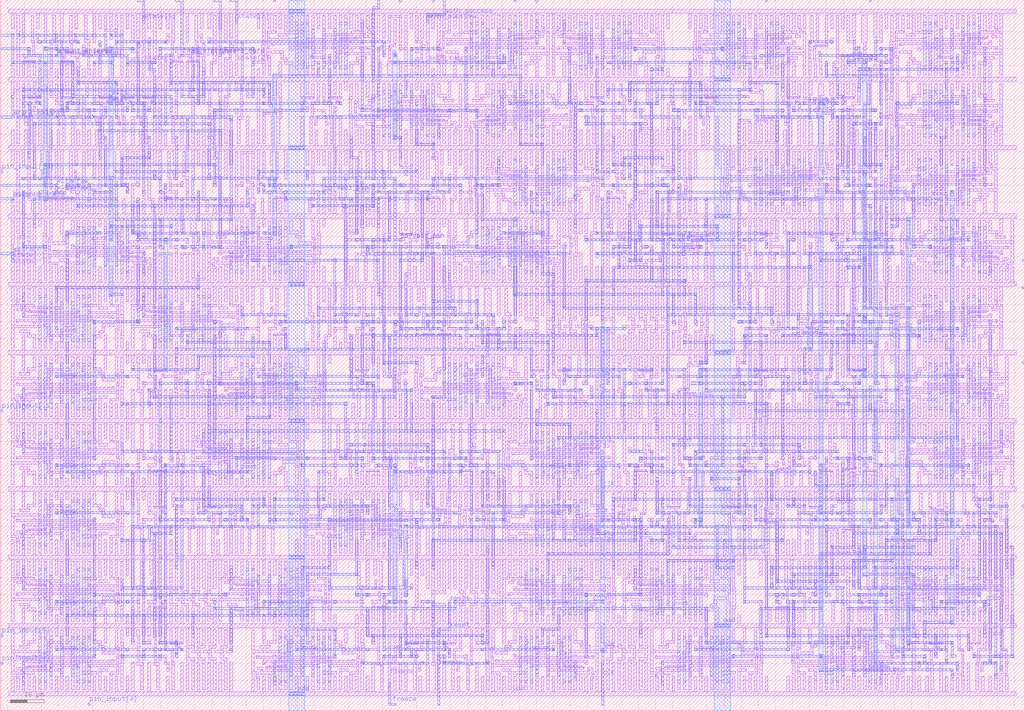
<source format=lef>
VERSION 5.3 ;
   NAMESCASESENSITIVE ON ;
   NOWIREEXTENSIONATPIN ON ;
   DIVIDERCHAR "/" ;
   BUSBITCHARS "[]" ;
UNITS
   DATABASE MICRONS 1000 ;
END UNITS

MACRO atm_fsm
   CLASS BLOCK ;
   FOREIGN atm_fsm ;
   ORIGIN 1.9000 4.0000 ;
   SIZE 299.8000 BY 208.3000 ;
   PIN vdd
      PORT
         LAYER metal1 ;
	    RECT 0.4000 200.4000 295.6000 201.6000 ;
	    RECT 1.2000 195.8000 2.0000 200.4000 ;
	    RECT 4.4000 191.8000 5.2000 200.4000 ;
	    RECT 8.6000 195.8000 9.4000 200.4000 ;
	    RECT 10.8000 191.8000 11.6000 200.4000 ;
	    RECT 15.6000 191.8000 16.4000 200.4000 ;
	    RECT 19.8000 195.8000 20.6000 200.4000 ;
	    RECT 25.2000 191.8000 26.0000 200.4000 ;
	    RECT 26.8000 195.8000 27.6000 200.4000 ;
	    RECT 30.0000 196.2000 30.8000 200.4000 ;
	    RECT 34.8000 195.8000 35.6000 200.4000 ;
	    RECT 38.0000 193.0000 38.8000 200.4000 ;
	    RECT 41.2000 195.8000 42.0000 200.4000 ;
	    RECT 44.4000 195.8000 45.2000 200.4000 ;
	    RECT 46.6000 195.8000 47.4000 200.4000 ;
	    RECT 50.8000 191.8000 51.6000 200.4000 ;
	    RECT 52.4000 191.8000 53.2000 200.4000 ;
	    RECT 56.6000 195.8000 57.4000 200.4000 ;
	    RECT 58.8000 195.8000 59.6000 200.4000 ;
	    RECT 62.0000 195.8000 62.8000 200.4000 ;
	    RECT 65.2000 193.0000 66.0000 200.4000 ;
	    RECT 73.2000 195.8000 74.0000 200.4000 ;
	    RECT 76.4000 195.8000 77.2000 200.4000 ;
	    RECT 79.6000 195.8000 80.4000 200.4000 ;
	    RECT 82.8000 195.8000 83.6000 200.4000 ;
	    RECT 90.8000 195.8000 91.6000 200.4000 ;
	    RECT 94.0000 195.8000 94.8000 200.4000 ;
	    RECT 100.4000 195.8000 101.2000 200.4000 ;
	    RECT 103.6000 195.8000 104.4000 200.4000 ;
	    RECT 106.8000 195.8000 107.6000 200.4000 ;
	    RECT 110.0000 193.0000 110.8000 200.4000 ;
	    RECT 118.0000 195.8000 118.8000 200.4000 ;
	    RECT 121.2000 193.0000 122.0000 200.4000 ;
	    RECT 124.4000 195.8000 125.2000 200.4000 ;
	    RECT 127.6000 195.8000 128.4000 200.4000 ;
	    RECT 130.8000 195.8000 131.6000 200.4000 ;
	    RECT 134.0000 195.8000 134.8000 200.4000 ;
	    RECT 142.0000 195.8000 142.8000 200.4000 ;
	    RECT 145.2000 195.8000 146.0000 200.4000 ;
	    RECT 151.6000 195.8000 152.4000 200.4000 ;
	    RECT 154.8000 195.8000 155.6000 200.4000 ;
	    RECT 158.0000 195.8000 158.8000 200.4000 ;
	    RECT 159.6000 195.8000 160.4000 200.4000 ;
	    RECT 162.8000 195.8000 163.6000 200.4000 ;
	    RECT 166.0000 195.8000 166.8000 200.4000 ;
	    RECT 172.4000 195.8000 173.2000 200.4000 ;
	    RECT 175.6000 195.8000 176.4000 200.4000 ;
	    RECT 183.6000 195.8000 184.4000 200.4000 ;
	    RECT 186.8000 195.8000 187.6000 200.4000 ;
	    RECT 190.0000 195.8000 190.8000 200.4000 ;
	    RECT 193.2000 195.8000 194.0000 200.4000 ;
	    RECT 199.6000 195.8000 200.4000 200.4000 ;
	    RECT 202.8000 195.8000 203.6000 200.4000 ;
	    RECT 206.0000 195.8000 206.8000 200.4000 ;
	    RECT 209.2000 195.8000 210.0000 200.4000 ;
	    RECT 217.2000 195.8000 218.0000 200.4000 ;
	    RECT 220.4000 195.8000 221.2000 200.4000 ;
	    RECT 226.8000 195.8000 227.6000 200.4000 ;
	    RECT 230.0000 195.8000 230.8000 200.4000 ;
	    RECT 233.2000 195.8000 234.0000 200.4000 ;
	    RECT 100.2000 191.8000 101.0000 192.0000 ;
	    RECT 103.6000 191.8000 104.4000 192.4000 ;
	    RECT 151.4000 191.8000 152.2000 192.0000 ;
	    RECT 154.8000 191.8000 155.6000 192.4000 ;
	    RECT 77.4000 191.2000 104.4000 191.8000 ;
	    RECT 128.6000 191.2000 155.6000 191.8000 ;
	    RECT 162.8000 191.8000 163.6000 192.4000 ;
	    RECT 166.2000 191.8000 167.0000 192.0000 ;
	    RECT 226.6000 191.8000 227.6000 192.0000 ;
	    RECT 230.0000 191.8000 230.8000 192.4000 ;
	    RECT 237.0000 191.8000 237.8000 200.4000 ;
	    RECT 241.2000 195.8000 242.0000 200.4000 ;
	    RECT 244.4000 195.8000 245.2000 200.4000 ;
	    RECT 247.8000 199.8000 248.6000 200.4000 ;
	    RECT 247.6000 193.2000 248.6000 199.8000 ;
	    RECT 253.8000 193.2000 254.8000 200.4000 ;
	    RECT 257.2000 195.8000 258.0000 200.4000 ;
	    RECT 260.4000 195.8000 261.2000 200.4000 ;
	    RECT 263.6000 195.8000 264.4000 200.4000 ;
	    RECT 266.8000 195.8000 267.6000 200.4000 ;
	    RECT 274.8000 195.8000 275.6000 200.4000 ;
	    RECT 278.0000 195.8000 278.8000 200.4000 ;
	    RECT 284.4000 195.8000 285.2000 200.4000 ;
	    RECT 287.6000 195.8000 288.4000 200.4000 ;
	    RECT 290.8000 195.8000 291.6000 200.4000 ;
	    RECT 284.2000 191.8000 285.2000 192.0000 ;
	    RECT 287.6000 191.8000 288.4000 192.4000 ;
	    RECT 162.8000 191.2000 189.8000 191.8000 ;
	    RECT 77.4000 191.0000 78.2000 191.2000 ;
	    RECT 128.6000 191.0000 129.4000 191.2000 ;
	    RECT 189.0000 191.0000 189.8000 191.2000 ;
	    RECT 203.8000 191.2000 230.8000 191.8000 ;
	    RECT 261.4000 191.2000 288.4000 191.8000 ;
	    RECT 203.8000 191.0000 204.6000 191.2000 ;
	    RECT 261.4000 191.0000 262.2000 191.2000 ;
	    RECT 103.0000 170.8000 103.8000 171.0000 ;
	    RECT 163.4000 170.8000 164.2000 171.0000 ;
	    RECT 103.0000 170.2000 130.0000 170.8000 ;
	    RECT 1.2000 161.6000 2.0000 166.2000 ;
	    RECT 5.0000 161.6000 5.8000 166.2000 ;
	    RECT 9.2000 161.6000 10.0000 170.2000 ;
	    RECT 12.4000 161.6000 13.2000 166.2000 ;
	    RECT 14.6000 161.6000 15.4000 166.2000 ;
	    RECT 18.8000 161.6000 19.6000 170.2000 ;
	    RECT 20.4000 161.6000 21.2000 166.2000 ;
	    RECT 23.6000 161.6000 24.4000 166.2000 ;
	    RECT 25.8000 161.6000 26.6000 166.2000 ;
	    RECT 30.0000 161.6000 30.8000 170.2000 ;
	    RECT 32.2000 161.6000 33.0000 166.2000 ;
	    RECT 36.4000 161.6000 37.2000 170.2000 ;
	    RECT 38.6000 161.6000 39.4000 166.2000 ;
	    RECT 42.8000 161.6000 43.6000 170.2000 ;
	    RECT 46.0000 161.6000 46.8000 166.2000 ;
	    RECT 50.8000 161.6000 51.6000 170.2000 ;
	    RECT 52.4000 161.6000 53.2000 166.2000 ;
	    RECT 55.6000 161.6000 56.4000 166.2000 ;
	    RECT 57.2000 161.6000 58.0000 170.2000 ;
	    RECT 62.0000 161.6000 62.8000 166.2000 ;
	    RECT 65.2000 161.6000 66.0000 166.2000 ;
	    RECT 70.0000 161.6000 70.8000 170.2000 ;
	    RECT 71.6000 161.6000 72.4000 166.2000 ;
	    RECT 77.4000 161.6000 78.2000 170.2000 ;
	    RECT 86.0000 161.6000 86.8000 170.2000 ;
	    RECT 90.2000 161.6000 91.0000 166.2000 ;
	    RECT 93.0000 161.6000 93.8000 166.2000 ;
	    RECT 97.2000 161.6000 98.0000 170.2000 ;
	    RECT 125.8000 170.0000 126.8000 170.2000 ;
	    RECT 129.2000 169.6000 130.0000 170.2000 ;
	    RECT 137.2000 170.2000 164.2000 170.8000 ;
	    RECT 261.4000 170.8000 262.2000 171.0000 ;
	    RECT 261.4000 170.2000 288.4000 170.8000 ;
	    RECT 137.2000 169.6000 138.0000 170.2000 ;
	    RECT 140.4000 170.0000 141.4000 170.2000 ;
	    RECT 98.8000 161.6000 99.6000 166.2000 ;
	    RECT 102.0000 161.6000 102.8000 166.2000 ;
	    RECT 105.2000 161.6000 106.0000 166.2000 ;
	    RECT 108.4000 161.6000 109.2000 166.2000 ;
	    RECT 116.4000 161.6000 117.2000 166.2000 ;
	    RECT 119.6000 161.6000 120.4000 166.2000 ;
	    RECT 126.0000 161.6000 126.8000 166.2000 ;
	    RECT 129.2000 161.6000 130.0000 166.2000 ;
	    RECT 132.4000 161.6000 133.2000 166.2000 ;
	    RECT 134.0000 161.6000 134.8000 166.2000 ;
	    RECT 137.2000 161.6000 138.0000 166.2000 ;
	    RECT 140.4000 161.6000 141.2000 166.2000 ;
	    RECT 146.8000 161.6000 147.6000 166.2000 ;
	    RECT 150.0000 161.6000 150.8000 166.2000 ;
	    RECT 158.0000 161.6000 158.8000 166.2000 ;
	    RECT 161.2000 161.6000 162.0000 166.2000 ;
	    RECT 164.4000 161.6000 165.2000 166.2000 ;
	    RECT 167.6000 161.6000 168.4000 166.2000 ;
	    RECT 169.8000 161.6000 170.6000 166.2000 ;
	    RECT 174.0000 161.6000 174.8000 170.2000 ;
	    RECT 175.6000 161.6000 176.4000 166.2000 ;
	    RECT 178.8000 161.6000 179.6000 166.2000 ;
	    RECT 182.0000 161.6000 182.8000 166.2000 ;
	    RECT 183.6000 161.6000 184.4000 166.2000 ;
	    RECT 186.8000 161.6000 187.6000 165.8000 ;
	    RECT 190.0000 161.6000 190.8000 166.2000 ;
	    RECT 194.8000 161.6000 195.6000 165.8000 ;
	    RECT 198.0000 161.6000 198.8000 166.2000 ;
	    RECT 199.6000 161.6000 200.4000 170.2000 ;
	    RECT 203.4000 161.6000 204.2000 166.2000 ;
	    RECT 207.6000 161.6000 208.4000 170.2000 ;
	    RECT 215.6000 161.6000 216.4000 168.2000 ;
	    RECT 227.4000 161.6000 228.2000 166.2000 ;
	    RECT 231.6000 161.6000 232.4000 170.2000 ;
	    RECT 234.8000 161.6000 235.8000 168.8000 ;
	    RECT 241.0000 162.2000 242.0000 168.8000 ;
	    RECT 241.0000 161.6000 241.8000 162.2000 ;
	    RECT 244.4000 161.6000 245.2000 170.2000 ;
	    RECT 284.2000 170.0000 285.2000 170.2000 ;
	    RECT 287.6000 169.6000 288.4000 170.2000 ;
	    RECT 248.6000 161.6000 249.4000 166.2000 ;
	    RECT 252.4000 161.6000 253.2000 165.8000 ;
	    RECT 255.6000 161.6000 256.4000 166.2000 ;
	    RECT 257.2000 161.6000 258.0000 166.2000 ;
	    RECT 260.4000 161.6000 261.2000 166.2000 ;
	    RECT 263.6000 161.6000 264.4000 166.2000 ;
	    RECT 266.8000 161.6000 267.6000 166.2000 ;
	    RECT 274.8000 161.6000 275.6000 166.2000 ;
	    RECT 278.0000 161.6000 278.8000 166.2000 ;
	    RECT 284.4000 161.6000 285.2000 166.2000 ;
	    RECT 287.6000 161.6000 288.4000 166.2000 ;
	    RECT 290.8000 161.6000 291.6000 166.2000 ;
	    RECT 0.4000 160.4000 295.6000 161.6000 ;
	    RECT 1.2000 155.8000 2.0000 160.4000 ;
	    RECT 4.4000 155.8000 5.2000 160.4000 ;
	    RECT 7.6000 155.8000 8.4000 160.4000 ;
	    RECT 9.8000 155.8000 10.6000 160.4000 ;
	    RECT 14.0000 151.8000 14.8000 160.4000 ;
	    RECT 15.6000 151.8000 16.4000 160.4000 ;
	    RECT 19.8000 155.8000 20.6000 160.4000 ;
	    RECT 23.6000 155.8000 24.4000 160.4000 ;
	    RECT 25.2000 151.8000 26.0000 160.4000 ;
	    RECT 28.4000 151.8000 29.2000 160.4000 ;
	    RECT 34.8000 153.0000 35.6000 160.4000 ;
	    RECT 39.6000 155.8000 40.4000 160.4000 ;
	    RECT 42.8000 155.8000 43.6000 160.4000 ;
	    RECT 44.4000 151.8000 45.2000 160.4000 ;
	    RECT 48.6000 155.8000 49.4000 160.4000 ;
	    RECT 54.0000 151.8000 54.8000 160.4000 ;
	    RECT 55.6000 155.8000 56.4000 160.4000 ;
	    RECT 58.8000 155.8000 59.6000 160.4000 ;
	    RECT 63.6000 151.8000 64.4000 160.4000 ;
	    RECT 65.2000 155.8000 66.0000 160.4000 ;
	    RECT 73.2000 153.0000 74.0000 160.4000 ;
	    RECT 77.0000 155.8000 77.8000 160.4000 ;
	    RECT 81.2000 151.8000 82.0000 160.4000 ;
	    RECT 87.6000 155.8000 88.4000 160.4000 ;
	    RECT 90.8000 155.8000 91.6000 160.4000 ;
	    RECT 92.4000 155.8000 93.2000 160.4000 ;
	    RECT 95.6000 155.8000 96.4000 160.4000 ;
	    RECT 98.8000 155.8000 99.6000 160.4000 ;
	    RECT 100.4000 151.8000 101.2000 160.4000 ;
	    RECT 105.2000 151.8000 106.0000 160.4000 ;
	    RECT 111.6000 151.8000 112.4000 160.4000 ;
	    RECT 113.2000 155.8000 114.0000 160.4000 ;
	    RECT 116.4000 156.2000 117.2000 160.4000 ;
	    RECT 121.2000 151.8000 122.0000 160.4000 ;
	    RECT 122.8000 151.8000 123.6000 160.4000 ;
	    RECT 127.0000 155.8000 127.8000 160.4000 ;
	    RECT 129.2000 155.8000 130.0000 160.4000 ;
	    RECT 132.4000 155.8000 133.2000 160.4000 ;
	    RECT 134.0000 151.8000 134.8000 160.4000 ;
	    RECT 137.2000 153.0000 138.0000 160.4000 ;
	    RECT 140.4000 155.8000 141.2000 160.4000 ;
	    RECT 143.6000 155.8000 144.4000 160.4000 ;
	    RECT 146.8000 155.8000 147.6000 160.4000 ;
	    RECT 153.2000 155.8000 154.0000 160.4000 ;
	    RECT 156.4000 155.8000 157.2000 160.4000 ;
	    RECT 164.4000 155.8000 165.2000 160.4000 ;
	    RECT 167.6000 155.8000 168.4000 160.4000 ;
	    RECT 170.8000 155.8000 171.6000 160.4000 ;
	    RECT 174.0000 155.8000 174.8000 160.4000 ;
	    RECT 143.6000 151.8000 144.4000 152.4000 ;
	    RECT 147.0000 151.8000 147.8000 152.0000 ;
	    RECT 175.6000 151.8000 176.4000 160.4000 ;
	    RECT 179.8000 155.8000 180.6000 160.4000 ;
	    RECT 182.0000 155.8000 182.8000 160.4000 ;
	    RECT 185.2000 155.8000 186.0000 160.4000 ;
	    RECT 188.4000 155.8000 189.2000 160.4000 ;
	    RECT 190.0000 155.8000 190.8000 160.4000 ;
	    RECT 193.2000 156.2000 194.0000 160.4000 ;
	    RECT 198.0000 153.0000 198.8000 160.4000 ;
	    RECT 201.2000 151.8000 202.0000 160.4000 ;
	    RECT 207.6000 155.8000 208.4000 160.4000 ;
	    RECT 210.8000 155.8000 211.6000 160.4000 ;
	    RECT 214.0000 155.8000 214.8000 160.4000 ;
	    RECT 217.2000 155.8000 218.0000 160.4000 ;
	    RECT 225.2000 155.8000 226.0000 160.4000 ;
	    RECT 228.4000 155.8000 229.2000 160.4000 ;
	    RECT 234.8000 155.8000 235.6000 160.4000 ;
	    RECT 238.0000 155.8000 238.8000 160.4000 ;
	    RECT 241.2000 155.8000 242.0000 160.4000 ;
	    RECT 244.4000 156.2000 245.2000 160.4000 ;
	    RECT 247.6000 155.8000 248.4000 160.4000 ;
	    RECT 250.8000 156.2000 251.6000 160.4000 ;
	    RECT 254.0000 155.8000 254.8000 160.4000 ;
	    RECT 255.6000 155.8000 256.4000 160.4000 ;
	    RECT 258.8000 155.8000 259.6000 160.4000 ;
	    RECT 262.0000 155.8000 262.8000 160.4000 ;
	    RECT 265.2000 155.8000 266.0000 160.4000 ;
	    RECT 273.2000 155.8000 274.0000 160.4000 ;
	    RECT 276.4000 155.8000 277.2000 160.4000 ;
	    RECT 282.8000 155.8000 283.6000 160.4000 ;
	    RECT 286.0000 155.8000 286.8000 160.4000 ;
	    RECT 289.2000 155.8000 290.0000 160.4000 ;
	    RECT 234.6000 151.8000 235.6000 152.0000 ;
	    RECT 238.0000 151.8000 238.8000 152.4000 ;
	    RECT 282.6000 151.8000 283.6000 152.0000 ;
	    RECT 286.0000 151.8000 286.8000 152.4000 ;
	    RECT 143.6000 151.2000 170.6000 151.8000 ;
	    RECT 169.8000 151.0000 170.6000 151.2000 ;
	    RECT 211.8000 151.2000 238.8000 151.8000 ;
	    RECT 259.8000 151.2000 286.8000 151.8000 ;
	    RECT 211.8000 151.0000 212.6000 151.2000 ;
	    RECT 259.8000 151.0000 260.6000 151.2000 ;
	    RECT 13.4000 130.8000 14.2000 131.0000 ;
	    RECT 88.2000 130.8000 89.0000 131.0000 ;
	    RECT 13.4000 130.2000 40.4000 130.8000 ;
	    RECT 2.8000 121.6000 3.6000 129.0000 ;
	    RECT 6.0000 121.6000 6.8000 130.2000 ;
	    RECT 36.2000 130.0000 37.0000 130.2000 ;
	    RECT 39.6000 129.6000 40.4000 130.2000 ;
	    RECT 62.0000 130.2000 89.0000 130.8000 ;
	    RECT 131.8000 130.8000 132.6000 131.0000 ;
	    RECT 264.6000 130.8000 265.4000 131.0000 ;
	    RECT 131.8000 130.2000 158.8000 130.8000 ;
	    RECT 264.6000 130.2000 291.6000 130.8000 ;
	    RECT 62.0000 129.6000 62.8000 130.2000 ;
	    RECT 65.2000 130.0000 66.2000 130.2000 ;
	    RECT 9.2000 121.6000 10.0000 126.2000 ;
	    RECT 12.4000 121.6000 13.2000 126.2000 ;
	    RECT 15.6000 121.6000 16.4000 126.2000 ;
	    RECT 18.8000 121.6000 19.6000 126.2000 ;
	    RECT 26.8000 121.6000 27.6000 126.2000 ;
	    RECT 30.0000 121.6000 30.8000 126.2000 ;
	    RECT 36.4000 121.6000 37.2000 126.2000 ;
	    RECT 39.6000 121.6000 40.4000 126.2000 ;
	    RECT 42.8000 121.6000 43.6000 126.2000 ;
	    RECT 46.0000 121.6000 46.8000 129.0000 ;
	    RECT 52.4000 121.6000 53.2000 129.0000 ;
	    RECT 58.8000 121.6000 59.6000 126.2000 ;
	    RECT 62.0000 121.6000 62.8000 126.2000 ;
	    RECT 65.2000 121.6000 66.0000 126.2000 ;
	    RECT 71.6000 121.6000 72.4000 126.2000 ;
	    RECT 74.8000 121.6000 75.6000 126.2000 ;
	    RECT 82.8000 121.6000 83.6000 126.2000 ;
	    RECT 86.0000 121.6000 86.8000 126.2000 ;
	    RECT 89.2000 121.6000 90.0000 126.2000 ;
	    RECT 92.4000 121.6000 93.2000 126.2000 ;
	    RECT 100.4000 121.6000 101.2000 126.2000 ;
	    RECT 102.0000 121.6000 102.8000 130.2000 ;
	    RECT 110.0000 121.6000 110.8000 130.2000 ;
	    RECT 111.6000 121.6000 112.4000 130.2000 ;
	    RECT 114.8000 121.6000 115.6000 130.2000 ;
	    RECT 119.0000 121.6000 119.8000 126.2000 ;
	    RECT 121.2000 121.6000 122.0000 130.2000 ;
	    RECT 154.6000 130.0000 155.6000 130.2000 ;
	    RECT 158.0000 129.6000 158.8000 130.2000 ;
	    RECT 124.4000 121.6000 125.2000 129.0000 ;
	    RECT 127.6000 121.6000 128.4000 126.2000 ;
	    RECT 130.8000 121.6000 131.6000 126.2000 ;
	    RECT 134.0000 121.6000 134.8000 126.2000 ;
	    RECT 137.2000 121.6000 138.0000 126.2000 ;
	    RECT 145.2000 121.6000 146.0000 126.2000 ;
	    RECT 148.4000 121.6000 149.2000 126.2000 ;
	    RECT 154.8000 121.6000 155.6000 126.2000 ;
	    RECT 158.0000 121.6000 158.8000 126.2000 ;
	    RECT 161.2000 121.6000 162.0000 126.2000 ;
	    RECT 164.4000 121.6000 165.2000 129.0000 ;
	    RECT 167.6000 121.6000 168.4000 130.2000 ;
	    RECT 169.2000 121.6000 170.0000 126.2000 ;
	    RECT 172.4000 121.6000 173.2000 126.2000 ;
	    RECT 174.0000 121.6000 174.8000 126.2000 ;
	    RECT 177.2000 121.6000 178.0000 126.2000 ;
	    RECT 180.4000 121.6000 181.2000 129.0000 ;
	    RECT 185.2000 121.6000 186.0000 125.8000 ;
	    RECT 188.4000 121.6000 189.2000 126.2000 ;
	    RECT 190.6000 121.6000 191.4000 126.2000 ;
	    RECT 194.8000 121.6000 195.6000 130.2000 ;
	    RECT 198.0000 122.2000 199.0000 128.8000 ;
	    RECT 198.2000 121.6000 199.0000 122.2000 ;
	    RECT 204.2000 121.6000 205.2000 128.8000 ;
	    RECT 212.4000 121.6000 213.2000 130.2000 ;
	    RECT 218.8000 121.6000 219.6000 130.2000 ;
	    RECT 220.4000 121.6000 221.2000 130.2000 ;
	    RECT 224.6000 121.6000 225.4000 126.2000 ;
	    RECT 226.8000 121.6000 227.6000 126.2000 ;
	    RECT 230.0000 121.6000 230.8000 126.2000 ;
	    RECT 233.2000 121.6000 234.0000 126.2000 ;
	    RECT 236.4000 121.6000 237.2000 129.0000 ;
	    RECT 239.6000 121.6000 240.4000 130.2000 ;
	    RECT 241.2000 121.6000 242.0000 130.2000 ;
	    RECT 245.4000 121.6000 246.2000 126.2000 ;
	    RECT 247.6000 121.6000 248.4000 126.2000 ;
	    RECT 250.8000 121.6000 251.6000 125.8000 ;
	    RECT 254.0000 121.6000 254.8000 130.2000 ;
	    RECT 287.4000 130.0000 288.4000 130.2000 ;
	    RECT 290.8000 129.6000 291.6000 130.2000 ;
	    RECT 258.2000 121.6000 259.0000 126.2000 ;
	    RECT 260.4000 121.6000 261.2000 126.2000 ;
	    RECT 263.6000 121.6000 264.4000 126.2000 ;
	    RECT 266.8000 121.6000 267.6000 126.2000 ;
	    RECT 270.0000 121.6000 270.8000 126.2000 ;
	    RECT 278.0000 121.6000 278.8000 126.2000 ;
	    RECT 281.2000 121.6000 282.0000 126.2000 ;
	    RECT 287.6000 121.6000 288.4000 126.2000 ;
	    RECT 290.8000 121.6000 291.6000 126.2000 ;
	    RECT 294.0000 121.6000 294.8000 126.2000 ;
	    RECT 0.4000 120.4000 295.6000 121.6000 ;
	    RECT 1.2000 115.8000 2.0000 120.4000 ;
	    RECT 4.4000 115.8000 5.2000 120.4000 ;
	    RECT 7.6000 115.8000 8.4000 120.4000 ;
	    RECT 14.0000 115.8000 14.8000 120.4000 ;
	    RECT 17.2000 115.8000 18.0000 120.4000 ;
	    RECT 25.2000 115.8000 26.0000 120.4000 ;
	    RECT 28.4000 115.8000 29.2000 120.4000 ;
	    RECT 31.6000 115.8000 32.4000 120.4000 ;
	    RECT 34.8000 115.8000 35.6000 120.4000 ;
	    RECT 36.4000 115.8000 37.2000 120.4000 ;
	    RECT 39.6000 115.8000 40.4000 120.4000 ;
	    RECT 42.8000 115.8000 43.6000 120.4000 ;
	    RECT 49.2000 115.8000 50.0000 120.4000 ;
	    RECT 52.4000 115.8000 53.2000 120.4000 ;
	    RECT 60.4000 115.8000 61.2000 120.4000 ;
	    RECT 63.6000 115.8000 64.4000 120.4000 ;
	    RECT 66.8000 115.8000 67.6000 120.4000 ;
	    RECT 70.0000 115.8000 70.8000 120.4000 ;
	    RECT 4.4000 111.8000 5.2000 112.4000 ;
	    RECT 7.8000 111.8000 8.6000 112.0000 ;
	    RECT 39.6000 111.8000 40.4000 112.4000 ;
	    RECT 43.0000 111.8000 43.8000 112.0000 ;
	    RECT 71.6000 111.8000 72.4000 120.4000 ;
	    RECT 77.0000 115.8000 77.8000 120.4000 ;
	    RECT 81.2000 111.8000 82.0000 120.4000 ;
	    RECT 90.8000 111.8000 91.6000 120.4000 ;
	    RECT 92.4000 115.8000 93.2000 120.4000 ;
	    RECT 95.6000 115.8000 96.4000 120.4000 ;
	    RECT 100.4000 111.8000 101.2000 120.4000 ;
	    RECT 102.6000 115.8000 103.4000 120.4000 ;
	    RECT 106.8000 111.8000 107.6000 120.4000 ;
	    RECT 111.6000 111.8000 112.4000 120.4000 ;
	    RECT 114.8000 113.0000 115.6000 120.4000 ;
	    RECT 118.0000 111.8000 118.8000 120.4000 ;
	    RECT 120.2000 115.8000 121.0000 120.4000 ;
	    RECT 124.4000 111.8000 125.2000 120.4000 ;
	    RECT 126.0000 111.8000 126.8000 120.4000 ;
	    RECT 130.2000 115.8000 131.0000 120.4000 ;
	    RECT 132.4000 111.8000 133.2000 120.4000 ;
	    RECT 137.2000 111.8000 138.0000 120.4000 ;
	    RECT 143.6000 111.8000 144.4000 120.4000 ;
	    RECT 148.4000 111.8000 149.2000 120.4000 ;
	    RECT 150.0000 111.8000 150.8000 120.4000 ;
	    RECT 153.2000 111.8000 154.0000 120.4000 ;
	    RECT 156.4000 111.8000 157.2000 120.4000 ;
	    RECT 158.0000 111.8000 158.8000 120.4000 ;
	    RECT 161.2000 111.8000 162.0000 120.4000 ;
	    RECT 164.4000 111.8000 165.2000 120.4000 ;
	    RECT 167.6000 111.8000 168.4000 120.4000 ;
	    RECT 170.8000 111.8000 171.6000 120.4000 ;
	    RECT 172.4000 111.8000 173.2000 120.4000 ;
	    RECT 175.6000 111.8000 176.4000 120.4000 ;
	    RECT 178.8000 111.8000 179.6000 120.4000 ;
	    RECT 180.4000 111.8000 181.2000 120.4000 ;
	    RECT 183.6000 111.8000 184.4000 120.4000 ;
	    RECT 186.8000 111.8000 187.6000 120.4000 ;
	    RECT 190.0000 111.8000 190.8000 120.4000 ;
	    RECT 193.2000 111.8000 194.0000 120.4000 ;
	    RECT 196.4000 113.0000 197.2000 120.4000 ;
	    RECT 199.6000 111.8000 200.4000 120.4000 ;
	    RECT 202.8000 113.0000 203.6000 120.4000 ;
	    RECT 206.0000 111.8000 206.8000 120.4000 ;
	    RECT 212.4000 115.8000 213.2000 120.4000 ;
	    RECT 215.6000 116.2000 216.4000 120.4000 ;
	    RECT 222.0000 111.8000 222.8000 120.4000 ;
	    RECT 225.2000 113.0000 226.0000 120.4000 ;
	    RECT 228.4000 111.8000 229.2000 120.4000 ;
	    RECT 231.8000 119.8000 232.6000 120.4000 ;
	    RECT 231.6000 113.2000 232.6000 119.8000 ;
	    RECT 237.8000 113.2000 238.8000 120.4000 ;
	    RECT 242.8000 111.8000 243.6000 120.4000 ;
	    RECT 244.4000 111.8000 245.2000 120.4000 ;
	    RECT 248.6000 115.8000 249.4000 120.4000 ;
	    RECT 250.8000 115.8000 251.6000 120.4000 ;
	    RECT 254.0000 116.2000 254.8000 120.4000 ;
	    RECT 257.2000 115.8000 258.0000 120.4000 ;
	    RECT 260.4000 115.8000 261.2000 120.4000 ;
	    RECT 263.6000 115.8000 264.4000 120.4000 ;
	    RECT 266.8000 115.8000 267.6000 120.4000 ;
	    RECT 274.8000 115.8000 275.6000 120.4000 ;
	    RECT 278.0000 115.8000 278.8000 120.4000 ;
	    RECT 284.4000 115.8000 285.2000 120.4000 ;
	    RECT 287.6000 115.8000 288.4000 120.4000 ;
	    RECT 290.8000 115.8000 291.6000 120.4000 ;
	    RECT 284.2000 111.8000 285.2000 112.0000 ;
	    RECT 287.6000 111.8000 288.4000 112.4000 ;
	    RECT 4.4000 111.2000 31.4000 111.8000 ;
	    RECT 39.6000 111.2000 66.6000 111.8000 ;
	    RECT 30.6000 111.0000 31.4000 111.2000 ;
	    RECT 65.8000 111.0000 66.6000 111.2000 ;
	    RECT 261.4000 111.2000 288.4000 111.8000 ;
	    RECT 261.4000 111.0000 262.2000 111.2000 ;
	    RECT 30.6000 90.8000 31.4000 91.0000 ;
	    RECT 89.8000 90.8000 90.6000 91.0000 ;
	    RECT 4.4000 90.2000 31.4000 90.8000 ;
	    RECT 63.6000 90.2000 90.6000 90.8000 ;
	    RECT 122.2000 90.8000 123.0000 91.0000 ;
	    RECT 263.0000 90.8000 263.8000 91.0000 ;
	    RECT 122.2000 90.2000 149.2000 90.8000 ;
	    RECT 263.0000 90.2000 290.0000 90.8000 ;
	    RECT 4.4000 89.6000 5.2000 90.2000 ;
	    RECT 7.8000 90.0000 8.6000 90.2000 ;
	    RECT 1.2000 81.6000 2.0000 86.2000 ;
	    RECT 4.4000 81.6000 5.2000 86.2000 ;
	    RECT 7.6000 81.6000 8.4000 86.2000 ;
	    RECT 14.0000 81.6000 14.8000 86.2000 ;
	    RECT 17.2000 81.6000 18.0000 86.2000 ;
	    RECT 25.2000 81.6000 26.0000 86.2000 ;
	    RECT 28.4000 81.6000 29.2000 86.2000 ;
	    RECT 31.6000 81.6000 32.4000 86.2000 ;
	    RECT 34.8000 81.6000 35.6000 86.2000 ;
	    RECT 36.4000 81.6000 37.2000 90.2000 ;
	    RECT 41.8000 81.6000 42.6000 86.2000 ;
	    RECT 46.0000 81.6000 46.8000 90.2000 ;
	    RECT 47.6000 81.6000 48.4000 90.2000 ;
	    RECT 50.8000 81.6000 51.6000 89.0000 ;
	    RECT 54.0000 81.6000 54.8000 90.2000 ;
	    RECT 63.6000 89.6000 64.4000 90.2000 ;
	    RECT 66.8000 90.0000 67.8000 90.2000 ;
	    RECT 57.2000 81.6000 58.0000 89.0000 ;
	    RECT 60.4000 81.6000 61.2000 86.2000 ;
	    RECT 63.6000 81.6000 64.4000 86.2000 ;
	    RECT 66.8000 81.6000 67.6000 86.2000 ;
	    RECT 73.2000 81.6000 74.0000 86.2000 ;
	    RECT 76.4000 81.6000 77.2000 86.2000 ;
	    RECT 84.4000 81.6000 85.2000 86.2000 ;
	    RECT 87.6000 81.6000 88.4000 86.2000 ;
	    RECT 90.8000 81.6000 91.6000 86.2000 ;
	    RECT 94.0000 81.6000 94.8000 86.2000 ;
	    RECT 101.0000 81.6000 101.8000 86.2000 ;
	    RECT 105.2000 81.6000 106.0000 90.2000 ;
	    RECT 110.0000 81.6000 110.8000 90.2000 ;
	    RECT 111.6000 81.6000 112.4000 90.2000 ;
	    RECT 145.0000 90.0000 146.0000 90.2000 ;
	    RECT 148.4000 89.6000 149.2000 90.2000 ;
	    RECT 114.8000 81.6000 115.6000 89.0000 ;
	    RECT 118.0000 81.6000 118.8000 86.2000 ;
	    RECT 121.2000 81.6000 122.0000 86.2000 ;
	    RECT 124.4000 81.6000 125.2000 86.2000 ;
	    RECT 127.6000 81.6000 128.4000 86.2000 ;
	    RECT 135.6000 81.6000 136.4000 86.2000 ;
	    RECT 138.8000 81.6000 139.6000 86.2000 ;
	    RECT 145.2000 81.6000 146.0000 86.2000 ;
	    RECT 148.4000 81.6000 149.2000 86.2000 ;
	    RECT 151.6000 81.6000 152.4000 86.2000 ;
	    RECT 153.2000 81.6000 154.0000 90.2000 ;
	    RECT 157.4000 81.6000 158.2000 86.2000 ;
	    RECT 160.2000 81.6000 161.0000 86.2000 ;
	    RECT 164.4000 81.6000 165.2000 90.2000 ;
	    RECT 167.6000 81.6000 168.4000 85.8000 ;
	    RECT 170.8000 81.6000 171.6000 86.2000 ;
	    RECT 174.0000 81.6000 174.8000 89.0000 ;
	    RECT 177.2000 81.6000 178.0000 90.2000 ;
	    RECT 182.0000 81.6000 182.8000 86.2000 ;
	    RECT 185.2000 81.6000 186.0000 90.2000 ;
	    RECT 189.4000 81.6000 190.2000 86.2000 ;
	    RECT 191.6000 81.6000 192.4000 86.2000 ;
	    RECT 204.4000 81.6000 205.2000 88.2000 ;
	    RECT 214.0000 81.6000 214.8000 85.8000 ;
	    RECT 217.2000 81.6000 218.0000 86.2000 ;
	    RECT 218.8000 81.6000 219.6000 90.2000 ;
	    RECT 223.0000 81.6000 223.8000 86.2000 ;
	    RECT 225.2000 81.6000 226.0000 86.2000 ;
	    RECT 228.4000 81.6000 229.2000 86.2000 ;
	    RECT 231.6000 81.6000 232.4000 86.2000 ;
	    RECT 234.8000 81.6000 235.6000 89.0000 ;
	    RECT 238.0000 81.6000 238.8000 90.2000 ;
	    RECT 241.2000 81.6000 242.0000 85.8000 ;
	    RECT 244.4000 81.6000 245.2000 86.2000 ;
	    RECT 246.6000 81.6000 247.4000 86.2000 ;
	    RECT 250.8000 81.6000 251.6000 90.2000 ;
	    RECT 285.8000 90.0000 286.8000 90.2000 ;
	    RECT 289.2000 89.6000 290.0000 90.2000 ;
	    RECT 252.4000 81.6000 253.2000 86.2000 ;
	    RECT 255.6000 81.6000 256.4000 85.8000 ;
	    RECT 258.8000 81.6000 259.6000 86.2000 ;
	    RECT 262.0000 81.6000 262.8000 86.2000 ;
	    RECT 265.2000 81.6000 266.0000 86.2000 ;
	    RECT 268.4000 81.6000 269.2000 86.2000 ;
	    RECT 276.4000 81.6000 277.2000 86.2000 ;
	    RECT 279.6000 81.6000 280.4000 86.2000 ;
	    RECT 286.0000 81.6000 286.8000 86.2000 ;
	    RECT 289.2000 81.6000 290.0000 86.2000 ;
	    RECT 292.4000 81.6000 293.2000 86.2000 ;
	    RECT 0.4000 80.4000 295.6000 81.6000 ;
	    RECT 1.2000 75.8000 2.0000 80.4000 ;
	    RECT 4.4000 75.8000 5.2000 80.4000 ;
	    RECT 7.6000 75.8000 8.4000 80.4000 ;
	    RECT 14.0000 75.8000 14.8000 80.4000 ;
	    RECT 17.2000 75.8000 18.0000 80.4000 ;
	    RECT 25.2000 75.8000 26.0000 80.4000 ;
	    RECT 28.4000 75.8000 29.2000 80.4000 ;
	    RECT 31.6000 75.8000 32.4000 80.4000 ;
	    RECT 34.8000 75.8000 35.6000 80.4000 ;
	    RECT 4.4000 71.8000 5.2000 72.4000 ;
	    RECT 7.8000 71.8000 8.6000 72.0000 ;
	    RECT 36.4000 71.8000 37.2000 80.4000 ;
	    RECT 41.8000 75.8000 42.6000 80.4000 ;
	    RECT 46.0000 71.8000 46.8000 80.4000 ;
	    RECT 49.2000 73.0000 50.0000 80.4000 ;
	    RECT 52.4000 71.8000 53.2000 80.4000 ;
	    RECT 54.0000 75.8000 54.8000 80.4000 ;
	    RECT 57.2000 75.8000 58.0000 80.4000 ;
	    RECT 60.4000 75.8000 61.2000 80.4000 ;
	    RECT 66.8000 75.8000 67.6000 80.4000 ;
	    RECT 70.0000 75.8000 70.8000 80.4000 ;
	    RECT 78.0000 75.8000 78.8000 80.4000 ;
	    RECT 81.2000 75.8000 82.0000 80.4000 ;
	    RECT 84.4000 75.8000 85.2000 80.4000 ;
	    RECT 87.6000 75.8000 88.4000 80.4000 ;
	    RECT 57.2000 71.8000 58.0000 72.4000 ;
	    RECT 60.6000 71.8000 61.4000 72.0000 ;
	    RECT 94.0000 71.8000 94.8000 80.4000 ;
	    RECT 102.0000 71.8000 102.8000 80.4000 ;
	    RECT 104.2000 75.8000 105.0000 80.4000 ;
	    RECT 108.4000 71.8000 109.2000 80.4000 ;
	    RECT 111.6000 73.0000 112.4000 80.4000 ;
	    RECT 114.8000 71.8000 115.6000 80.4000 ;
	    RECT 116.4000 71.8000 117.2000 80.4000 ;
	    RECT 119.6000 73.0000 120.4000 80.4000 ;
	    RECT 122.8000 75.8000 123.6000 80.4000 ;
	    RECT 126.0000 75.8000 126.8000 80.4000 ;
	    RECT 127.6000 71.8000 128.4000 80.4000 ;
	    RECT 132.4000 71.8000 133.2000 80.4000 ;
	    RECT 136.6000 75.8000 137.4000 80.4000 ;
	    RECT 142.0000 71.8000 142.8000 80.4000 ;
	    RECT 143.6000 75.8000 144.4000 80.4000 ;
	    RECT 146.8000 75.8000 147.6000 80.4000 ;
	    RECT 150.0000 75.8000 150.8000 80.4000 ;
	    RECT 153.2000 75.8000 154.0000 80.4000 ;
	    RECT 161.2000 75.8000 162.0000 80.4000 ;
	    RECT 164.4000 75.8000 165.2000 80.4000 ;
	    RECT 170.8000 75.8000 171.6000 80.4000 ;
	    RECT 174.0000 75.8000 174.8000 80.4000 ;
	    RECT 177.2000 75.8000 178.0000 80.4000 ;
	    RECT 178.8000 75.8000 179.6000 80.4000 ;
	    RECT 182.0000 75.8000 182.8000 80.4000 ;
	    RECT 170.6000 71.8000 171.6000 72.0000 ;
	    RECT 174.0000 71.8000 174.8000 72.4000 ;
	    RECT 183.6000 71.8000 184.4000 80.4000 ;
	    RECT 187.8000 75.8000 188.6000 80.4000 ;
	    RECT 191.6000 71.8000 192.4000 80.4000 ;
	    RECT 194.8000 75.8000 195.6000 80.4000 ;
	    RECT 198.0000 76.2000 198.8000 80.4000 ;
	    RECT 201.2000 75.8000 202.0000 80.4000 ;
	    RECT 204.4000 73.0000 205.2000 80.4000 ;
	    RECT 214.0000 71.8000 214.8000 80.4000 ;
	    RECT 218.2000 75.8000 219.0000 80.4000 ;
	    RECT 223.6000 71.8000 224.4000 80.4000 ;
	    RECT 225.2000 75.8000 226.0000 80.4000 ;
	    RECT 228.4000 72.2000 229.2000 80.4000 ;
	    RECT 233.2000 73.0000 234.0000 80.4000 ;
	    RECT 238.0000 71.8000 238.8000 80.4000 ;
	    RECT 242.2000 75.8000 243.0000 80.4000 ;
	    RECT 244.4000 75.8000 245.2000 80.4000 ;
	    RECT 247.6000 72.2000 248.4000 80.4000 ;
	    RECT 250.8000 71.8000 251.6000 80.4000 ;
	    RECT 255.0000 75.8000 255.8000 80.4000 ;
	    RECT 258.8000 71.8000 259.6000 80.4000 ;
	    RECT 260.4000 75.8000 261.2000 80.4000 ;
	    RECT 263.6000 75.8000 264.4000 80.4000 ;
	    RECT 266.8000 75.8000 267.6000 80.4000 ;
	    RECT 270.0000 75.8000 270.8000 80.4000 ;
	    RECT 278.0000 75.8000 278.8000 80.4000 ;
	    RECT 281.2000 75.8000 282.0000 80.4000 ;
	    RECT 287.6000 75.8000 288.4000 80.4000 ;
	    RECT 290.8000 75.8000 291.6000 80.4000 ;
	    RECT 294.0000 75.8000 294.8000 80.4000 ;
	    RECT 287.4000 71.8000 288.2000 72.0000 ;
	    RECT 290.8000 71.8000 291.6000 72.4000 ;
	    RECT 4.4000 71.2000 31.4000 71.8000 ;
	    RECT 57.2000 71.2000 84.2000 71.8000 ;
	    RECT 30.6000 71.0000 31.4000 71.2000 ;
	    RECT 83.4000 71.0000 84.2000 71.2000 ;
	    RECT 147.8000 71.2000 174.8000 71.8000 ;
	    RECT 264.6000 71.2000 291.6000 71.8000 ;
	    RECT 147.8000 71.0000 148.6000 71.2000 ;
	    RECT 264.6000 71.0000 265.4000 71.2000 ;
	    RECT 30.6000 50.8000 31.4000 51.0000 ;
	    RECT 4.4000 50.2000 31.4000 50.8000 ;
	    RECT 88.6000 50.8000 89.4000 51.0000 ;
	    RECT 147.8000 50.8000 148.6000 51.0000 ;
	    RECT 88.6000 50.2000 115.6000 50.8000 ;
	    RECT 147.8000 50.2000 174.8000 50.8000 ;
	    RECT 4.4000 49.6000 5.2000 50.2000 ;
	    RECT 7.8000 50.0000 8.6000 50.2000 ;
	    RECT 1.2000 41.6000 2.0000 46.2000 ;
	    RECT 4.4000 41.6000 5.2000 46.2000 ;
	    RECT 7.6000 41.6000 8.4000 46.2000 ;
	    RECT 14.0000 41.6000 14.8000 46.2000 ;
	    RECT 17.2000 41.6000 18.0000 46.2000 ;
	    RECT 25.2000 41.6000 26.0000 46.2000 ;
	    RECT 28.4000 41.6000 29.2000 46.2000 ;
	    RECT 31.6000 41.6000 32.4000 46.2000 ;
	    RECT 34.8000 41.6000 35.6000 46.2000 ;
	    RECT 36.4000 41.6000 37.2000 50.2000 ;
	    RECT 41.8000 41.6000 42.6000 46.2000 ;
	    RECT 46.0000 41.6000 46.8000 50.2000 ;
	    RECT 47.6000 41.6000 48.4000 46.2000 ;
	    RECT 50.8000 41.6000 51.6000 46.2000 ;
	    RECT 55.6000 41.6000 56.4000 50.2000 ;
	    RECT 57.2000 41.6000 58.0000 50.2000 ;
	    RECT 61.4000 41.6000 62.2000 46.2000 ;
	    RECT 63.6000 41.6000 64.4000 50.2000 ;
	    RECT 66.8000 41.6000 67.6000 49.0000 ;
	    RECT 73.2000 41.6000 74.0000 50.2000 ;
	    RECT 74.8000 41.6000 75.6000 50.2000 ;
	    RECT 111.4000 50.0000 112.2000 50.2000 ;
	    RECT 114.8000 49.6000 115.6000 50.2000 ;
	    RECT 84.4000 41.6000 85.2000 46.2000 ;
	    RECT 87.6000 41.6000 88.4000 46.2000 ;
	    RECT 90.8000 41.6000 91.6000 46.2000 ;
	    RECT 94.0000 41.6000 94.8000 46.2000 ;
	    RECT 102.0000 41.6000 102.8000 46.2000 ;
	    RECT 105.2000 41.6000 106.0000 46.2000 ;
	    RECT 111.6000 41.6000 112.4000 46.2000 ;
	    RECT 114.8000 41.6000 115.6000 46.2000 ;
	    RECT 118.0000 41.6000 118.8000 46.2000 ;
	    RECT 122.8000 41.6000 123.6000 50.2000 ;
	    RECT 124.4000 41.6000 125.2000 46.2000 ;
	    RECT 127.6000 41.6000 128.4000 49.8000 ;
	    RECT 130.8000 41.6000 131.6000 50.2000 ;
	    RECT 134.0000 41.6000 134.8000 49.0000 ;
	    RECT 138.8000 41.6000 139.6000 49.0000 ;
	    RECT 142.0000 41.6000 142.8000 50.2000 ;
	    RECT 170.6000 50.0000 171.6000 50.2000 ;
	    RECT 174.0000 49.6000 174.8000 50.2000 ;
	    RECT 143.6000 41.6000 144.4000 46.2000 ;
	    RECT 146.8000 41.6000 147.6000 46.2000 ;
	    RECT 150.0000 41.6000 150.8000 46.2000 ;
	    RECT 153.2000 41.6000 154.0000 46.2000 ;
	    RECT 161.2000 41.6000 162.0000 46.2000 ;
	    RECT 164.4000 41.6000 165.2000 46.2000 ;
	    RECT 170.8000 41.6000 171.6000 46.2000 ;
	    RECT 174.0000 41.6000 174.8000 46.2000 ;
	    RECT 177.2000 41.6000 178.0000 46.2000 ;
	    RECT 178.8000 41.6000 179.6000 50.2000 ;
	    RECT 182.0000 41.6000 182.8000 49.0000 ;
	    RECT 186.8000 41.6000 187.6000 45.8000 ;
	    RECT 190.0000 41.6000 190.8000 46.2000 ;
	    RECT 192.2000 41.6000 193.0000 46.2000 ;
	    RECT 196.4000 41.6000 197.2000 50.2000 ;
	    RECT 199.6000 41.6000 200.4000 45.8000 ;
	    RECT 202.8000 41.6000 203.6000 46.2000 ;
	    RECT 209.8000 41.6000 210.6000 46.2000 ;
	    RECT 214.0000 41.6000 214.8000 50.2000 ;
	    RECT 215.6000 41.6000 216.4000 46.2000 ;
	    RECT 218.8000 41.6000 219.6000 46.2000 ;
	    RECT 222.6000 41.6000 223.4000 50.2000 ;
	    RECT 228.4000 41.6000 229.2000 46.2000 ;
	    RECT 230.0000 41.6000 230.8000 46.2000 ;
	    RECT 233.8000 41.6000 234.6000 46.2000 ;
	    RECT 238.0000 41.6000 238.8000 50.2000 ;
	    RECT 241.2000 41.6000 242.0000 48.2000 ;
	    RECT 255.6000 41.6000 256.4000 50.2000 ;
	    RECT 257.2000 41.6000 258.0000 46.2000 ;
	    RECT 260.4000 41.6000 261.2000 45.8000 ;
	    RECT 263.6000 41.6000 264.4000 46.2000 ;
	    RECT 266.8000 41.6000 267.6000 45.8000 ;
	    RECT 270.0000 41.6000 270.8000 46.2000 ;
	    RECT 273.2000 41.6000 274.0000 49.8000 ;
	    RECT 276.4000 41.6000 277.2000 46.2000 ;
	    RECT 279.6000 41.6000 280.4000 45.8000 ;
	    RECT 282.8000 41.6000 283.6000 46.2000 ;
	    RECT 286.0000 41.6000 286.8000 46.2000 ;
	    RECT 289.2000 41.6000 290.0000 49.0000 ;
	    RECT 0.4000 40.4000 295.6000 41.6000 ;
	    RECT 1.2000 35.8000 2.0000 40.4000 ;
	    RECT 4.4000 35.8000 5.2000 40.4000 ;
	    RECT 7.6000 35.8000 8.4000 40.4000 ;
	    RECT 14.0000 35.8000 14.8000 40.4000 ;
	    RECT 17.2000 35.8000 18.0000 40.4000 ;
	    RECT 25.2000 35.8000 26.0000 40.4000 ;
	    RECT 28.4000 35.8000 29.2000 40.4000 ;
	    RECT 31.6000 35.8000 32.4000 40.4000 ;
	    RECT 34.8000 35.8000 35.6000 40.4000 ;
	    RECT 4.4000 31.8000 5.2000 32.4000 ;
	    RECT 7.8000 31.8000 8.6000 32.0000 ;
	    RECT 36.4000 31.8000 37.2000 40.4000 ;
	    RECT 41.8000 35.8000 42.6000 40.4000 ;
	    RECT 46.0000 31.8000 46.8000 40.4000 ;
	    RECT 47.6000 31.8000 48.4000 40.4000 ;
	    RECT 50.8000 31.8000 51.6000 40.4000 ;
	    RECT 54.0000 31.8000 54.8000 40.4000 ;
	    RECT 57.2000 31.8000 58.0000 40.4000 ;
	    RECT 60.4000 31.8000 61.2000 40.4000 ;
	    RECT 62.0000 35.8000 62.8000 40.4000 ;
	    RECT 65.2000 35.8000 66.0000 40.4000 ;
	    RECT 68.4000 35.8000 69.2000 40.4000 ;
	    RECT 74.8000 35.8000 75.6000 40.4000 ;
	    RECT 78.0000 35.8000 78.8000 40.4000 ;
	    RECT 86.0000 35.8000 86.8000 40.4000 ;
	    RECT 89.2000 35.8000 90.0000 40.4000 ;
	    RECT 92.4000 35.8000 93.2000 40.4000 ;
	    RECT 95.6000 35.8000 96.4000 40.4000 ;
	    RECT 65.2000 31.8000 66.0000 32.4000 ;
	    RECT 68.6000 31.8000 69.4000 32.0000 ;
	    RECT 105.2000 31.8000 106.0000 40.4000 ;
	    RECT 107.4000 35.8000 108.2000 40.4000 ;
	    RECT 111.6000 31.8000 112.4000 40.4000 ;
	    RECT 113.2000 31.8000 114.0000 40.4000 ;
	    RECT 118.0000 35.8000 118.8000 40.4000 ;
	    RECT 121.2000 35.8000 122.0000 40.4000 ;
	    RECT 122.8000 31.8000 123.6000 40.4000 ;
	    RECT 126.0000 31.8000 126.8000 40.4000 ;
	    RECT 129.2000 31.8000 130.0000 40.4000 ;
	    RECT 130.8000 31.8000 131.6000 40.4000 ;
	    RECT 134.0000 31.8000 134.8000 40.4000 ;
	    RECT 137.2000 31.8000 138.0000 40.4000 ;
	    RECT 140.4000 31.8000 141.2000 40.4000 ;
	    RECT 143.6000 31.8000 144.4000 40.4000 ;
	    RECT 145.2000 35.8000 146.0000 40.4000 ;
	    RECT 148.4000 35.8000 149.2000 40.4000 ;
	    RECT 151.6000 35.8000 152.4000 40.4000 ;
	    RECT 158.0000 35.8000 158.8000 40.4000 ;
	    RECT 161.2000 35.8000 162.0000 40.4000 ;
	    RECT 169.2000 35.8000 170.0000 40.4000 ;
	    RECT 172.4000 35.8000 173.2000 40.4000 ;
	    RECT 175.6000 35.8000 176.4000 40.4000 ;
	    RECT 178.8000 35.8000 179.6000 40.4000 ;
	    RECT 180.4000 35.8000 181.2000 40.4000 ;
	    RECT 183.6000 35.8000 184.4000 40.4000 ;
	    RECT 186.8000 35.8000 187.6000 40.4000 ;
	    RECT 193.2000 35.8000 194.0000 40.4000 ;
	    RECT 196.4000 35.8000 197.2000 40.4000 ;
	    RECT 204.4000 35.8000 205.2000 40.4000 ;
	    RECT 207.6000 35.8000 208.4000 40.4000 ;
	    RECT 210.8000 35.8000 211.6000 40.4000 ;
	    RECT 214.0000 35.8000 214.8000 40.4000 ;
	    RECT 220.4000 35.8000 221.2000 40.4000 ;
	    RECT 223.6000 35.8000 224.4000 40.4000 ;
	    RECT 148.4000 31.8000 149.2000 32.4000 ;
	    RECT 151.6000 31.8000 152.6000 32.0000 ;
	    RECT 183.6000 31.8000 184.4000 32.4000 ;
	    RECT 187.0000 31.8000 187.8000 32.0000 ;
	    RECT 225.2000 31.8000 226.0000 40.4000 ;
	    RECT 229.4000 35.8000 230.2000 40.4000 ;
	    RECT 234.8000 33.0000 235.6000 40.4000 ;
	    RECT 238.0000 35.8000 238.8000 40.4000 ;
	    RECT 241.2000 36.2000 242.0000 40.4000 ;
	    RECT 244.4000 35.8000 245.2000 40.4000 ;
	    RECT 247.6000 35.8000 248.4000 40.4000 ;
	    RECT 249.2000 31.8000 250.0000 40.4000 ;
	    RECT 253.4000 35.8000 254.2000 40.4000 ;
	    RECT 258.8000 31.8000 259.6000 40.4000 ;
	    RECT 260.4000 35.8000 261.2000 40.4000 ;
	    RECT 263.6000 35.8000 264.4000 40.4000 ;
	    RECT 266.8000 35.8000 267.6000 40.4000 ;
	    RECT 273.2000 35.8000 274.0000 40.4000 ;
	    RECT 276.4000 35.8000 277.2000 40.4000 ;
	    RECT 284.4000 35.8000 285.2000 40.4000 ;
	    RECT 287.6000 35.8000 288.4000 40.4000 ;
	    RECT 290.8000 35.8000 291.6000 40.4000 ;
	    RECT 294.0000 35.8000 294.8000 40.4000 ;
	    RECT 263.6000 31.8000 264.4000 32.4000 ;
	    RECT 267.0000 31.8000 267.8000 32.0000 ;
	    RECT 4.4000 31.2000 31.4000 31.8000 ;
	    RECT 65.2000 31.2000 92.2000 31.8000 ;
	    RECT 148.4000 31.2000 175.4000 31.8000 ;
	    RECT 183.6000 31.2000 210.6000 31.8000 ;
	    RECT 263.6000 31.2000 290.6000 31.8000 ;
	    RECT 30.6000 31.0000 31.4000 31.2000 ;
	    RECT 91.4000 31.0000 92.2000 31.2000 ;
	    RECT 174.6000 31.0000 175.4000 31.2000 ;
	    RECT 209.8000 31.0000 210.6000 31.2000 ;
	    RECT 289.8000 31.0000 290.6000 31.2000 ;
	    RECT 30.6000 10.8000 31.4000 11.0000 ;
	    RECT 101.0000 10.8000 101.8000 11.0000 ;
	    RECT 4.4000 10.2000 31.4000 10.8000 ;
	    RECT 74.8000 10.2000 101.8000 10.8000 ;
	    RECT 143.0000 10.8000 143.8000 11.0000 ;
	    RECT 217.8000 10.8000 218.6000 11.0000 ;
	    RECT 143.0000 10.2000 170.0000 10.8000 ;
	    RECT 191.6000 10.2000 218.6000 10.8000 ;
	    RECT 232.6000 10.8000 233.4000 11.0000 ;
	    RECT 232.6000 10.2000 259.6000 10.8000 ;
	    RECT 4.4000 9.6000 5.2000 10.2000 ;
	    RECT 7.8000 10.0000 8.6000 10.2000 ;
	    RECT 1.2000 1.6000 2.0000 6.2000 ;
	    RECT 4.4000 1.6000 5.2000 6.2000 ;
	    RECT 7.6000 1.6000 8.4000 6.2000 ;
	    RECT 14.0000 1.6000 14.8000 6.2000 ;
	    RECT 17.2000 1.6000 18.0000 6.2000 ;
	    RECT 25.2000 1.6000 26.0000 6.2000 ;
	    RECT 28.4000 1.6000 29.2000 6.2000 ;
	    RECT 31.6000 1.6000 32.4000 6.2000 ;
	    RECT 34.8000 1.6000 35.6000 6.2000 ;
	    RECT 36.4000 1.6000 37.2000 10.2000 ;
	    RECT 41.2000 1.6000 42.0000 10.2000 ;
	    RECT 46.6000 1.6000 47.4000 6.2000 ;
	    RECT 50.8000 1.6000 51.6000 10.2000 ;
	    RECT 52.4000 1.6000 53.2000 10.2000 ;
	    RECT 55.6000 1.6000 56.4000 10.2000 ;
	    RECT 58.8000 1.6000 59.6000 10.2000 ;
	    RECT 62.0000 1.6000 62.8000 10.2000 ;
	    RECT 65.2000 1.6000 66.0000 10.2000 ;
	    RECT 74.8000 9.6000 75.6000 10.2000 ;
	    RECT 78.0000 10.0000 79.0000 10.2000 ;
	    RECT 71.6000 1.6000 72.4000 6.2000 ;
	    RECT 74.8000 1.6000 75.6000 6.2000 ;
	    RECT 78.0000 1.6000 78.8000 6.2000 ;
	    RECT 84.4000 1.6000 85.2000 6.2000 ;
	    RECT 87.6000 1.6000 88.4000 6.2000 ;
	    RECT 95.6000 1.6000 96.4000 6.2000 ;
	    RECT 98.8000 1.6000 99.6000 6.2000 ;
	    RECT 102.0000 1.6000 102.8000 6.2000 ;
	    RECT 105.2000 1.6000 106.0000 6.2000 ;
	    RECT 106.8000 1.6000 107.6000 10.2000 ;
	    RECT 113.2000 1.6000 114.0000 9.0000 ;
	    RECT 116.4000 1.6000 117.2000 10.2000 ;
	    RECT 120.6000 1.6000 121.4000 6.2000 ;
	    RECT 122.8000 1.6000 123.6000 10.2000 ;
	    RECT 127.6000 1.6000 128.4000 10.2000 ;
	    RECT 131.8000 1.6000 132.6000 6.2000 ;
	    RECT 137.2000 1.6000 138.0000 10.2000 ;
	    RECT 165.8000 10.0000 166.8000 10.2000 ;
	    RECT 169.2000 9.6000 170.0000 10.2000 ;
	    RECT 138.8000 1.6000 139.6000 6.2000 ;
	    RECT 142.0000 1.6000 142.8000 6.2000 ;
	    RECT 145.2000 1.6000 146.0000 6.2000 ;
	    RECT 148.4000 1.6000 149.2000 6.2000 ;
	    RECT 156.4000 1.6000 157.2000 6.2000 ;
	    RECT 159.6000 1.6000 160.4000 6.2000 ;
	    RECT 166.0000 1.6000 166.8000 6.2000 ;
	    RECT 169.2000 1.6000 170.0000 6.2000 ;
	    RECT 172.4000 1.6000 173.2000 6.2000 ;
	    RECT 174.0000 1.6000 174.8000 10.2000 ;
	    RECT 177.2000 1.6000 178.0000 10.2000 ;
	    RECT 180.4000 1.6000 181.2000 10.2000 ;
	    RECT 183.6000 1.6000 184.4000 10.2000 ;
	    RECT 186.8000 1.6000 187.6000 10.2000 ;
	    RECT 191.6000 9.6000 192.4000 10.2000 ;
	    RECT 195.0000 10.0000 195.8000 10.2000 ;
	    RECT 255.4000 10.0000 256.4000 10.2000 ;
	    RECT 258.8000 9.6000 259.6000 10.2000 ;
	    RECT 188.4000 1.6000 189.2000 6.2000 ;
	    RECT 191.6000 1.6000 192.4000 6.2000 ;
	    RECT 194.8000 1.6000 195.6000 6.2000 ;
	    RECT 201.2000 1.6000 202.0000 6.2000 ;
	    RECT 204.4000 1.6000 205.2000 6.2000 ;
	    RECT 212.4000 1.6000 213.2000 6.2000 ;
	    RECT 215.6000 1.6000 216.4000 6.2000 ;
	    RECT 218.8000 1.6000 219.6000 6.2000 ;
	    RECT 222.0000 1.6000 222.8000 6.2000 ;
	    RECT 228.4000 1.6000 229.2000 6.2000 ;
	    RECT 231.6000 1.6000 232.4000 6.2000 ;
	    RECT 234.8000 1.6000 235.6000 6.2000 ;
	    RECT 238.0000 1.6000 238.8000 6.2000 ;
	    RECT 246.0000 1.6000 246.8000 6.2000 ;
	    RECT 249.2000 1.6000 250.0000 6.2000 ;
	    RECT 255.6000 1.6000 256.4000 6.2000 ;
	    RECT 258.8000 1.6000 259.6000 6.2000 ;
	    RECT 262.0000 1.6000 262.8000 6.2000 ;
	    RECT 263.6000 1.6000 264.4000 6.2000 ;
	    RECT 266.8000 1.6000 267.6000 6.2000 ;
	    RECT 269.0000 1.6000 269.8000 6.2000 ;
	    RECT 273.2000 1.6000 274.0000 10.2000 ;
	    RECT 274.8000 1.6000 275.6000 6.2000 ;
	    RECT 278.0000 1.6000 278.8000 5.8000 ;
	    RECT 281.2000 1.6000 282.0000 10.2000 ;
	    RECT 285.4000 1.6000 286.2000 6.2000 ;
	    RECT 287.6000 1.6000 288.4000 6.2000 ;
	    RECT 290.8000 1.6000 291.6000 5.8000 ;
	    RECT 0.4000 0.4000 295.6000 1.6000 ;
         LAYER metal2 ;
	    RECT 82.4000 200.6000 87.2000 201.4000 ;
	    RECT 103.6000 197.6000 104.4000 198.4000 ;
	    RECT 154.8000 197.6000 155.6000 198.4000 ;
	    RECT 162.8000 197.6000 163.6000 198.4000 ;
	    RECT 103.7000 192.4000 104.3000 197.6000 ;
	    RECT 154.9000 192.4000 155.5000 197.6000 ;
	    RECT 162.9000 192.4000 163.5000 197.6000 ;
	    RECT 226.8000 195.8000 227.6000 196.6000 ;
	    RECT 284.4000 195.8000 285.2000 196.6000 ;
	    RECT 103.6000 191.6000 104.4000 192.4000 ;
	    RECT 154.8000 191.6000 155.6000 192.4000 ;
	    RECT 162.8000 191.6000 163.6000 192.4000 ;
	    RECT 226.9000 192.0000 227.5000 195.8000 ;
	    RECT 284.5000 192.0000 285.1000 195.8000 ;
	    RECT 226.8000 191.2000 227.6000 192.0000 ;
	    RECT 284.4000 191.2000 285.2000 192.0000 ;
	    RECT 126.0000 170.0000 126.8000 170.8000 ;
	    RECT 140.4000 170.0000 141.2000 170.8000 ;
	    RECT 284.4000 170.0000 285.2000 170.8000 ;
	    RECT 126.1000 164.4000 126.7000 170.0000 ;
	    RECT 140.5000 166.2000 141.1000 170.0000 ;
	    RECT 284.5000 166.2000 285.1000 170.0000 ;
	    RECT 140.4000 165.4000 141.2000 166.2000 ;
	    RECT 284.4000 165.4000 285.2000 166.2000 ;
	    RECT 126.0000 163.6000 126.8000 164.4000 ;
	    RECT 82.4000 160.6000 87.2000 161.4000 ;
	    RECT 143.6000 157.6000 144.4000 158.4000 ;
	    RECT 143.7000 152.4000 144.3000 157.6000 ;
	    RECT 234.8000 155.8000 235.6000 156.6000 ;
	    RECT 282.8000 155.8000 283.6000 156.6000 ;
	    RECT 143.6000 151.6000 144.4000 152.4000 ;
	    RECT 234.9000 152.0000 235.5000 155.8000 ;
	    RECT 282.9000 152.0000 283.5000 155.8000 ;
	    RECT 234.8000 151.2000 235.6000 152.0000 ;
	    RECT 282.8000 151.2000 283.6000 152.0000 ;
	    RECT 39.6000 129.6000 40.4000 130.4000 ;
	    RECT 65.2000 130.0000 66.0000 130.8000 ;
	    RECT 154.8000 130.0000 155.6000 130.8000 ;
	    RECT 287.6000 130.0000 288.4000 130.8000 ;
	    RECT 39.7000 124.4000 40.3000 129.6000 ;
	    RECT 65.3000 126.2000 65.9000 130.0000 ;
	    RECT 154.9000 126.2000 155.5000 130.0000 ;
	    RECT 65.2000 125.4000 66.0000 126.2000 ;
	    RECT 154.8000 125.4000 155.6000 126.2000 ;
	    RECT 287.7000 124.4000 288.3000 130.0000 ;
	    RECT 39.6000 123.6000 40.4000 124.4000 ;
	    RECT 287.6000 123.6000 288.4000 124.4000 ;
	    RECT 82.4000 120.6000 87.2000 121.4000 ;
	    RECT 4.4000 117.6000 5.2000 118.4000 ;
	    RECT 39.6000 117.6000 40.4000 118.4000 ;
	    RECT 4.5000 112.4000 5.1000 117.6000 ;
	    RECT 39.7000 112.4000 40.3000 117.6000 ;
	    RECT 284.4000 115.8000 285.2000 116.6000 ;
	    RECT 4.4000 111.6000 5.2000 112.4000 ;
	    RECT 39.6000 111.6000 40.4000 112.4000 ;
	    RECT 284.5000 112.0000 285.1000 115.8000 ;
	    RECT 284.4000 111.2000 285.2000 112.0000 ;
	    RECT 4.4000 89.6000 5.2000 90.4000 ;
	    RECT 66.8000 90.0000 67.6000 90.8000 ;
	    RECT 145.2000 90.0000 146.0000 90.8000 ;
	    RECT 286.0000 90.0000 286.8000 90.8000 ;
	    RECT 4.5000 84.4000 5.1000 89.6000 ;
	    RECT 66.9000 84.4000 67.5000 90.0000 ;
	    RECT 145.3000 86.2000 145.9000 90.0000 ;
	    RECT 286.1000 86.2000 286.7000 90.0000 ;
	    RECT 145.2000 85.4000 146.0000 86.2000 ;
	    RECT 286.0000 85.4000 286.8000 86.2000 ;
	    RECT 4.4000 83.6000 5.2000 84.4000 ;
	    RECT 66.8000 83.6000 67.6000 84.4000 ;
	    RECT 82.4000 80.6000 87.2000 81.4000 ;
	    RECT 4.4000 77.6000 5.2000 78.4000 ;
	    RECT 57.2000 77.6000 58.0000 78.4000 ;
	    RECT 290.8000 77.6000 291.6000 78.4000 ;
	    RECT 4.5000 72.4000 5.1000 77.6000 ;
	    RECT 57.3000 72.4000 57.9000 77.6000 ;
	    RECT 170.8000 75.8000 171.6000 76.6000 ;
	    RECT 4.4000 71.6000 5.2000 72.4000 ;
	    RECT 57.2000 71.6000 58.0000 72.4000 ;
	    RECT 170.9000 72.0000 171.5000 75.8000 ;
	    RECT 290.9000 72.4000 291.5000 77.6000 ;
	    RECT 170.8000 71.2000 171.6000 72.0000 ;
	    RECT 290.8000 71.6000 291.6000 72.4000 ;
	    RECT 4.4000 49.6000 5.2000 50.4000 ;
	    RECT 114.8000 49.6000 115.6000 50.4000 ;
	    RECT 170.8000 50.0000 171.6000 50.8000 ;
	    RECT 4.5000 44.4000 5.1000 49.6000 ;
	    RECT 114.9000 44.4000 115.5000 49.6000 ;
	    RECT 170.9000 46.2000 171.5000 50.0000 ;
	    RECT 170.8000 45.4000 171.6000 46.2000 ;
	    RECT 4.4000 43.6000 5.2000 44.4000 ;
	    RECT 114.8000 43.6000 115.6000 44.4000 ;
	    RECT 82.4000 40.6000 87.2000 41.4000 ;
	    RECT 4.4000 37.6000 5.2000 38.4000 ;
	    RECT 65.2000 37.6000 66.0000 38.4000 ;
	    RECT 183.6000 37.6000 184.4000 38.4000 ;
	    RECT 263.6000 37.6000 264.4000 38.4000 ;
	    RECT 4.5000 32.4000 5.1000 37.6000 ;
	    RECT 65.3000 32.4000 65.9000 37.6000 ;
	    RECT 151.6000 35.8000 152.4000 36.6000 ;
	    RECT 4.4000 31.6000 5.2000 32.4000 ;
	    RECT 65.2000 31.6000 66.0000 32.4000 ;
	    RECT 151.7000 32.0000 152.3000 35.8000 ;
	    RECT 183.7000 32.4000 184.3000 37.6000 ;
	    RECT 263.7000 32.4000 264.3000 37.6000 ;
	    RECT 151.6000 31.2000 152.4000 32.0000 ;
	    RECT 183.6000 31.6000 184.4000 32.4000 ;
	    RECT 263.6000 31.6000 264.4000 32.4000 ;
	    RECT 4.4000 9.6000 5.2000 10.4000 ;
	    RECT 78.0000 10.0000 78.8000 10.8000 ;
	    RECT 166.0000 10.0000 166.8000 10.8000 ;
	    RECT 4.5000 4.4000 5.1000 9.6000 ;
	    RECT 78.1000 4.4000 78.7000 10.0000 ;
	    RECT 166.1000 6.2000 166.7000 10.0000 ;
	    RECT 191.6000 9.6000 192.4000 10.4000 ;
	    RECT 255.6000 10.0000 256.4000 10.8000 ;
	    RECT 166.0000 5.4000 166.8000 6.2000 ;
	    RECT 191.7000 4.4000 192.3000 9.6000 ;
	    RECT 255.7000 4.4000 256.3000 10.0000 ;
	    RECT 4.4000 3.6000 5.2000 4.4000 ;
	    RECT 78.0000 3.6000 78.8000 4.4000 ;
	    RECT 191.6000 3.6000 192.4000 4.4000 ;
	    RECT 255.6000 3.6000 256.4000 4.4000 ;
	    RECT 82.4000 0.6000 87.2000 1.4000 ;
         LAYER metal3 ;
	    RECT 82.4000 200.4000 87.2000 201.6000 ;
	    RECT 82.4000 160.4000 87.2000 161.6000 ;
	    RECT 82.4000 120.4000 87.2000 121.6000 ;
	    RECT 82.4000 80.4000 87.2000 81.6000 ;
	    RECT 82.4000 40.4000 87.2000 41.6000 ;
	    RECT 82.4000 0.4000 87.2000 1.6000 ;
         LAYER metal4 ;
	    RECT 82.4000 -4.0000 87.2000 204.0000 ;
      END
   END vdd
   PIN gnd
      PORT
         LAYER metal1 ;
	    RECT 1.2000 181.6000 2.0000 184.2000 ;
	    RECT 6.0000 181.6000 6.8000 185.4000 ;
	    RECT 10.8000 181.6000 11.6000 184.2000 ;
	    RECT 14.0000 181.6000 14.8000 184.2000 ;
	    RECT 17.2000 181.6000 18.0000 185.4000 ;
	    RECT 22.0000 181.6000 22.8000 184.2000 ;
	    RECT 25.2000 181.6000 26.0000 184.2000 ;
	    RECT 26.8000 181.6000 27.6000 188.2000 ;
	    RECT 34.8000 181.6000 35.6000 184.2000 ;
	    RECT 38.0000 181.6000 38.8000 186.2000 ;
	    RECT 44.4000 181.6000 45.2000 186.2000 ;
	    RECT 49.2000 181.6000 50.0000 185.4000 ;
	    RECT 54.0000 181.6000 54.8000 185.4000 ;
	    RECT 62.0000 181.6000 62.8000 186.2000 ;
	    RECT 65.2000 181.6000 66.0000 186.2000 ;
	    RECT 73.2000 181.6000 74.0000 184.2000 ;
	    RECT 79.6000 181.6000 80.4000 186.2000 ;
	    RECT 90.8000 181.6000 91.6000 184.2000 ;
	    RECT 94.0000 181.6000 94.8000 184.2000 ;
	    RECT 103.6000 181.6000 104.4000 186.2000 ;
	    RECT 108.8000 181.6000 109.6000 186.2000 ;
	    RECT 114.8000 181.6000 115.6000 186.2000 ;
	    RECT 118.0000 181.6000 118.8000 184.2000 ;
	    RECT 121.2000 181.6000 122.0000 186.2000 ;
	    RECT 124.4000 181.6000 125.2000 184.2000 ;
	    RECT 130.8000 181.6000 131.6000 186.2000 ;
	    RECT 142.0000 181.6000 142.8000 184.2000 ;
	    RECT 145.2000 181.6000 146.0000 184.2000 ;
	    RECT 154.8000 181.6000 155.6000 186.2000 ;
	    RECT 162.8000 181.6000 163.6000 186.2000 ;
	    RECT 172.4000 181.6000 173.2000 184.2000 ;
	    RECT 175.6000 181.6000 176.4000 184.2000 ;
	    RECT 186.8000 181.6000 187.6000 186.2000 ;
	    RECT 193.2000 181.6000 194.0000 184.2000 ;
	    RECT 199.6000 181.6000 200.4000 184.2000 ;
	    RECT 206.0000 181.6000 206.8000 186.2000 ;
	    RECT 217.2000 181.6000 218.0000 184.2000 ;
	    RECT 220.4000 181.6000 221.2000 184.2000 ;
	    RECT 230.0000 181.6000 230.8000 186.2000 ;
	    RECT 236.4000 181.6000 237.2000 185.8000 ;
	    RECT 239.6000 181.6000 240.4000 184.2000 ;
	    RECT 244.4000 181.6000 245.2000 186.2000 ;
	    RECT 247.6000 182.2000 248.6000 185.6000 ;
	    RECT 247.8000 181.6000 248.6000 182.2000 ;
	    RECT 253.8000 181.6000 254.8000 185.6000 ;
	    RECT 257.2000 181.6000 258.0000 184.2000 ;
	    RECT 263.6000 181.6000 264.4000 186.2000 ;
	    RECT 274.8000 181.6000 275.6000 184.2000 ;
	    RECT 278.0000 181.6000 278.8000 184.2000 ;
	    RECT 287.6000 181.6000 288.4000 186.2000 ;
	    RECT 0.4000 180.4000 295.6000 181.6000 ;
	    RECT 1.2000 177.8000 2.0000 180.4000 ;
	    RECT 7.6000 176.6000 8.4000 180.4000 ;
	    RECT 12.4000 177.8000 13.2000 180.4000 ;
	    RECT 17.2000 176.6000 18.0000 180.4000 ;
	    RECT 20.4000 175.8000 21.2000 180.4000 ;
	    RECT 28.4000 176.6000 29.2000 180.4000 ;
	    RECT 34.8000 176.6000 35.6000 180.4000 ;
	    RECT 41.2000 176.6000 42.0000 180.4000 ;
	    RECT 46.0000 177.8000 46.8000 180.4000 ;
	    RECT 47.6000 177.8000 48.4000 180.4000 ;
	    RECT 50.8000 177.8000 51.6000 180.4000 ;
	    RECT 55.6000 175.8000 56.4000 180.4000 ;
	    RECT 57.2000 177.8000 58.0000 180.4000 ;
	    RECT 60.4000 177.8000 61.2000 180.4000 ;
	    RECT 62.0000 175.8000 62.8000 180.4000 ;
	    RECT 66.8000 177.8000 67.6000 180.4000 ;
	    RECT 70.0000 177.8000 70.8000 180.4000 ;
	    RECT 71.6000 177.8000 72.4000 180.4000 ;
	    RECT 74.8000 177.8000 75.6000 180.4000 ;
	    RECT 78.0000 176.2000 78.8000 180.4000 ;
	    RECT 87.6000 176.6000 88.4000 180.4000 ;
	    RECT 95.6000 176.6000 96.4000 180.4000 ;
	    RECT 98.8000 177.8000 99.6000 180.4000 ;
	    RECT 105.2000 175.8000 106.0000 180.4000 ;
	    RECT 116.4000 177.8000 117.2000 180.4000 ;
	    RECT 119.6000 177.8000 120.4000 180.4000 ;
	    RECT 129.2000 175.8000 130.0000 180.4000 ;
	    RECT 137.2000 175.8000 138.0000 180.4000 ;
	    RECT 146.8000 177.8000 147.6000 180.4000 ;
	    RECT 150.0000 177.8000 150.8000 180.4000 ;
	    RECT 161.2000 175.8000 162.0000 180.4000 ;
	    RECT 167.6000 177.8000 168.4000 180.4000 ;
	    RECT 172.4000 176.6000 173.2000 180.4000 ;
	    RECT 175.6000 177.8000 176.4000 180.4000 ;
	    RECT 182.0000 175.8000 182.8000 180.4000 ;
	    RECT 183.6000 173.8000 184.4000 180.4000 ;
	    RECT 190.0000 177.8000 190.8000 180.4000 ;
	    RECT 198.0000 173.8000 198.8000 180.4000 ;
	    RECT 199.6000 175.8000 200.4000 180.4000 ;
	    RECT 206.0000 176.6000 206.8000 180.4000 ;
	    RECT 215.6000 177.8000 216.4000 180.4000 ;
	    RECT 218.8000 178.2000 219.6000 180.4000 ;
	    RECT 230.0000 176.6000 230.8000 180.4000 ;
	    RECT 234.8000 176.4000 235.8000 180.4000 ;
	    RECT 241.0000 179.8000 241.8000 180.4000 ;
	    RECT 241.0000 176.4000 242.0000 179.8000 ;
	    RECT 246.0000 176.6000 246.8000 180.4000 ;
	    RECT 255.6000 173.8000 256.4000 180.4000 ;
	    RECT 257.2000 177.8000 258.0000 180.4000 ;
	    RECT 263.6000 175.8000 264.4000 180.4000 ;
	    RECT 274.8000 177.8000 275.6000 180.4000 ;
	    RECT 278.0000 177.8000 278.8000 180.4000 ;
	    RECT 287.6000 175.8000 288.4000 180.4000 ;
	    RECT 1.2000 141.6000 2.0000 144.2000 ;
	    RECT 4.4000 141.6000 5.2000 146.2000 ;
	    RECT 12.4000 141.6000 13.2000 145.4000 ;
	    RECT 17.2000 141.6000 18.0000 145.4000 ;
	    RECT 23.6000 141.6000 24.4000 144.2000 ;
	    RECT 25.2000 141.6000 26.0000 146.2000 ;
	    RECT 28.4000 141.6000 29.2000 144.2000 ;
	    RECT 31.6000 141.6000 32.4000 144.2000 ;
	    RECT 33.8000 141.6000 34.6000 146.2000 ;
	    RECT 38.0000 141.6000 38.8000 144.2000 ;
	    RECT 39.6000 141.6000 40.4000 146.2000 ;
	    RECT 46.0000 141.6000 46.8000 145.4000 ;
	    RECT 50.8000 141.6000 51.6000 144.2000 ;
	    RECT 54.0000 141.6000 54.8000 144.2000 ;
	    RECT 55.6000 141.6000 56.4000 146.2000 ;
	    RECT 60.4000 141.6000 61.2000 144.2000 ;
	    RECT 63.6000 141.6000 64.4000 144.2000 ;
	    RECT 65.2000 141.6000 66.0000 144.2000 ;
	    RECT 68.4000 141.6000 69.2000 146.2000 ;
	    RECT 74.4000 141.6000 75.2000 146.2000 ;
	    RECT 79.6000 141.6000 80.4000 145.4000 ;
	    RECT 90.8000 141.6000 91.6000 146.2000 ;
	    RECT 92.4000 141.6000 93.2000 144.2000 ;
	    RECT 95.6000 141.6000 96.4000 146.2000 ;
	    RECT 100.4000 141.6000 101.2000 144.2000 ;
	    RECT 103.6000 141.6000 104.4000 144.2000 ;
	    RECT 110.0000 141.6000 110.8000 145.4000 ;
	    RECT 113.2000 141.6000 114.0000 148.2000 ;
	    RECT 121.2000 141.6000 122.0000 146.2000 ;
	    RECT 124.4000 141.6000 125.2000 145.4000 ;
	    RECT 132.4000 141.6000 133.2000 146.2000 ;
	    RECT 134.0000 141.6000 134.8000 146.2000 ;
	    RECT 137.2000 141.6000 138.0000 146.2000 ;
	    RECT 143.6000 141.6000 144.4000 146.2000 ;
	    RECT 153.2000 141.6000 154.0000 144.2000 ;
	    RECT 156.4000 141.6000 157.2000 144.2000 ;
	    RECT 167.6000 141.6000 168.4000 146.2000 ;
	    RECT 174.0000 141.6000 174.8000 144.2000 ;
	    RECT 177.2000 141.6000 178.0000 145.4000 ;
	    RECT 185.2000 141.6000 186.0000 146.2000 ;
	    RECT 188.4000 141.6000 189.2000 144.2000 ;
	    RECT 190.0000 141.6000 190.8000 148.2000 ;
	    RECT 198.0000 141.6000 198.8000 146.2000 ;
	    RECT 201.2000 141.6000 202.0000 146.2000 ;
	    RECT 207.6000 141.6000 208.4000 144.2000 ;
	    RECT 214.0000 141.6000 214.8000 146.2000 ;
	    RECT 225.2000 141.6000 226.0000 144.2000 ;
	    RECT 228.4000 141.6000 229.2000 144.2000 ;
	    RECT 238.0000 141.6000 238.8000 146.2000 ;
	    RECT 247.6000 141.6000 248.4000 148.2000 ;
	    RECT 254.0000 141.6000 254.8000 148.2000 ;
	    RECT 255.6000 141.6000 256.4000 144.2000 ;
	    RECT 262.0000 141.6000 262.8000 146.2000 ;
	    RECT 273.2000 141.6000 274.0000 144.2000 ;
	    RECT 276.4000 141.6000 277.2000 144.2000 ;
	    RECT 286.0000 141.6000 286.8000 146.2000 ;
	    RECT 0.4000 140.4000 295.6000 141.6000 ;
	    RECT 2.8000 135.8000 3.6000 140.4000 ;
	    RECT 6.0000 135.8000 6.8000 140.4000 ;
	    RECT 9.2000 137.8000 10.0000 140.4000 ;
	    RECT 15.6000 135.8000 16.4000 140.4000 ;
	    RECT 26.8000 137.8000 27.6000 140.4000 ;
	    RECT 30.0000 137.8000 30.8000 140.4000 ;
	    RECT 39.6000 135.8000 40.4000 140.4000 ;
	    RECT 45.0000 135.8000 45.8000 140.4000 ;
	    RECT 49.2000 137.8000 50.0000 140.4000 ;
	    RECT 51.2000 135.8000 52.0000 140.4000 ;
	    RECT 57.2000 135.8000 58.0000 140.4000 ;
	    RECT 62.0000 135.8000 62.8000 140.4000 ;
	    RECT 71.6000 137.8000 72.4000 140.4000 ;
	    RECT 74.8000 137.8000 75.6000 140.4000 ;
	    RECT 86.0000 135.8000 86.8000 140.4000 ;
	    RECT 92.4000 137.8000 93.2000 140.4000 ;
	    RECT 100.4000 137.8000 101.2000 140.4000 ;
	    RECT 102.0000 137.8000 102.8000 140.4000 ;
	    RECT 105.2000 137.8000 106.0000 140.4000 ;
	    RECT 106.8000 137.8000 107.6000 140.4000 ;
	    RECT 110.0000 137.8000 110.8000 140.4000 ;
	    RECT 111.6000 135.8000 112.4000 140.4000 ;
	    RECT 116.4000 136.6000 117.2000 140.4000 ;
	    RECT 121.2000 135.8000 122.0000 140.4000 ;
	    RECT 124.4000 135.8000 125.2000 140.4000 ;
	    RECT 127.6000 137.8000 128.4000 140.4000 ;
	    RECT 134.0000 135.8000 134.8000 140.4000 ;
	    RECT 145.2000 137.8000 146.0000 140.4000 ;
	    RECT 148.4000 137.8000 149.2000 140.4000 ;
	    RECT 158.0000 135.8000 158.8000 140.4000 ;
	    RECT 164.4000 135.8000 165.2000 140.4000 ;
	    RECT 167.6000 135.8000 168.4000 140.4000 ;
	    RECT 169.2000 135.8000 170.0000 140.4000 ;
	    RECT 174.0000 135.8000 174.8000 140.4000 ;
	    RECT 180.4000 135.8000 181.2000 140.4000 ;
	    RECT 188.4000 133.8000 189.2000 140.4000 ;
	    RECT 193.2000 136.6000 194.0000 140.4000 ;
	    RECT 198.2000 139.8000 199.0000 140.4000 ;
	    RECT 198.0000 136.4000 199.0000 139.8000 ;
	    RECT 204.2000 136.4000 205.2000 140.4000 ;
	    RECT 212.4000 135.8000 213.2000 140.4000 ;
	    RECT 215.6000 137.8000 216.4000 140.4000 ;
	    RECT 218.8000 137.8000 219.6000 140.4000 ;
	    RECT 222.0000 136.6000 222.8000 140.4000 ;
	    RECT 230.0000 135.8000 230.8000 140.4000 ;
	    RECT 233.2000 137.8000 234.0000 140.4000 ;
	    RECT 236.4000 135.8000 237.2000 140.4000 ;
	    RECT 239.6000 135.8000 240.4000 140.4000 ;
	    RECT 242.8000 136.6000 243.6000 140.4000 ;
	    RECT 247.6000 133.8000 248.4000 140.4000 ;
	    RECT 255.6000 136.6000 256.4000 140.4000 ;
	    RECT 260.4000 137.8000 261.2000 140.4000 ;
	    RECT 266.8000 135.8000 267.6000 140.4000 ;
	    RECT 278.0000 137.8000 278.8000 140.4000 ;
	    RECT 281.2000 137.8000 282.0000 140.4000 ;
	    RECT 290.8000 135.8000 291.6000 140.4000 ;
	    RECT 4.4000 101.6000 5.2000 106.2000 ;
	    RECT 14.0000 101.6000 14.8000 104.2000 ;
	    RECT 17.2000 101.6000 18.0000 104.2000 ;
	    RECT 28.4000 101.6000 29.2000 106.2000 ;
	    RECT 34.8000 101.6000 35.6000 104.2000 ;
	    RECT 39.6000 101.6000 40.4000 106.2000 ;
	    RECT 49.2000 101.6000 50.0000 104.2000 ;
	    RECT 52.4000 101.6000 53.2000 104.2000 ;
	    RECT 63.6000 101.6000 64.4000 106.2000 ;
	    RECT 70.0000 101.6000 70.8000 104.2000 ;
	    RECT 71.6000 101.6000 72.4000 104.2000 ;
	    RECT 74.8000 101.6000 75.6000 104.2000 ;
	    RECT 79.6000 101.6000 80.4000 105.4000 ;
	    RECT 87.6000 101.6000 88.4000 104.2000 ;
	    RECT 90.8000 101.6000 91.6000 104.2000 ;
	    RECT 95.6000 101.6000 96.4000 106.2000 ;
	    RECT 97.2000 101.6000 98.0000 104.2000 ;
	    RECT 100.4000 101.6000 101.2000 104.2000 ;
	    RECT 105.2000 101.6000 106.0000 105.4000 ;
	    RECT 108.4000 101.6000 109.2000 104.2000 ;
	    RECT 111.6000 101.6000 112.4000 104.2000 ;
	    RECT 114.8000 101.6000 115.6000 106.2000 ;
	    RECT 118.0000 101.6000 118.8000 106.2000 ;
	    RECT 122.8000 101.6000 123.6000 105.4000 ;
	    RECT 127.6000 101.6000 128.4000 105.4000 ;
	    RECT 132.4000 101.6000 133.2000 104.2000 ;
	    RECT 135.6000 101.6000 136.4000 104.2000 ;
	    RECT 142.0000 101.6000 142.8000 105.4000 ;
	    RECT 145.2000 101.6000 146.0000 104.2000 ;
	    RECT 148.4000 101.6000 149.2000 104.2000 ;
	    RECT 150.0000 101.6000 150.8000 106.2000 ;
	    RECT 153.2000 101.6000 154.0000 106.2000 ;
	    RECT 156.4000 101.6000 157.2000 106.2000 ;
	    RECT 158.0000 101.6000 158.8000 106.2000 ;
	    RECT 161.2000 101.6000 162.0000 106.2000 ;
	    RECT 164.4000 101.6000 165.2000 106.2000 ;
	    RECT 167.6000 101.6000 168.4000 106.2000 ;
	    RECT 170.8000 101.6000 171.6000 106.2000 ;
	    RECT 172.4000 101.6000 173.2000 106.2000 ;
	    RECT 175.6000 101.6000 176.4000 106.2000 ;
	    RECT 178.8000 101.6000 179.6000 106.2000 ;
	    RECT 180.4000 101.6000 181.2000 106.2000 ;
	    RECT 183.6000 101.6000 184.4000 106.2000 ;
	    RECT 186.8000 101.6000 187.6000 106.2000 ;
	    RECT 190.0000 101.6000 190.8000 106.2000 ;
	    RECT 193.2000 101.6000 194.0000 106.2000 ;
	    RECT 196.4000 101.6000 197.2000 106.2000 ;
	    RECT 199.6000 101.6000 200.4000 106.2000 ;
	    RECT 202.8000 101.6000 203.6000 106.2000 ;
	    RECT 206.0000 101.6000 206.8000 106.2000 ;
	    RECT 212.4000 101.6000 213.2000 108.2000 ;
	    RECT 218.8000 101.6000 219.6000 104.2000 ;
	    RECT 222.0000 101.6000 222.8000 104.2000 ;
	    RECT 225.2000 101.6000 226.0000 106.2000 ;
	    RECT 228.4000 101.6000 229.2000 106.2000 ;
	    RECT 231.6000 102.2000 232.6000 105.6000 ;
	    RECT 231.8000 101.6000 232.6000 102.2000 ;
	    RECT 237.8000 101.6000 238.8000 105.6000 ;
	    RECT 242.8000 101.6000 243.6000 106.2000 ;
	    RECT 246.0000 101.6000 246.8000 105.4000 ;
	    RECT 250.8000 101.6000 251.6000 108.2000 ;
	    RECT 257.2000 101.6000 258.0000 104.2000 ;
	    RECT 263.6000 101.6000 264.4000 106.2000 ;
	    RECT 274.8000 101.6000 275.6000 104.2000 ;
	    RECT 278.0000 101.6000 278.8000 104.2000 ;
	    RECT 287.6000 101.6000 288.4000 106.2000 ;
	    RECT 0.4000 100.4000 295.6000 101.6000 ;
	    RECT 4.4000 95.8000 5.2000 100.4000 ;
	    RECT 14.0000 97.8000 14.8000 100.4000 ;
	    RECT 17.2000 97.8000 18.0000 100.4000 ;
	    RECT 28.4000 95.8000 29.2000 100.4000 ;
	    RECT 34.8000 97.8000 35.6000 100.4000 ;
	    RECT 36.4000 97.8000 37.2000 100.4000 ;
	    RECT 39.6000 97.8000 40.4000 100.4000 ;
	    RECT 44.4000 96.6000 45.2000 100.4000 ;
	    RECT 47.6000 95.8000 48.4000 100.4000 ;
	    RECT 50.8000 95.8000 51.6000 100.4000 ;
	    RECT 54.0000 95.8000 54.8000 100.4000 ;
	    RECT 57.2000 95.8000 58.0000 100.4000 ;
	    RECT 63.6000 95.8000 64.4000 100.4000 ;
	    RECT 73.2000 97.8000 74.0000 100.4000 ;
	    RECT 76.4000 97.8000 77.2000 100.4000 ;
	    RECT 87.6000 95.8000 88.4000 100.4000 ;
	    RECT 94.0000 97.8000 94.8000 100.4000 ;
	    RECT 103.6000 96.6000 104.4000 100.4000 ;
	    RECT 106.8000 97.8000 107.6000 100.4000 ;
	    RECT 110.0000 97.8000 110.8000 100.4000 ;
	    RECT 111.6000 95.8000 112.4000 100.4000 ;
	    RECT 114.8000 95.8000 115.6000 100.4000 ;
	    RECT 118.0000 97.8000 118.8000 100.4000 ;
	    RECT 124.4000 95.8000 125.2000 100.4000 ;
	    RECT 135.6000 97.8000 136.4000 100.4000 ;
	    RECT 138.8000 97.8000 139.6000 100.4000 ;
	    RECT 148.4000 95.8000 149.2000 100.4000 ;
	    RECT 154.8000 96.6000 155.6000 100.4000 ;
	    RECT 162.8000 96.6000 163.6000 100.4000 ;
	    RECT 170.8000 93.8000 171.6000 100.4000 ;
	    RECT 174.0000 95.8000 174.8000 100.4000 ;
	    RECT 177.2000 97.8000 178.0000 100.4000 ;
	    RECT 180.4000 97.8000 181.2000 100.4000 ;
	    RECT 182.0000 97.8000 182.8000 100.4000 ;
	    RECT 186.8000 96.6000 187.6000 100.4000 ;
	    RECT 191.6000 97.8000 192.4000 100.4000 ;
	    RECT 201.2000 98.2000 202.0000 100.4000 ;
	    RECT 204.4000 97.8000 205.2000 100.4000 ;
	    RECT 217.2000 93.8000 218.0000 100.4000 ;
	    RECT 220.4000 96.6000 221.2000 100.4000 ;
	    RECT 225.2000 95.8000 226.0000 100.4000 ;
	    RECT 231.6000 97.8000 232.4000 100.4000 ;
	    RECT 234.8000 95.8000 235.6000 100.4000 ;
	    RECT 238.0000 95.8000 238.8000 100.4000 ;
	    RECT 244.4000 93.8000 245.2000 100.4000 ;
	    RECT 249.2000 96.6000 250.0000 100.4000 ;
	    RECT 252.4000 93.8000 253.2000 100.4000 ;
	    RECT 258.8000 97.8000 259.6000 100.4000 ;
	    RECT 265.2000 95.8000 266.0000 100.4000 ;
	    RECT 276.4000 97.8000 277.2000 100.4000 ;
	    RECT 279.6000 97.8000 280.4000 100.4000 ;
	    RECT 289.2000 95.8000 290.0000 100.4000 ;
	    RECT 4.4000 61.6000 5.2000 66.2000 ;
	    RECT 14.0000 61.6000 14.8000 64.2000 ;
	    RECT 17.2000 61.6000 18.0000 64.2000 ;
	    RECT 28.4000 61.6000 29.2000 66.2000 ;
	    RECT 34.8000 61.6000 35.6000 64.2000 ;
	    RECT 36.4000 61.6000 37.2000 64.2000 ;
	    RECT 39.6000 61.6000 40.4000 64.2000 ;
	    RECT 44.4000 61.6000 45.2000 65.4000 ;
	    RECT 49.2000 61.6000 50.0000 66.2000 ;
	    RECT 52.4000 61.6000 53.2000 66.2000 ;
	    RECT 57.2000 61.6000 58.0000 66.2000 ;
	    RECT 66.8000 61.6000 67.6000 64.2000 ;
	    RECT 70.0000 61.6000 70.8000 64.2000 ;
	    RECT 81.2000 61.6000 82.0000 66.2000 ;
	    RECT 87.6000 61.6000 88.4000 64.2000 ;
	    RECT 94.0000 61.6000 94.8000 64.2000 ;
	    RECT 97.2000 61.6000 98.0000 64.2000 ;
	    RECT 98.8000 61.6000 99.6000 64.2000 ;
	    RECT 102.0000 61.6000 102.8000 64.2000 ;
	    RECT 106.8000 61.6000 107.6000 65.4000 ;
	    RECT 111.6000 61.6000 112.4000 66.2000 ;
	    RECT 114.8000 61.6000 115.6000 66.2000 ;
	    RECT 116.4000 61.6000 117.2000 66.2000 ;
	    RECT 119.6000 61.6000 120.4000 66.2000 ;
	    RECT 126.0000 61.6000 126.8000 66.2000 ;
	    RECT 127.6000 61.6000 128.4000 64.2000 ;
	    RECT 130.8000 61.6000 131.6000 64.2000 ;
	    RECT 134.0000 61.6000 134.8000 65.4000 ;
	    RECT 138.8000 61.6000 139.6000 64.2000 ;
	    RECT 142.0000 61.6000 142.8000 64.2000 ;
	    RECT 143.6000 61.6000 144.4000 64.2000 ;
	    RECT 150.0000 61.6000 150.8000 66.2000 ;
	    RECT 161.2000 61.6000 162.0000 64.2000 ;
	    RECT 164.4000 61.6000 165.2000 64.2000 ;
	    RECT 174.0000 61.6000 174.8000 66.2000 ;
	    RECT 178.8000 61.6000 179.6000 66.2000 ;
	    RECT 185.2000 61.6000 186.0000 65.4000 ;
	    RECT 191.6000 61.6000 192.4000 66.2000 ;
	    RECT 194.8000 61.6000 195.6000 64.2000 ;
	    RECT 201.2000 61.6000 202.0000 68.2000 ;
	    RECT 203.4000 61.6000 204.2000 66.2000 ;
	    RECT 207.6000 61.6000 208.4000 64.2000 ;
	    RECT 215.6000 61.6000 216.4000 65.4000 ;
	    RECT 220.4000 61.6000 221.2000 64.2000 ;
	    RECT 223.6000 61.6000 224.4000 64.2000 ;
	    RECT 227.8000 61.6000 228.6000 66.0000 ;
	    RECT 232.2000 61.6000 233.0000 66.2000 ;
	    RECT 236.4000 61.6000 237.2000 64.2000 ;
	    RECT 239.6000 61.6000 240.4000 65.4000 ;
	    RECT 247.0000 61.6000 247.8000 66.0000 ;
	    RECT 252.4000 61.6000 253.2000 65.4000 ;
	    RECT 258.8000 61.6000 259.6000 66.2000 ;
	    RECT 260.4000 61.6000 261.2000 64.2000 ;
	    RECT 266.8000 61.6000 267.6000 66.2000 ;
	    RECT 278.0000 61.6000 278.8000 64.2000 ;
	    RECT 281.2000 61.6000 282.0000 64.2000 ;
	    RECT 290.8000 61.6000 291.6000 66.2000 ;
	    RECT 0.4000 60.4000 295.6000 61.6000 ;
	    RECT 4.4000 55.8000 5.2000 60.4000 ;
	    RECT 14.0000 57.8000 14.8000 60.4000 ;
	    RECT 17.2000 57.8000 18.0000 60.4000 ;
	    RECT 28.4000 55.8000 29.2000 60.4000 ;
	    RECT 34.8000 57.8000 35.6000 60.4000 ;
	    RECT 36.4000 57.8000 37.2000 60.4000 ;
	    RECT 39.6000 57.8000 40.4000 60.4000 ;
	    RECT 44.4000 56.6000 45.2000 60.4000 ;
	    RECT 50.8000 55.8000 51.6000 60.4000 ;
	    RECT 52.4000 57.8000 53.2000 60.4000 ;
	    RECT 55.6000 57.8000 56.4000 60.4000 ;
	    RECT 58.8000 56.6000 59.6000 60.4000 ;
	    RECT 63.6000 55.8000 64.4000 60.4000 ;
	    RECT 66.8000 55.8000 67.6000 60.4000 ;
	    RECT 70.0000 57.8000 70.8000 60.4000 ;
	    RECT 73.2000 57.8000 74.0000 60.4000 ;
	    RECT 74.8000 57.8000 75.6000 60.4000 ;
	    RECT 78.0000 57.8000 78.8000 60.4000 ;
	    RECT 84.4000 57.8000 85.2000 60.4000 ;
	    RECT 90.8000 55.8000 91.6000 60.4000 ;
	    RECT 102.0000 57.8000 102.8000 60.4000 ;
	    RECT 105.2000 57.8000 106.0000 60.4000 ;
	    RECT 114.8000 55.8000 115.6000 60.4000 ;
	    RECT 119.6000 57.8000 120.4000 60.4000 ;
	    RECT 122.8000 57.8000 123.6000 60.4000 ;
	    RECT 127.0000 56.0000 127.8000 60.4000 ;
	    RECT 130.8000 55.8000 131.6000 60.4000 ;
	    RECT 134.0000 55.8000 134.8000 60.4000 ;
	    RECT 138.8000 55.8000 139.6000 60.4000 ;
	    RECT 142.0000 55.8000 142.8000 60.4000 ;
	    RECT 143.6000 57.8000 144.4000 60.4000 ;
	    RECT 150.0000 55.8000 150.8000 60.4000 ;
	    RECT 161.2000 57.8000 162.0000 60.4000 ;
	    RECT 164.4000 57.8000 165.2000 60.4000 ;
	    RECT 174.0000 55.8000 174.8000 60.4000 ;
	    RECT 178.8000 55.8000 179.6000 60.4000 ;
	    RECT 182.0000 55.8000 182.8000 60.4000 ;
	    RECT 190.0000 53.8000 190.8000 60.4000 ;
	    RECT 194.8000 56.6000 195.6000 60.4000 ;
	    RECT 202.8000 53.8000 203.6000 60.4000 ;
	    RECT 212.4000 56.6000 213.2000 60.4000 ;
	    RECT 218.8000 55.8000 219.6000 60.4000 ;
	    RECT 222.0000 56.2000 222.8000 60.4000 ;
	    RECT 225.2000 57.8000 226.0000 60.4000 ;
	    RECT 228.4000 57.8000 229.2000 60.4000 ;
	    RECT 230.0000 57.8000 230.8000 60.4000 ;
	    RECT 236.4000 56.6000 237.2000 60.4000 ;
	    RECT 241.2000 57.8000 242.0000 60.4000 ;
	    RECT 244.4000 58.2000 245.2000 60.4000 ;
	    RECT 252.4000 57.8000 253.2000 60.4000 ;
	    RECT 255.6000 57.8000 256.4000 60.4000 ;
	    RECT 257.2000 53.8000 258.0000 60.4000 ;
	    RECT 263.6000 53.8000 264.4000 60.4000 ;
	    RECT 272.6000 56.0000 273.4000 60.4000 ;
	    RECT 276.4000 53.8000 277.2000 60.4000 ;
	    RECT 286.0000 55.8000 286.8000 60.4000 ;
	    RECT 288.2000 55.8000 289.0000 60.4000 ;
	    RECT 292.4000 57.8000 293.2000 60.4000 ;
	    RECT 4.4000 21.6000 5.2000 26.2000 ;
	    RECT 14.0000 21.6000 14.8000 24.2000 ;
	    RECT 17.2000 21.6000 18.0000 24.2000 ;
	    RECT 28.4000 21.6000 29.2000 26.2000 ;
	    RECT 34.8000 21.6000 35.6000 24.2000 ;
	    RECT 36.4000 21.6000 37.2000 24.2000 ;
	    RECT 39.6000 21.6000 40.4000 24.2000 ;
	    RECT 44.4000 21.6000 45.2000 25.4000 ;
	    RECT 47.6000 21.6000 48.4000 26.2000 ;
	    RECT 50.8000 21.6000 51.6000 26.2000 ;
	    RECT 54.0000 21.6000 54.8000 26.2000 ;
	    RECT 57.2000 21.6000 58.0000 26.2000 ;
	    RECT 60.4000 21.6000 61.2000 26.2000 ;
	    RECT 65.2000 21.6000 66.0000 26.2000 ;
	    RECT 74.8000 21.6000 75.6000 24.2000 ;
	    RECT 78.0000 21.6000 78.8000 24.2000 ;
	    RECT 89.2000 21.6000 90.0000 26.2000 ;
	    RECT 95.6000 21.6000 96.4000 24.2000 ;
	    RECT 102.0000 21.6000 102.8000 24.2000 ;
	    RECT 105.2000 21.6000 106.0000 24.2000 ;
	    RECT 110.0000 21.6000 110.8000 25.4000 ;
	    RECT 113.2000 21.6000 114.0000 24.2000 ;
	    RECT 116.4000 21.6000 117.2000 24.2000 ;
	    RECT 121.2000 21.6000 122.0000 26.2000 ;
	    RECT 122.8000 21.6000 123.6000 26.2000 ;
	    RECT 126.0000 21.6000 126.8000 26.2000 ;
	    RECT 129.2000 21.6000 130.0000 26.2000 ;
	    RECT 130.8000 21.6000 131.6000 26.2000 ;
	    RECT 134.0000 21.6000 134.8000 26.2000 ;
	    RECT 137.2000 21.6000 138.0000 26.2000 ;
	    RECT 140.4000 21.6000 141.2000 26.2000 ;
	    RECT 143.6000 21.6000 144.4000 26.2000 ;
	    RECT 148.4000 21.6000 149.2000 26.2000 ;
	    RECT 158.0000 21.6000 158.8000 24.2000 ;
	    RECT 161.2000 21.6000 162.0000 24.2000 ;
	    RECT 172.4000 21.6000 173.2000 26.2000 ;
	    RECT 178.8000 21.6000 179.6000 24.2000 ;
	    RECT 183.6000 21.6000 184.4000 26.2000 ;
	    RECT 193.2000 21.6000 194.0000 24.2000 ;
	    RECT 196.4000 21.6000 197.2000 24.2000 ;
	    RECT 207.6000 21.6000 208.4000 26.2000 ;
	    RECT 214.0000 21.6000 214.8000 24.2000 ;
	    RECT 220.4000 21.6000 221.2000 26.2000 ;
	    RECT 226.8000 21.6000 227.6000 25.4000 ;
	    RECT 231.6000 21.6000 232.4000 24.2000 ;
	    RECT 235.8000 21.6000 236.6000 26.2000 ;
	    RECT 238.0000 21.6000 238.8000 28.2000 ;
	    RECT 244.4000 21.6000 245.2000 26.2000 ;
	    RECT 250.8000 21.6000 251.6000 25.4000 ;
	    RECT 255.6000 21.6000 256.4000 24.2000 ;
	    RECT 258.8000 21.6000 259.6000 24.2000 ;
	    RECT 263.6000 21.6000 264.4000 26.2000 ;
	    RECT 273.2000 21.6000 274.0000 24.2000 ;
	    RECT 276.4000 21.6000 277.2000 24.2000 ;
	    RECT 287.6000 21.6000 288.4000 26.2000 ;
	    RECT 294.0000 21.6000 294.8000 24.2000 ;
	    RECT 0.4000 20.4000 295.6000 21.6000 ;
	    RECT 4.4000 15.8000 5.2000 20.4000 ;
	    RECT 14.0000 17.8000 14.8000 20.4000 ;
	    RECT 17.2000 17.8000 18.0000 20.4000 ;
	    RECT 28.4000 15.8000 29.2000 20.4000 ;
	    RECT 34.8000 17.8000 35.6000 20.4000 ;
	    RECT 36.4000 17.8000 37.2000 20.4000 ;
	    RECT 39.6000 17.8000 40.4000 20.4000 ;
	    RECT 41.2000 17.8000 42.0000 20.4000 ;
	    RECT 44.4000 17.8000 45.2000 20.4000 ;
	    RECT 49.2000 16.6000 50.0000 20.4000 ;
	    RECT 52.4000 15.8000 53.2000 20.4000 ;
	    RECT 55.6000 15.8000 56.4000 20.4000 ;
	    RECT 58.8000 15.8000 59.6000 20.4000 ;
	    RECT 62.0000 15.8000 62.8000 20.4000 ;
	    RECT 65.2000 15.8000 66.0000 20.4000 ;
	    RECT 74.8000 15.8000 75.6000 20.4000 ;
	    RECT 84.4000 17.8000 85.2000 20.4000 ;
	    RECT 87.6000 17.8000 88.4000 20.4000 ;
	    RECT 98.8000 15.8000 99.6000 20.4000 ;
	    RECT 105.2000 17.8000 106.0000 20.4000 ;
	    RECT 106.8000 17.8000 107.6000 20.4000 ;
	    RECT 110.0000 17.8000 110.8000 20.4000 ;
	    RECT 113.2000 15.8000 114.0000 20.4000 ;
	    RECT 118.0000 16.6000 118.8000 20.4000 ;
	    RECT 122.8000 17.8000 123.6000 20.4000 ;
	    RECT 126.0000 17.8000 126.8000 20.4000 ;
	    RECT 129.2000 16.6000 130.0000 20.4000 ;
	    RECT 134.0000 17.8000 134.8000 20.4000 ;
	    RECT 137.2000 17.8000 138.0000 20.4000 ;
	    RECT 138.8000 17.8000 139.6000 20.4000 ;
	    RECT 145.2000 15.8000 146.0000 20.4000 ;
	    RECT 156.4000 17.8000 157.2000 20.4000 ;
	    RECT 159.6000 17.8000 160.4000 20.4000 ;
	    RECT 169.2000 15.8000 170.0000 20.4000 ;
	    RECT 174.0000 15.8000 174.8000 20.4000 ;
	    RECT 177.2000 15.8000 178.0000 20.4000 ;
	    RECT 180.4000 15.8000 181.2000 20.4000 ;
	    RECT 183.6000 15.8000 184.4000 20.4000 ;
	    RECT 186.8000 15.8000 187.6000 20.4000 ;
	    RECT 191.6000 15.8000 192.4000 20.4000 ;
	    RECT 201.2000 17.8000 202.0000 20.4000 ;
	    RECT 204.4000 17.8000 205.2000 20.4000 ;
	    RECT 215.6000 15.8000 216.4000 20.4000 ;
	    RECT 222.0000 17.8000 222.8000 20.4000 ;
	    RECT 228.4000 17.8000 229.2000 20.4000 ;
	    RECT 234.8000 15.8000 235.6000 20.4000 ;
	    RECT 246.0000 17.8000 246.8000 20.4000 ;
	    RECT 249.2000 17.8000 250.0000 20.4000 ;
	    RECT 258.8000 15.8000 259.6000 20.4000 ;
	    RECT 263.6000 15.8000 264.4000 20.4000 ;
	    RECT 271.6000 16.6000 272.4000 20.4000 ;
	    RECT 274.8000 13.8000 275.6000 20.4000 ;
	    RECT 282.8000 16.6000 283.6000 20.4000 ;
	    RECT 287.6000 13.8000 288.4000 20.4000 ;
         LAYER metal2 ;
	    RECT 207.2000 180.6000 212.0000 181.4000 ;
	    RECT 207.2000 140.6000 212.0000 141.4000 ;
	    RECT 207.2000 100.6000 212.0000 101.4000 ;
	    RECT 207.2000 60.6000 212.0000 61.4000 ;
	    RECT 207.2000 20.6000 212.0000 21.4000 ;
         LAYER metal3 ;
	    RECT 207.2000 180.4000 212.0000 181.6000 ;
	    RECT 207.2000 140.4000 212.0000 141.6000 ;
	    RECT 207.2000 100.4000 212.0000 101.6000 ;
	    RECT 207.2000 60.4000 212.0000 61.6000 ;
	    RECT 207.2000 20.4000 212.0000 21.6000 ;
         LAYER metal4 ;
	    RECT 207.2000 -4.0000 212.0000 204.0000 ;
      END
   END gnd
   PIN clk
      PORT
         LAYER metal1 ;
	    RECT 169.8000 108.2000 171.6000 109.0000 ;
	    RECT 170.8000 107.6000 171.6000 108.2000 ;
	    RECT 180.4000 108.2000 182.2000 109.0000 ;
	    RECT 180.4000 107.6000 181.2000 108.2000 ;
	    RECT 59.4000 28.2000 61.2000 29.0000 ;
	    RECT 60.4000 27.6000 61.2000 28.2000 ;
	    RECT 130.8000 28.2000 132.6000 29.0000 ;
	    RECT 130.8000 27.6000 131.6000 28.2000 ;
	    RECT 65.2000 13.8000 66.0000 14.4000 ;
	    RECT 64.2000 13.0000 66.0000 13.8000 ;
	    RECT 174.0000 13.8000 174.8000 14.4000 ;
	    RECT 174.0000 13.0000 175.8000 13.8000 ;
         LAYER metal2 ;
	    RECT 170.8000 107.6000 171.6000 108.4000 ;
	    RECT 180.4000 107.6000 181.2000 108.4000 ;
	    RECT 60.4000 27.6000 61.2000 28.4000 ;
	    RECT 130.8000 27.6000 131.6000 28.4000 ;
	    RECT 60.5000 26.4000 61.1000 27.6000 ;
	    RECT 60.4000 25.6000 61.2000 26.4000 ;
	    RECT 65.2000 25.6000 66.0000 26.4000 ;
	    RECT 65.3000 14.4000 65.9000 25.6000 ;
	    RECT 65.2000 13.6000 66.0000 14.4000 ;
	    RECT 174.0000 13.6000 174.8000 14.4000 ;
	    RECT 174.1000 -2.3000 174.7000 13.6000 ;
         LAYER metal3 ;
	    RECT 170.8000 108.3000 171.6000 108.4000 ;
	    RECT 174.0000 108.3000 174.8000 108.4000 ;
	    RECT 180.4000 108.3000 181.2000 108.4000 ;
	    RECT 170.8000 107.7000 181.2000 108.3000 ;
	    RECT 170.8000 107.6000 171.6000 107.7000 ;
	    RECT 174.0000 107.6000 174.8000 107.7000 ;
	    RECT 180.4000 107.6000 181.2000 107.7000 ;
	    RECT 130.8000 28.3000 131.6000 28.4000 ;
	    RECT 174.0000 28.3000 174.8000 28.4000 ;
	    RECT 130.8000 27.7000 174.8000 28.3000 ;
	    RECT 130.8000 27.6000 131.6000 27.7000 ;
	    RECT 174.0000 27.6000 174.8000 27.7000 ;
	    RECT 60.4000 26.3000 61.2000 26.4000 ;
	    RECT 65.2000 26.3000 66.0000 26.4000 ;
	    RECT 130.9000 26.3000 131.5000 27.6000 ;
	    RECT 60.4000 25.7000 131.5000 26.3000 ;
	    RECT 60.4000 25.6000 61.2000 25.7000 ;
	    RECT 65.2000 25.6000 66.0000 25.7000 ;
	    RECT 174.0000 13.6000 174.8000 14.4000 ;
         LAYER metal4 ;
	    RECT 173.8000 13.4000 175.0000 108.6000 ;
      END
   END clk
   PIN reset
      PORT
         LAYER metal1 ;
	    RECT 129.2000 26.8000 130.0000 28.4000 ;
         LAYER metal2 ;
	    RECT 129.2000 27.6000 130.0000 28.4000 ;
	    RECT 129.3000 20.4000 129.9000 27.6000 ;
	    RECT 126.0000 19.6000 126.8000 20.4000 ;
	    RECT 129.2000 19.6000 130.0000 20.4000 ;
	    RECT 126.1000 -2.3000 126.7000 19.6000 ;
         LAYER metal3 ;
	    RECT 126.0000 20.3000 126.8000 20.4000 ;
	    RECT 129.2000 20.3000 130.0000 20.4000 ;
	    RECT 126.0000 19.7000 130.0000 20.3000 ;
	    RECT 126.0000 19.6000 126.8000 19.7000 ;
	    RECT 129.2000 19.6000 130.0000 19.7000 ;
      END
   END reset
   PIN insert_card
      PORT
         LAYER metal1 ;
	    RECT 62.0000 186.8000 62.8000 188.4000 ;
         LAYER metal2 ;
	    RECT 60.5000 203.7000 62.7000 204.3000 ;
	    RECT 62.1000 188.4000 62.7000 203.7000 ;
	    RECT 62.0000 187.6000 62.8000 188.4000 ;
      END
   END insert_card
   PIN pin_input[0]
      PORT
         LAYER metal3 ;
	    RECT -1.9000 9.7000 -1.3000 10.3000 ;
      END
   END pin_input[0]
   PIN pin_input[1]
      PORT
         LAYER metal3 ;
	    RECT 297.3000 119.7000 297.9000 120.3000 ;
      END
   END pin_input[1]
   PIN pin_input[2]
      PORT
         LAYER metal2 ;
	    RECT 114.9000 203.7000 115.5000 204.3000 ;
      END
   END pin_input[2]
   PIN pin_input[3]
      PORT
         LAYER metal3 ;
	    RECT 297.3000 127.7000 297.9000 128.3000 ;
      END
   END pin_input[3]
   PIN pin_input[4]
      PORT
         LAYER metal2 ;
	    RECT 23.7000 -2.3000 24.3000 -1.7000 ;
      END
   END pin_input[4]
   PIN pin_input[5]
      PORT
         LAYER metal3 ;
	    RECT -1.9000 17.7000 -1.3000 18.3000 ;
      END
   END pin_input[5]
   PIN pin_input[6]
      PORT
         LAYER metal2 ;
	    RECT 154.9000 203.7000 155.5000 204.3000 ;
      END
   END pin_input[6]
   PIN pin_input[7]
      PORT
         LAYER metal2 ;
	    RECT 148.5000 203.7000 149.1000 204.3000 ;
      END
   END pin_input[7]
   PIN pin_input[8]
      PORT
         LAYER metal3 ;
	    RECT 297.3000 97.7000 297.9000 98.3000 ;
      END
   END pin_input[8]
   PIN pin_input[9]
      PORT
         LAYER metal2 ;
	    RECT 78.1000 203.7000 78.7000 204.3000 ;
      END
   END pin_input[9]
   PIN pin_input[10]
      PORT
         LAYER metal2 ;
	    RECT 124.5000 203.7000 125.1000 204.3000 ;
      END
   END pin_input[10]
   PIN pin_input[11]
      PORT
         LAYER metal3 ;
	    RECT -1.9000 83.7000 -1.3000 84.3000 ;
      END
   END pin_input[11]
   PIN pin_input[12]
      PORT
         LAYER metal3 ;
	    RECT 297.3000 55.7000 297.9000 56.3000 ;
      END
   END pin_input[12]
   PIN pin_input[13]
      PORT
         LAYER metal2 ;
	    RECT 222.1000 203.7000 222.7000 204.3000 ;
      END
   END pin_input[13]
   PIN pin_input[14]
      PORT
         LAYER metal2 ;
	    RECT 252.5000 203.7000 253.1000 204.3000 ;
      END
   END pin_input[14]
   PIN pin_input[15]
      PORT
         LAYER metal3 ;
	    RECT -1.9000 153.7000 -1.3000 154.3000 ;
      END
   END pin_input[15]
   PIN correct_pin
      PORT
         LAYER metal1 ;
	    RECT 113.2000 150.8000 114.0000 152.4000 ;
	    RECT 74.0000 150.4000 74.8000 150.8000 ;
	    RECT 74.0000 149.8000 75.6000 150.4000 ;
	    RECT 74.8000 149.6000 75.6000 149.8000 ;
	    RECT 92.4000 144.8000 93.2000 146.4000 ;
	    RECT 115.6000 134.4000 116.4000 134.8000 ;
	    RECT 114.8000 133.8000 116.4000 134.4000 ;
	    RECT 114.8000 133.6000 115.6000 133.8000 ;
         LAYER metal2 ;
	    RECT 108.5000 202.3000 109.1000 204.3000 ;
	    RECT 106.9000 201.7000 109.1000 202.3000 ;
	    RECT 106.9000 152.4000 107.5000 201.7000 ;
	    RECT 92.4000 151.6000 93.2000 152.4000 ;
	    RECT 106.8000 151.6000 107.6000 152.4000 ;
	    RECT 113.2000 151.6000 114.0000 152.4000 ;
	    RECT 74.8000 149.6000 75.6000 150.4000 ;
	    RECT 74.9000 148.4000 75.5000 149.6000 ;
	    RECT 92.5000 148.4000 93.1000 151.6000 ;
	    RECT 74.8000 147.6000 75.6000 148.4000 ;
	    RECT 92.4000 147.6000 93.2000 148.4000 ;
	    RECT 92.5000 146.4000 93.1000 147.6000 ;
	    RECT 92.4000 145.6000 93.2000 146.4000 ;
	    RECT 113.3000 134.3000 113.9000 151.6000 ;
	    RECT 114.8000 134.3000 115.6000 134.4000 ;
	    RECT 113.3000 133.7000 115.6000 134.3000 ;
	    RECT 114.8000 133.6000 115.6000 133.7000 ;
         LAYER metal3 ;
	    RECT 92.4000 152.3000 93.2000 152.4000 ;
	    RECT 106.8000 152.3000 107.6000 152.4000 ;
	    RECT 113.2000 152.3000 114.0000 152.4000 ;
	    RECT 92.4000 151.7000 114.0000 152.3000 ;
	    RECT 92.4000 151.6000 93.2000 151.7000 ;
	    RECT 106.8000 151.6000 107.6000 151.7000 ;
	    RECT 113.2000 151.6000 114.0000 151.7000 ;
	    RECT 74.8000 148.3000 75.6000 148.4000 ;
	    RECT 92.4000 148.3000 93.2000 148.4000 ;
	    RECT 74.8000 147.7000 93.2000 148.3000 ;
	    RECT 74.8000 147.6000 75.6000 147.7000 ;
	    RECT 92.4000 147.6000 93.2000 147.7000 ;
      END
   END correct_pin
   PIN balance_check
      PORT
         LAYER metal1 ;
	    RECT 1.2000 144.8000 2.0000 146.4000 ;
         LAYER metal2 ;
	    RECT 1.2000 145.6000 2.0000 146.4000 ;
         LAYER metal3 ;
	    RECT 1.2000 146.3000 2.0000 146.4000 ;
	    RECT -1.9000 145.7000 2.0000 146.3000 ;
	    RECT 1.2000 145.6000 2.0000 145.7000 ;
      END
   END balance_check
   PIN withdraw
      PORT
         LAYER metal1 ;
	    RECT 14.0000 148.3000 14.8000 148.4000 ;
	    RECT 15.6000 148.3000 16.4000 148.4000 ;
	    RECT 14.0000 148.2000 16.4000 148.3000 ;
	    RECT 13.2000 147.7000 17.2000 148.2000 ;
	    RECT 13.2000 147.6000 14.8000 147.7000 ;
	    RECT 15.6000 147.6000 17.2000 147.7000 ;
	    RECT 13.2000 147.2000 14.0000 147.6000 ;
	    RECT 16.4000 147.2000 17.2000 147.6000 ;
         LAYER metal2 ;
	    RECT 14.0000 149.6000 14.8000 150.4000 ;
	    RECT 14.1000 148.4000 14.7000 149.6000 ;
	    RECT 14.0000 147.6000 14.8000 148.4000 ;
         LAYER metal3 ;
	    RECT 14.0000 150.3000 14.8000 150.4000 ;
	    RECT -1.9000 149.7000 14.8000 150.3000 ;
	    RECT 14.0000 149.6000 14.8000 149.7000 ;
      END
   END withdraw
   PIN print_balance
      PORT
         LAYER metal1 ;
	    RECT 1.2000 175.6000 2.0000 177.2000 ;
         LAYER metal2 ;
	    RECT 1.2000 175.6000 2.0000 176.4000 ;
	    RECT 1.3000 170.4000 1.9000 175.6000 ;
	    RECT 1.2000 169.6000 2.0000 170.4000 ;
         LAYER metal3 ;
	    RECT 1.2000 170.3000 2.0000 170.4000 ;
	    RECT -1.9000 169.7000 2.0000 170.3000 ;
	    RECT 1.2000 169.6000 2.0000 169.7000 ;
      END
   END print_balance
   PIN amount_entered
      PORT
         LAYER metal1 ;
	    RECT 6.0000 188.8000 6.8000 190.4000 ;
	    RECT 14.0000 188.3000 14.8000 188.4000 ;
	    RECT 15.6000 188.3000 16.4000 188.4000 ;
	    RECT 14.0000 188.2000 16.4000 188.3000 ;
	    RECT 14.0000 187.7000 17.2000 188.2000 ;
	    RECT 14.0000 187.6000 14.8000 187.7000 ;
	    RECT 15.6000 187.6000 17.2000 187.7000 ;
	    RECT 16.4000 187.2000 17.2000 187.6000 ;
         LAYER metal2 ;
	    RECT 6.0000 189.6000 6.8000 190.4000 ;
	    RECT 6.1000 188.4000 6.7000 189.6000 ;
	    RECT 6.0000 187.6000 6.8000 188.4000 ;
	    RECT 14.0000 187.6000 14.8000 188.4000 ;
         LAYER metal3 ;
	    RECT 6.0000 190.3000 6.8000 190.4000 ;
	    RECT -1.9000 189.7000 6.8000 190.3000 ;
	    RECT 6.0000 189.6000 6.8000 189.7000 ;
	    RECT 6.0000 188.3000 6.8000 188.4000 ;
	    RECT 14.0000 188.3000 14.8000 188.4000 ;
	    RECT 6.0000 187.7000 14.8000 188.3000 ;
	    RECT 6.0000 187.6000 6.8000 187.7000 ;
	    RECT 14.0000 187.6000 14.8000 187.7000 ;
      END
   END amount_entered
   PIN cash_eject
      PORT
         LAYER metal1 ;
	    RECT 50.8000 188.3000 51.6000 188.4000 ;
	    RECT 52.4000 188.3000 53.2000 188.4000 ;
	    RECT 50.8000 188.2000 53.2000 188.3000 ;
	    RECT 50.0000 187.7000 54.0000 188.2000 ;
	    RECT 50.0000 187.6000 51.6000 187.7000 ;
	    RECT 52.4000 187.6000 54.0000 187.7000 ;
	    RECT 50.0000 187.2000 50.8000 187.6000 ;
	    RECT 53.2000 187.2000 54.0000 187.6000 ;
         LAYER metal2 ;
	    RECT 49.3000 203.7000 51.5000 204.3000 ;
	    RECT 50.9000 188.4000 51.5000 203.7000 ;
	    RECT 50.8000 187.6000 51.6000 188.4000 ;
      END
   END cash_eject
   PIN exit
      PORT
         LAYER metal1 ;
	    RECT 1.2000 184.8000 2.0000 186.4000 ;
	    RECT 10.8000 184.8000 11.6000 186.4000 ;
	    RECT 18.0000 174.4000 18.8000 174.8000 ;
	    RECT 29.2000 174.4000 30.0000 174.8000 ;
	    RECT 18.0000 173.8000 19.6000 174.4000 ;
	    RECT 29.2000 173.8000 30.8000 174.4000 ;
	    RECT 18.8000 173.6000 19.6000 173.8000 ;
	    RECT 30.0000 173.6000 30.8000 173.8000 ;
         LAYER metal2 ;
	    RECT 1.2000 193.6000 2.0000 194.4000 ;
	    RECT 1.3000 186.4000 1.9000 193.6000 ;
	    RECT 1.2000 185.6000 2.0000 186.4000 ;
	    RECT 10.8000 185.6000 11.6000 186.4000 ;
	    RECT 18.8000 185.6000 19.6000 186.4000 ;
	    RECT 18.9000 176.4000 19.5000 185.6000 ;
	    RECT 18.8000 175.6000 19.6000 176.4000 ;
	    RECT 30.0000 175.6000 30.8000 176.4000 ;
	    RECT 18.9000 174.4000 19.5000 175.6000 ;
	    RECT 30.1000 174.4000 30.7000 175.6000 ;
	    RECT 18.8000 173.6000 19.6000 174.4000 ;
	    RECT 30.0000 173.6000 30.8000 174.4000 ;
         LAYER metal3 ;
	    RECT 1.2000 194.3000 2.0000 194.4000 ;
	    RECT -1.9000 193.7000 2.0000 194.3000 ;
	    RECT 1.2000 193.6000 2.0000 193.7000 ;
	    RECT 1.2000 186.3000 2.0000 186.4000 ;
	    RECT 10.8000 186.3000 11.6000 186.4000 ;
	    RECT 18.8000 186.3000 19.6000 186.4000 ;
	    RECT 1.2000 185.7000 19.6000 186.3000 ;
	    RECT 1.2000 185.6000 2.0000 185.7000 ;
	    RECT 10.8000 185.6000 11.6000 185.7000 ;
	    RECT 18.8000 185.6000 19.6000 185.7000 ;
	    RECT 18.8000 176.3000 19.6000 176.4000 ;
	    RECT 30.0000 176.3000 30.8000 176.4000 ;
	    RECT 18.8000 175.7000 30.8000 176.3000 ;
	    RECT 18.8000 175.6000 19.6000 175.7000 ;
	    RECT 30.0000 175.6000 30.8000 175.7000 ;
      END
   END exit
   PIN state[0]
      PORT
         LAYER metal1 ;
	    RECT 1.2000 132.4000 2.0000 139.8000 ;
	    RECT 1.2000 130.2000 1.8000 132.4000 ;
	    RECT 1.2000 122.2000 2.0000 130.2000 ;
         LAYER metal2 ;
	    RECT 1.2000 129.6000 2.0000 130.4000 ;
	    RECT 1.3000 128.4000 1.9000 129.6000 ;
	    RECT 1.2000 127.6000 2.0000 128.4000 ;
         LAYER metal3 ;
	    RECT 1.2000 130.3000 2.0000 130.4000 ;
	    RECT -1.9000 129.7000 2.0000 130.3000 ;
	    RECT 1.2000 129.6000 2.0000 129.7000 ;
      END
   END state[0]
   PIN state[1]
      PORT
         LAYER metal1 ;
	    RECT 39.6000 191.8000 40.4000 199.8000 ;
	    RECT 39.8000 189.6000 40.4000 191.8000 ;
	    RECT 39.6000 182.2000 40.4000 189.6000 ;
         LAYER metal2 ;
	    RECT 38.1000 203.7000 40.3000 204.3000 ;
	    RECT 39.7000 198.4000 40.3000 203.7000 ;
	    RECT 39.6000 197.6000 40.4000 198.4000 ;
      END
   END state[1]
   PIN state[2]
      PORT
         LAYER metal1 ;
	    RECT 66.8000 191.8000 67.6000 199.8000 ;
	    RECT 67.0000 189.6000 67.6000 191.8000 ;
	    RECT 66.8000 182.2000 67.6000 189.6000 ;
         LAYER metal2 ;
	    RECT 65.3000 203.7000 67.5000 204.3000 ;
	    RECT 66.9000 198.4000 67.5000 203.7000 ;
	    RECT 66.8000 197.6000 67.6000 198.4000 ;
      END
   END state[2]
   PIN auth_success
      PORT
         LAYER metal1 ;
	    RECT 122.8000 191.8000 123.6000 199.8000 ;
	    RECT 123.0000 189.6000 123.6000 191.8000 ;
	    RECT 122.8000 182.2000 123.6000 189.6000 ;
         LAYER metal2 ;
	    RECT 127.7000 200.4000 128.3000 204.3000 ;
	    RECT 122.8000 199.6000 123.6000 200.4000 ;
	    RECT 127.6000 199.6000 128.4000 200.4000 ;
	    RECT 122.9000 198.4000 123.5000 199.6000 ;
	    RECT 122.8000 197.6000 123.6000 198.4000 ;
         LAYER metal3 ;
	    RECT 122.8000 200.3000 123.6000 200.4000 ;
	    RECT 127.6000 200.3000 128.4000 200.4000 ;
	    RECT 122.8000 199.7000 128.4000 200.3000 ;
	    RECT 122.8000 199.6000 123.6000 199.7000 ;
	    RECT 127.6000 199.6000 128.4000 199.7000 ;
      END
   END auth_success
   PIN freeze
      PORT
         LAYER metal1 ;
	    RECT 111.6000 12.4000 112.4000 19.8000 ;
	    RECT 111.6000 10.2000 112.2000 12.4000 ;
	    RECT 111.6000 2.2000 112.4000 10.2000 ;
         LAYER metal2 ;
	    RECT 111.6000 3.6000 112.4000 4.4000 ;
	    RECT 111.7000 -1.7000 112.3000 3.6000 ;
	    RECT 111.7000 -2.3000 113.9000 -1.7000 ;
      END
   END freeze
   OBS
         LAYER metal1 ;
	    RECT 2.8000 188.3000 3.6000 199.8000 ;
	    RECT 7.0000 192.4000 7.8000 199.8000 ;
	    RECT 13.4000 194.4000 14.2000 199.8000 ;
	    RECT 8.4000 193.6000 9.2000 194.4000 ;
	    RECT 8.6000 192.4000 9.2000 193.6000 ;
	    RECT 13.4000 193.6000 14.8000 194.4000 ;
	    RECT 13.4000 192.6000 14.2000 193.6000 ;
	    RECT 7.0000 191.8000 8.0000 192.4000 ;
	    RECT 8.6000 191.8000 10.0000 192.4000 ;
	    RECT 12.4000 191.8000 14.2000 192.6000 ;
	    RECT 18.2000 192.4000 19.0000 199.8000 ;
	    RECT 19.6000 194.3000 20.4000 194.4000 ;
	    RECT 22.6000 194.3000 23.4000 199.8000 ;
	    RECT 28.4000 195.8000 29.2000 199.8000 ;
	    RECT 28.6000 195.6000 29.2000 195.8000 ;
	    RECT 31.6000 195.8000 32.4000 199.8000 ;
	    RECT 31.6000 195.6000 32.2000 195.8000 ;
	    RECT 28.6000 195.0000 32.2000 195.6000 ;
	    RECT 19.6000 193.7000 23.4000 194.3000 ;
	    RECT 19.6000 193.6000 20.4000 193.7000 ;
	    RECT 19.8000 192.4000 20.4000 193.6000 ;
	    RECT 22.6000 192.6000 23.4000 193.7000 ;
	    RECT 30.0000 192.8000 30.8000 194.4000 ;
	    RECT 18.2000 191.8000 19.2000 192.4000 ;
	    RECT 19.8000 191.8000 21.2000 192.4000 ;
	    RECT 22.6000 191.8000 24.4000 192.6000 ;
	    RECT 31.6000 192.4000 32.2000 195.0000 ;
	    RECT 7.4000 188.4000 8.0000 191.8000 ;
	    RECT 9.2000 191.6000 10.0000 191.8000 ;
	    RECT 12.6000 188.4000 13.2000 191.8000 ;
	    RECT 14.0000 189.6000 14.8000 191.2000 ;
	    RECT 15.6000 190.3000 16.4000 190.4000 ;
	    RECT 17.2000 190.3000 18.0000 190.4000 ;
	    RECT 15.6000 189.7000 18.0000 190.3000 ;
	    RECT 15.6000 189.6000 16.4000 189.7000 ;
	    RECT 17.2000 188.8000 18.0000 189.7000 ;
	    RECT 4.4000 188.3000 5.2000 188.4000 ;
	    RECT 2.8000 188.2000 5.2000 188.3000 ;
	    RECT 2.8000 187.7000 6.0000 188.2000 ;
	    RECT 2.8000 182.2000 3.6000 187.7000 ;
	    RECT 4.4000 187.6000 6.0000 187.7000 ;
	    RECT 7.4000 187.6000 10.0000 188.4000 ;
	    RECT 12.4000 187.6000 13.2000 188.4000 ;
	    RECT 18.6000 188.4000 19.2000 191.8000 ;
	    RECT 20.4000 191.6000 21.2000 191.8000 ;
	    RECT 22.0000 189.6000 22.8000 191.2000 ;
	    RECT 23.6000 188.4000 24.2000 191.8000 ;
	    RECT 26.8000 190.8000 27.6000 192.4000 ;
	    RECT 31.6000 191.6000 32.4000 192.4000 ;
	    RECT 28.4000 189.6000 30.0000 190.4000 ;
	    RECT 31.6000 188.4000 32.2000 191.6000 ;
	    RECT 18.6000 187.6000 21.2000 188.4000 ;
	    RECT 23.6000 187.6000 24.4000 188.4000 ;
	    RECT 30.6000 188.2000 32.2000 188.4000 ;
	    RECT 30.4000 187.8000 32.2000 188.2000 ;
	    RECT 5.2000 187.2000 6.0000 187.6000 ;
	    RECT 4.6000 186.2000 8.2000 186.6000 ;
	    RECT 9.2000 186.2000 9.8000 187.6000 ;
	    RECT 4.4000 186.0000 8.4000 186.2000 ;
	    RECT 4.4000 182.2000 5.2000 186.0000 ;
	    RECT 7.6000 182.2000 8.4000 186.0000 ;
	    RECT 9.2000 182.2000 10.0000 186.2000 ;
	    RECT 12.6000 184.2000 13.2000 187.6000 ;
	    RECT 15.8000 186.2000 19.4000 186.6000 ;
	    RECT 20.4000 186.2000 21.0000 187.6000 ;
	    RECT 12.4000 182.2000 13.2000 184.2000 ;
	    RECT 15.6000 186.0000 19.6000 186.2000 ;
	    RECT 15.6000 182.2000 16.4000 186.0000 ;
	    RECT 18.8000 182.2000 19.6000 186.0000 ;
	    RECT 20.4000 182.2000 21.2000 186.2000 ;
	    RECT 23.6000 184.2000 24.2000 187.6000 ;
	    RECT 25.2000 184.8000 26.0000 186.4000 ;
	    RECT 23.6000 182.2000 24.4000 184.2000 ;
	    RECT 30.4000 182.2000 31.2000 187.8000 ;
	    RECT 33.2000 182.2000 34.0000 199.8000 ;
	    RECT 36.4000 192.4000 37.2000 199.8000 ;
	    RECT 36.4000 191.8000 38.6000 192.4000 ;
	    RECT 38.0000 191.2000 38.6000 191.8000 ;
	    RECT 41.2000 191.6000 42.0000 193.2000 ;
	    RECT 38.0000 190.4000 39.2000 191.2000 ;
	    RECT 36.4000 188.8000 37.2000 190.4000 ;
	    RECT 38.0000 187.4000 38.6000 190.4000 ;
	    RECT 36.4000 186.8000 38.6000 187.4000 ;
	    RECT 34.8000 184.8000 35.6000 186.4000 ;
	    RECT 36.4000 182.2000 37.2000 186.8000 ;
	    RECT 42.8000 186.2000 43.6000 199.8000 ;
	    RECT 46.8000 193.6000 47.6000 194.4000 ;
	    RECT 46.8000 192.4000 47.4000 193.6000 ;
	    RECT 48.2000 192.4000 49.0000 199.8000 ;
	    RECT 46.0000 191.8000 47.4000 192.4000 ;
	    RECT 48.0000 191.8000 49.0000 192.4000 ;
	    RECT 55.0000 192.4000 55.8000 199.8000 ;
	    RECT 56.4000 193.6000 57.2000 194.4000 ;
	    RECT 56.6000 192.4000 57.2000 193.6000 ;
	    RECT 55.0000 191.8000 56.0000 192.4000 ;
	    RECT 56.6000 191.8000 58.0000 192.4000 ;
	    RECT 46.0000 191.6000 46.8000 191.8000 ;
	    RECT 48.0000 188.4000 48.6000 191.8000 ;
	    RECT 49.2000 190.3000 50.0000 190.4000 ;
	    RECT 54.0000 190.3000 54.8000 190.4000 ;
	    RECT 49.2000 189.7000 54.8000 190.3000 ;
	    RECT 49.2000 188.8000 50.0000 189.7000 ;
	    RECT 54.0000 188.8000 54.8000 189.7000 ;
	    RECT 44.4000 186.8000 45.2000 188.4000 ;
	    RECT 46.0000 187.6000 48.6000 188.4000 ;
	    RECT 55.4000 188.4000 56.0000 191.8000 ;
	    RECT 57.2000 191.6000 58.0000 191.8000 ;
	    RECT 58.8000 191.6000 59.6000 193.2000 ;
	    RECT 57.3000 190.3000 57.9000 191.6000 ;
	    RECT 60.4000 190.3000 61.2000 199.8000 ;
	    RECT 63.6000 192.4000 64.4000 199.8000 ;
	    RECT 63.6000 191.8000 65.8000 192.4000 ;
	    RECT 74.8000 192.0000 75.6000 199.8000 ;
	    RECT 78.0000 195.2000 78.8000 199.8000 ;
	    RECT 65.2000 191.2000 65.8000 191.8000 ;
	    RECT 74.6000 191.2000 75.6000 192.0000 ;
	    RECT 76.2000 194.6000 78.8000 195.2000 ;
	    RECT 76.2000 193.0000 76.8000 194.6000 ;
	    RECT 81.2000 194.4000 82.0000 199.8000 ;
	    RECT 84.4000 197.0000 85.2000 199.8000 ;
	    RECT 86.0000 197.0000 86.8000 199.8000 ;
	    RECT 87.6000 197.0000 88.4000 199.8000 ;
	    RECT 82.6000 194.4000 86.8000 195.2000 ;
	    RECT 79.4000 193.6000 82.0000 194.4000 ;
	    RECT 89.2000 193.6000 90.0000 199.8000 ;
	    RECT 92.4000 195.0000 93.2000 199.8000 ;
	    RECT 95.6000 195.0000 96.4000 199.8000 ;
	    RECT 97.2000 197.0000 98.0000 199.8000 ;
	    RECT 98.8000 197.0000 99.6000 199.8000 ;
	    RECT 102.0000 195.2000 102.8000 199.8000 ;
	    RECT 105.2000 196.4000 106.0000 199.8000 ;
	    RECT 105.2000 195.8000 106.2000 196.4000 ;
	    RECT 105.6000 195.2000 106.2000 195.8000 ;
	    RECT 100.8000 194.4000 105.0000 195.2000 ;
	    RECT 105.6000 194.6000 107.6000 195.2000 ;
	    RECT 92.4000 193.6000 95.0000 194.4000 ;
	    RECT 95.6000 193.8000 101.4000 194.4000 ;
	    RECT 104.4000 194.0000 105.0000 194.4000 ;
	    RECT 84.4000 193.0000 85.2000 193.2000 ;
	    RECT 76.2000 192.4000 85.2000 193.0000 ;
	    RECT 87.6000 193.0000 88.4000 193.2000 ;
	    RECT 95.6000 193.0000 96.2000 193.8000 ;
	    RECT 102.0000 193.2000 103.4000 193.8000 ;
	    RECT 104.4000 193.2000 106.0000 194.0000 ;
	    RECT 87.6000 192.4000 96.2000 193.0000 ;
	    RECT 97.2000 193.0000 103.4000 193.2000 ;
	    RECT 97.2000 192.6000 102.6000 193.0000 ;
	    RECT 97.2000 192.4000 98.0000 192.6000 ;
	    RECT 65.2000 190.4000 66.4000 191.2000 ;
	    RECT 57.3000 189.7000 61.2000 190.3000 ;
	    RECT 55.4000 187.6000 58.0000 188.4000 ;
	    RECT 46.2000 186.2000 46.8000 187.6000 ;
	    RECT 47.8000 186.2000 51.4000 186.6000 ;
	    RECT 52.6000 186.2000 56.2000 186.6000 ;
	    RECT 57.2000 186.2000 57.8000 187.6000 ;
	    RECT 60.4000 186.2000 61.2000 189.7000 ;
	    RECT 63.6000 188.8000 64.4000 190.4000 ;
	    RECT 65.2000 187.4000 65.8000 190.4000 ;
	    RECT 41.8000 185.6000 43.6000 186.2000 ;
	    RECT 41.8000 182.2000 42.6000 185.6000 ;
	    RECT 46.0000 182.2000 46.8000 186.2000 ;
	    RECT 47.6000 186.0000 51.6000 186.2000 ;
	    RECT 47.6000 182.2000 48.4000 186.0000 ;
	    RECT 50.8000 182.2000 51.6000 186.0000 ;
	    RECT 52.4000 186.0000 56.4000 186.2000 ;
	    RECT 52.4000 182.2000 53.2000 186.0000 ;
	    RECT 55.6000 182.2000 56.4000 186.0000 ;
	    RECT 57.2000 182.2000 58.0000 186.2000 ;
	    RECT 59.4000 185.6000 61.2000 186.2000 ;
	    RECT 63.6000 186.8000 65.8000 187.4000 ;
	    RECT 74.6000 186.8000 75.4000 191.2000 ;
	    RECT 76.2000 190.6000 76.8000 192.4000 ;
	    RECT 76.0000 190.0000 76.8000 190.6000 ;
	    RECT 82.8000 190.0000 106.2000 190.6000 ;
	    RECT 76.0000 188.0000 76.6000 190.0000 ;
	    RECT 82.8000 189.4000 83.6000 190.0000 ;
	    RECT 100.4000 189.6000 101.2000 190.0000 ;
	    RECT 103.6000 189.6000 104.4000 190.0000 ;
	    RECT 105.4000 189.8000 106.2000 190.0000 ;
	    RECT 77.2000 188.6000 81.0000 189.4000 ;
	    RECT 76.0000 187.4000 77.2000 188.0000 ;
	    RECT 59.4000 182.2000 60.2000 185.6000 ;
	    RECT 63.6000 182.2000 64.4000 186.8000 ;
	    RECT 71.6000 186.3000 72.4000 186.4000 ;
	    RECT 74.6000 186.3000 75.6000 186.8000 ;
	    RECT 71.6000 185.7000 75.6000 186.3000 ;
	    RECT 71.6000 185.6000 72.4000 185.7000 ;
	    RECT 74.8000 182.2000 75.6000 185.7000 ;
	    RECT 76.4000 182.2000 77.2000 187.4000 ;
	    RECT 80.2000 187.4000 81.0000 188.6000 ;
	    RECT 80.2000 186.8000 82.0000 187.4000 ;
	    RECT 81.2000 186.2000 82.0000 186.8000 ;
	    RECT 86.0000 186.4000 86.8000 189.2000 ;
	    RECT 89.2000 188.6000 92.4000 189.4000 ;
	    RECT 96.2000 188.6000 98.2000 189.4000 ;
	    RECT 106.8000 189.0000 107.6000 194.6000 ;
	    RECT 108.4000 192.4000 109.2000 199.8000 ;
	    RECT 111.6000 199.2000 115.6000 199.8000 ;
	    RECT 111.6000 192.4000 112.4000 199.2000 ;
	    RECT 108.4000 191.8000 112.4000 192.4000 ;
	    RECT 113.2000 191.8000 114.0000 198.6000 ;
	    RECT 114.8000 191.8000 115.6000 199.2000 ;
	    RECT 113.2000 191.2000 113.8000 191.8000 ;
	    RECT 109.2000 190.4000 110.0000 190.8000 ;
	    RECT 111.8000 190.6000 113.8000 191.2000 ;
	    RECT 111.8000 190.4000 112.4000 190.6000 ;
	    RECT 108.4000 189.8000 110.0000 190.4000 ;
	    RECT 108.4000 189.6000 109.2000 189.8000 ;
	    RECT 111.6000 189.6000 112.4000 190.4000 ;
	    RECT 114.8000 190.3000 115.6000 191.2000 ;
	    RECT 116.4000 190.3000 117.2000 199.8000 ;
	    RECT 119.6000 192.4000 120.4000 199.8000 ;
	    RECT 119.6000 191.8000 121.8000 192.4000 ;
	    RECT 126.0000 192.0000 126.8000 199.8000 ;
	    RECT 129.2000 195.2000 130.0000 199.8000 ;
	    RECT 121.2000 191.2000 121.8000 191.8000 ;
	    RECT 125.8000 191.2000 126.8000 192.0000 ;
	    RECT 127.4000 194.6000 130.0000 195.2000 ;
	    RECT 127.4000 193.0000 128.0000 194.6000 ;
	    RECT 132.4000 194.4000 133.2000 199.8000 ;
	    RECT 135.6000 197.0000 136.4000 199.8000 ;
	    RECT 137.2000 197.0000 138.0000 199.8000 ;
	    RECT 138.8000 197.0000 139.6000 199.8000 ;
	    RECT 133.8000 194.4000 138.0000 195.2000 ;
	    RECT 130.6000 193.6000 133.2000 194.4000 ;
	    RECT 140.4000 193.6000 141.2000 199.8000 ;
	    RECT 143.6000 195.0000 144.4000 199.8000 ;
	    RECT 146.8000 195.0000 147.6000 199.8000 ;
	    RECT 148.4000 197.0000 149.2000 199.8000 ;
	    RECT 150.0000 197.0000 150.8000 199.8000 ;
	    RECT 153.2000 195.2000 154.0000 199.8000 ;
	    RECT 156.4000 196.4000 157.2000 199.8000 ;
	    RECT 161.2000 196.4000 162.0000 199.8000 ;
	    RECT 156.4000 195.8000 157.4000 196.4000 ;
	    RECT 156.8000 195.2000 157.4000 195.8000 ;
	    RECT 161.0000 195.8000 162.0000 196.4000 ;
	    RECT 161.0000 195.2000 161.6000 195.8000 ;
	    RECT 164.4000 195.2000 165.2000 199.8000 ;
	    RECT 167.6000 197.0000 168.4000 199.8000 ;
	    RECT 169.2000 197.0000 170.0000 199.8000 ;
	    RECT 152.0000 194.4000 156.2000 195.2000 ;
	    RECT 156.8000 194.6000 158.8000 195.2000 ;
	    RECT 143.6000 193.6000 146.2000 194.4000 ;
	    RECT 146.8000 193.8000 152.6000 194.4000 ;
	    RECT 155.6000 194.0000 156.2000 194.4000 ;
	    RECT 135.6000 193.0000 136.4000 193.2000 ;
	    RECT 127.4000 192.4000 136.4000 193.0000 ;
	    RECT 138.8000 193.0000 139.6000 193.2000 ;
	    RECT 146.8000 193.0000 147.4000 193.8000 ;
	    RECT 153.2000 193.2000 154.6000 193.8000 ;
	    RECT 155.6000 193.2000 157.2000 194.0000 ;
	    RECT 138.8000 192.4000 147.4000 193.0000 ;
	    RECT 148.4000 193.0000 154.6000 193.2000 ;
	    RECT 148.4000 192.6000 153.8000 193.0000 ;
	    RECT 148.4000 192.4000 149.2000 192.6000 ;
	    RECT 121.2000 190.4000 122.4000 191.2000 ;
	    RECT 114.8000 189.7000 117.2000 190.3000 ;
	    RECT 114.8000 189.6000 115.6000 189.7000 ;
	    RECT 88.8000 187.8000 89.6000 188.0000 ;
	    RECT 88.8000 187.2000 93.2000 187.8000 ;
	    RECT 92.4000 187.0000 93.2000 187.2000 ;
	    RECT 94.0000 186.8000 94.8000 188.4000 ;
	    RECT 81.2000 185.4000 83.6000 186.2000 ;
	    RECT 86.0000 185.6000 87.0000 186.4000 ;
	    RECT 90.0000 185.6000 91.6000 186.4000 ;
	    RECT 92.4000 186.2000 93.2000 186.4000 ;
	    RECT 96.2000 186.2000 97.0000 188.6000 ;
	    RECT 98.8000 188.2000 107.6000 189.0000 ;
	    RECT 102.2000 186.8000 105.2000 187.6000 ;
	    RECT 102.2000 186.2000 103.0000 186.8000 ;
	    RECT 92.4000 185.6000 97.0000 186.2000 ;
	    RECT 82.8000 182.2000 83.6000 185.4000 ;
	    RECT 100.4000 185.4000 103.0000 186.2000 ;
	    RECT 84.4000 182.2000 85.2000 185.0000 ;
	    RECT 86.0000 182.2000 86.8000 185.0000 ;
	    RECT 87.6000 182.2000 88.4000 185.0000 ;
	    RECT 89.2000 182.2000 90.0000 185.0000 ;
	    RECT 92.4000 182.2000 93.2000 185.0000 ;
	    RECT 95.6000 182.2000 96.4000 185.0000 ;
	    RECT 97.2000 182.2000 98.0000 185.0000 ;
	    RECT 98.8000 182.2000 99.6000 185.0000 ;
	    RECT 100.4000 182.2000 101.2000 185.4000 ;
	    RECT 106.8000 182.2000 107.6000 188.2000 ;
	    RECT 110.0000 187.6000 110.8000 189.2000 ;
	    RECT 111.8000 186.4000 112.4000 189.6000 ;
	    RECT 113.0000 188.8000 113.8000 189.6000 ;
	    RECT 113.2000 188.4000 113.8000 188.8000 ;
	    RECT 113.2000 187.6000 114.0000 188.4000 ;
	    RECT 111.8000 186.2000 114.0000 186.4000 ;
	    RECT 111.4000 185.6000 114.0000 186.2000 ;
	    RECT 111.4000 182.2000 113.0000 185.6000 ;
	    RECT 116.4000 182.2000 117.2000 189.7000 ;
	    RECT 118.0000 190.3000 118.8000 190.4000 ;
	    RECT 119.6000 190.3000 120.4000 190.4000 ;
	    RECT 118.0000 189.7000 120.4000 190.3000 ;
	    RECT 118.0000 189.6000 118.8000 189.7000 ;
	    RECT 119.6000 188.8000 120.4000 189.7000 ;
	    RECT 121.2000 187.4000 121.8000 190.4000 ;
	    RECT 119.6000 186.8000 121.8000 187.4000 ;
	    RECT 125.8000 186.8000 126.6000 191.2000 ;
	    RECT 127.4000 190.6000 128.0000 192.4000 ;
	    RECT 127.2000 190.0000 128.0000 190.6000 ;
	    RECT 134.0000 190.0000 157.4000 190.6000 ;
	    RECT 127.2000 188.0000 127.8000 190.0000 ;
	    RECT 134.0000 189.4000 134.8000 190.0000 ;
	    RECT 151.6000 189.6000 152.4000 190.0000 ;
	    RECT 156.6000 189.8000 157.4000 190.0000 ;
	    RECT 128.4000 188.6000 132.2000 189.4000 ;
	    RECT 127.2000 187.4000 128.4000 188.0000 ;
	    RECT 118.0000 184.8000 118.8000 186.4000 ;
	    RECT 119.6000 182.2000 120.4000 186.8000 ;
	    RECT 125.8000 186.0000 126.8000 186.8000 ;
	    RECT 126.0000 182.2000 126.8000 186.0000 ;
	    RECT 127.6000 182.2000 128.4000 187.4000 ;
	    RECT 131.4000 187.4000 132.2000 188.6000 ;
	    RECT 131.4000 186.8000 133.2000 187.4000 ;
	    RECT 132.4000 186.2000 133.2000 186.8000 ;
	    RECT 137.2000 186.4000 138.0000 189.2000 ;
	    RECT 140.4000 188.6000 143.6000 189.4000 ;
	    RECT 147.4000 188.6000 149.4000 189.4000 ;
	    RECT 158.0000 189.0000 158.8000 194.6000 ;
	    RECT 140.0000 187.8000 140.8000 188.0000 ;
	    RECT 140.0000 187.2000 144.4000 187.8000 ;
	    RECT 143.6000 187.0000 144.4000 187.2000 ;
	    RECT 145.2000 186.8000 146.0000 188.4000 ;
	    RECT 132.4000 185.4000 134.8000 186.2000 ;
	    RECT 137.2000 185.6000 138.2000 186.4000 ;
	    RECT 141.2000 185.6000 142.8000 186.4000 ;
	    RECT 143.6000 186.2000 144.4000 186.4000 ;
	    RECT 147.4000 186.2000 148.2000 188.6000 ;
	    RECT 150.0000 188.2000 158.8000 189.0000 ;
	    RECT 153.4000 186.8000 156.4000 187.6000 ;
	    RECT 153.4000 186.2000 154.2000 186.8000 ;
	    RECT 143.6000 185.6000 148.2000 186.2000 ;
	    RECT 134.0000 182.2000 134.8000 185.4000 ;
	    RECT 151.6000 185.4000 154.2000 186.2000 ;
	    RECT 135.6000 182.2000 136.4000 185.0000 ;
	    RECT 137.2000 182.2000 138.0000 185.0000 ;
	    RECT 138.8000 182.2000 139.6000 185.0000 ;
	    RECT 140.4000 182.2000 141.2000 185.0000 ;
	    RECT 143.6000 182.2000 144.4000 185.0000 ;
	    RECT 146.8000 182.2000 147.6000 185.0000 ;
	    RECT 148.4000 182.2000 149.2000 185.0000 ;
	    RECT 150.0000 182.2000 150.8000 185.0000 ;
	    RECT 151.6000 182.2000 152.4000 185.4000 ;
	    RECT 158.0000 182.2000 158.8000 188.2000 ;
	    RECT 159.6000 194.6000 161.6000 195.2000 ;
	    RECT 159.6000 189.0000 160.4000 194.6000 ;
	    RECT 162.2000 194.4000 166.4000 195.2000 ;
	    RECT 170.8000 195.0000 171.6000 199.8000 ;
	    RECT 174.0000 195.0000 174.8000 199.8000 ;
	    RECT 162.2000 194.0000 162.8000 194.4000 ;
	    RECT 161.2000 193.2000 162.8000 194.0000 ;
	    RECT 165.8000 193.8000 171.6000 194.4000 ;
	    RECT 163.8000 193.2000 165.2000 193.8000 ;
	    RECT 163.8000 193.0000 170.0000 193.2000 ;
	    RECT 164.6000 192.6000 170.0000 193.0000 ;
	    RECT 169.2000 192.4000 170.0000 192.6000 ;
	    RECT 171.0000 193.0000 171.6000 193.8000 ;
	    RECT 172.2000 193.6000 174.8000 194.4000 ;
	    RECT 177.2000 193.6000 178.0000 199.8000 ;
	    RECT 178.8000 197.0000 179.6000 199.8000 ;
	    RECT 180.4000 197.0000 181.2000 199.8000 ;
	    RECT 182.0000 197.0000 182.8000 199.8000 ;
	    RECT 180.4000 194.4000 184.6000 195.2000 ;
	    RECT 185.2000 194.4000 186.0000 199.8000 ;
	    RECT 188.4000 195.2000 189.2000 199.8000 ;
	    RECT 188.4000 194.6000 191.0000 195.2000 ;
	    RECT 185.2000 193.6000 187.8000 194.4000 ;
	    RECT 178.8000 193.0000 179.6000 193.2000 ;
	    RECT 171.0000 192.4000 179.6000 193.0000 ;
	    RECT 182.0000 193.0000 182.8000 193.2000 ;
	    RECT 190.4000 193.0000 191.0000 194.6000 ;
	    RECT 182.0000 192.4000 191.0000 193.0000 ;
	    RECT 190.4000 190.6000 191.0000 192.4000 ;
	    RECT 191.6000 192.0000 192.4000 199.8000 ;
	    RECT 201.2000 192.0000 202.0000 199.8000 ;
	    RECT 204.4000 195.2000 205.2000 199.8000 ;
	    RECT 191.6000 191.2000 192.6000 192.0000 ;
	    RECT 161.0000 190.0000 184.4000 190.6000 ;
	    RECT 190.4000 190.0000 191.2000 190.6000 ;
	    RECT 161.0000 189.8000 161.8000 190.0000 ;
	    RECT 164.4000 189.6000 165.2000 190.0000 ;
	    RECT 166.0000 189.6000 166.8000 190.0000 ;
	    RECT 183.6000 189.4000 184.4000 190.0000 ;
	    RECT 159.6000 188.2000 168.4000 189.0000 ;
	    RECT 169.0000 188.6000 171.0000 189.4000 ;
	    RECT 174.8000 188.6000 178.0000 189.4000 ;
	    RECT 159.6000 182.2000 160.4000 188.2000 ;
	    RECT 162.0000 186.8000 165.0000 187.6000 ;
	    RECT 164.2000 186.2000 165.0000 186.8000 ;
	    RECT 170.2000 186.2000 171.0000 188.6000 ;
	    RECT 172.4000 186.8000 173.2000 188.4000 ;
	    RECT 177.6000 187.8000 178.4000 188.0000 ;
	    RECT 174.0000 187.2000 178.4000 187.8000 ;
	    RECT 174.0000 187.0000 174.8000 187.2000 ;
	    RECT 180.4000 186.4000 181.2000 189.2000 ;
	    RECT 186.2000 188.6000 190.0000 189.4000 ;
	    RECT 186.2000 187.4000 187.0000 188.6000 ;
	    RECT 190.6000 188.0000 191.2000 190.0000 ;
	    RECT 174.0000 186.2000 174.8000 186.4000 ;
	    RECT 164.2000 185.4000 166.8000 186.2000 ;
	    RECT 170.2000 185.6000 174.8000 186.2000 ;
	    RECT 175.6000 185.6000 177.2000 186.4000 ;
	    RECT 180.2000 185.6000 181.2000 186.4000 ;
	    RECT 185.2000 186.8000 187.0000 187.4000 ;
	    RECT 190.0000 187.4000 191.2000 188.0000 ;
	    RECT 185.2000 186.2000 186.0000 186.8000 ;
	    RECT 166.0000 182.2000 166.8000 185.4000 ;
	    RECT 183.6000 185.4000 186.0000 186.2000 ;
	    RECT 167.6000 182.2000 168.4000 185.0000 ;
	    RECT 169.2000 182.2000 170.0000 185.0000 ;
	    RECT 170.8000 182.2000 171.6000 185.0000 ;
	    RECT 174.0000 182.2000 174.8000 185.0000 ;
	    RECT 177.2000 182.2000 178.0000 185.0000 ;
	    RECT 178.8000 182.2000 179.6000 185.0000 ;
	    RECT 180.4000 182.2000 181.2000 185.0000 ;
	    RECT 182.0000 182.2000 182.8000 185.0000 ;
	    RECT 183.6000 182.2000 184.4000 185.4000 ;
	    RECT 190.0000 182.2000 190.8000 187.4000 ;
	    RECT 191.8000 186.8000 192.6000 191.2000 ;
	    RECT 191.6000 186.0000 192.6000 186.8000 ;
	    RECT 201.0000 191.2000 202.0000 192.0000 ;
	    RECT 202.6000 194.6000 205.2000 195.2000 ;
	    RECT 202.6000 193.0000 203.2000 194.6000 ;
	    RECT 207.6000 194.4000 208.4000 199.8000 ;
	    RECT 210.8000 197.0000 211.6000 199.8000 ;
	    RECT 212.4000 197.0000 213.2000 199.8000 ;
	    RECT 214.0000 197.0000 214.8000 199.8000 ;
	    RECT 209.0000 194.4000 213.2000 195.2000 ;
	    RECT 205.8000 193.6000 208.4000 194.4000 ;
	    RECT 215.6000 193.6000 216.4000 199.8000 ;
	    RECT 218.8000 195.0000 219.6000 199.8000 ;
	    RECT 222.0000 195.0000 222.8000 199.8000 ;
	    RECT 223.6000 197.0000 224.4000 199.8000 ;
	    RECT 225.2000 197.0000 226.0000 199.8000 ;
	    RECT 228.4000 195.2000 229.2000 199.8000 ;
	    RECT 231.6000 196.4000 232.4000 199.8000 ;
	    RECT 231.6000 195.8000 232.6000 196.4000 ;
	    RECT 232.0000 195.2000 232.6000 195.8000 ;
	    RECT 227.2000 194.4000 231.4000 195.2000 ;
	    RECT 232.0000 194.6000 234.0000 195.2000 ;
	    RECT 218.8000 193.6000 221.4000 194.4000 ;
	    RECT 222.0000 193.8000 227.8000 194.4000 ;
	    RECT 230.8000 194.0000 231.4000 194.4000 ;
	    RECT 210.8000 193.0000 211.6000 193.2000 ;
	    RECT 202.6000 192.4000 211.6000 193.0000 ;
	    RECT 214.0000 193.0000 214.8000 193.2000 ;
	    RECT 222.0000 193.0000 222.6000 193.8000 ;
	    RECT 228.4000 193.2000 229.8000 193.8000 ;
	    RECT 230.8000 193.2000 232.4000 194.0000 ;
	    RECT 214.0000 192.4000 222.6000 193.0000 ;
	    RECT 223.6000 193.0000 229.8000 193.2000 ;
	    RECT 223.6000 192.6000 229.0000 193.0000 ;
	    RECT 223.6000 192.4000 224.4000 192.6000 ;
	    RECT 201.0000 186.8000 201.8000 191.2000 ;
	    RECT 202.6000 190.6000 203.2000 192.4000 ;
	    RECT 202.4000 190.0000 203.2000 190.6000 ;
	    RECT 209.2000 190.0000 232.6000 190.6000 ;
	    RECT 202.4000 188.0000 203.0000 190.0000 ;
	    RECT 209.2000 189.4000 210.0000 190.0000 ;
	    RECT 226.8000 189.6000 227.6000 190.0000 ;
	    RECT 228.4000 189.6000 229.2000 190.0000 ;
	    RECT 231.8000 189.8000 232.6000 190.0000 ;
	    RECT 203.6000 188.6000 207.4000 189.4000 ;
	    RECT 202.4000 187.4000 203.6000 188.0000 ;
	    RECT 199.6000 186.3000 200.4000 186.4000 ;
	    RECT 201.0000 186.3000 202.0000 186.8000 ;
	    RECT 191.6000 182.2000 192.4000 186.0000 ;
	    RECT 199.6000 185.7000 202.0000 186.3000 ;
	    RECT 199.6000 185.6000 200.4000 185.7000 ;
	    RECT 201.2000 182.2000 202.0000 185.7000 ;
	    RECT 202.8000 182.2000 203.6000 187.4000 ;
	    RECT 206.6000 187.4000 207.4000 188.6000 ;
	    RECT 206.6000 186.8000 208.4000 187.4000 ;
	    RECT 207.6000 186.2000 208.4000 186.8000 ;
	    RECT 212.4000 186.4000 213.2000 189.2000 ;
	    RECT 215.6000 188.6000 218.8000 189.4000 ;
	    RECT 222.6000 188.6000 224.6000 189.4000 ;
	    RECT 233.2000 189.0000 234.0000 194.6000 ;
	    RECT 235.4000 192.4000 236.2000 199.8000 ;
	    RECT 215.2000 187.8000 216.0000 188.0000 ;
	    RECT 215.2000 187.2000 219.6000 187.8000 ;
	    RECT 218.8000 187.0000 219.6000 187.2000 ;
	    RECT 220.4000 186.8000 221.2000 188.4000 ;
	    RECT 207.6000 185.4000 210.0000 186.2000 ;
	    RECT 212.4000 185.6000 213.4000 186.4000 ;
	    RECT 216.4000 185.6000 218.0000 186.4000 ;
	    RECT 218.8000 186.2000 219.6000 186.4000 ;
	    RECT 222.6000 186.2000 223.4000 188.6000 ;
	    RECT 225.2000 188.2000 234.0000 189.0000 ;
	    RECT 228.6000 186.8000 231.6000 187.6000 ;
	    RECT 228.6000 186.2000 229.4000 186.8000 ;
	    RECT 218.8000 185.6000 223.4000 186.2000 ;
	    RECT 209.2000 182.2000 210.0000 185.4000 ;
	    RECT 226.8000 185.4000 229.4000 186.2000 ;
	    RECT 210.8000 182.2000 211.6000 185.0000 ;
	    RECT 212.4000 182.2000 213.2000 185.0000 ;
	    RECT 214.0000 182.2000 214.8000 185.0000 ;
	    RECT 215.6000 182.2000 216.4000 185.0000 ;
	    RECT 218.8000 182.2000 219.6000 185.0000 ;
	    RECT 222.0000 182.2000 222.8000 185.0000 ;
	    RECT 223.6000 182.2000 224.4000 185.0000 ;
	    RECT 225.2000 182.2000 226.0000 185.0000 ;
	    RECT 226.8000 182.2000 227.6000 185.4000 ;
	    RECT 233.2000 182.2000 234.0000 188.2000 ;
	    RECT 234.8000 191.8000 236.2000 192.4000 ;
	    RECT 234.8000 191.6000 235.6000 191.8000 ;
	    RECT 234.8000 190.4000 235.4000 191.6000 ;
	    RECT 239.6000 191.2000 240.4000 199.8000 ;
	    RECT 241.2000 191.6000 242.0000 193.2000 ;
	    RECT 236.4000 190.8000 240.4000 191.2000 ;
	    RECT 236.2000 190.6000 240.4000 190.8000 ;
	    RECT 234.8000 189.6000 235.6000 190.4000 ;
	    RECT 236.2000 190.0000 237.0000 190.6000 ;
	    RECT 234.8000 186.2000 235.4000 189.6000 ;
	    RECT 236.2000 187.0000 236.8000 190.0000 ;
	    RECT 237.6000 188.4000 238.4000 189.2000 ;
	    RECT 237.8000 187.6000 238.8000 188.4000 ;
	    RECT 236.2000 186.4000 238.6000 187.0000 ;
	    RECT 234.8000 182.2000 235.6000 186.2000 ;
	    RECT 238.0000 184.2000 238.6000 186.4000 ;
	    RECT 239.6000 184.8000 240.4000 186.4000 ;
	    RECT 242.8000 186.2000 243.6000 199.8000 ;
	    RECT 246.0000 192.4000 246.8000 199.8000 ;
	    RECT 247.8000 192.4000 248.6000 192.6000 ;
	    RECT 246.0000 191.8000 248.6000 192.4000 ;
	    RECT 250.4000 191.8000 252.0000 199.8000 ;
	    RECT 254.0000 192.4000 254.8000 192.6000 ;
	    RECT 255.6000 192.4000 256.4000 199.8000 ;
	    RECT 254.0000 191.8000 256.4000 192.4000 ;
	    RECT 258.8000 192.0000 259.6000 199.8000 ;
	    RECT 262.0000 195.2000 262.8000 199.8000 ;
	    RECT 249.0000 190.4000 249.8000 190.6000 ;
	    RECT 251.0000 190.4000 251.6000 191.8000 ;
	    RECT 248.2000 189.8000 249.8000 190.4000 ;
	    RECT 248.2000 189.6000 249.0000 189.8000 ;
	    RECT 250.8000 189.6000 251.6000 190.4000 ;
	    RECT 249.6000 188.6000 250.4000 188.8000 ;
	    RECT 247.6000 188.4000 250.4000 188.6000 ;
	    RECT 244.4000 188.3000 245.2000 188.4000 ;
	    RECT 246.0000 188.3000 250.4000 188.4000 ;
	    RECT 244.4000 188.0000 250.4000 188.3000 ;
	    RECT 251.0000 188.4000 251.6000 189.6000 ;
	    RECT 258.6000 191.2000 259.6000 192.0000 ;
	    RECT 260.2000 194.6000 262.8000 195.2000 ;
	    RECT 260.2000 193.0000 260.8000 194.6000 ;
	    RECT 265.2000 194.4000 266.0000 199.8000 ;
	    RECT 268.4000 197.0000 269.2000 199.8000 ;
	    RECT 270.0000 197.0000 270.8000 199.8000 ;
	    RECT 271.6000 197.0000 272.4000 199.8000 ;
	    RECT 266.6000 194.4000 270.8000 195.2000 ;
	    RECT 263.4000 193.6000 266.0000 194.4000 ;
	    RECT 273.2000 193.6000 274.0000 199.8000 ;
	    RECT 276.4000 195.0000 277.2000 199.8000 ;
	    RECT 279.6000 195.0000 280.4000 199.8000 ;
	    RECT 281.2000 197.0000 282.0000 199.8000 ;
	    RECT 282.8000 197.0000 283.6000 199.8000 ;
	    RECT 286.0000 195.2000 286.8000 199.8000 ;
	    RECT 289.2000 196.4000 290.0000 199.8000 ;
	    RECT 289.2000 195.8000 290.2000 196.4000 ;
	    RECT 289.6000 195.2000 290.2000 195.8000 ;
	    RECT 284.8000 194.4000 289.0000 195.2000 ;
	    RECT 289.6000 194.6000 291.6000 195.2000 ;
	    RECT 276.4000 193.6000 279.0000 194.4000 ;
	    RECT 279.6000 193.8000 285.4000 194.4000 ;
	    RECT 288.4000 194.0000 289.0000 194.4000 ;
	    RECT 268.4000 193.0000 269.2000 193.2000 ;
	    RECT 260.2000 192.4000 269.2000 193.0000 ;
	    RECT 271.6000 193.0000 272.4000 193.2000 ;
	    RECT 279.6000 193.0000 280.2000 193.8000 ;
	    RECT 286.0000 193.2000 287.4000 193.8000 ;
	    RECT 288.4000 193.2000 290.0000 194.0000 ;
	    RECT 271.6000 192.4000 280.2000 193.0000 ;
	    RECT 281.2000 193.0000 287.4000 193.2000 ;
	    RECT 281.2000 192.6000 286.6000 193.0000 ;
	    RECT 281.2000 192.4000 282.0000 192.6000 ;
	    RECT 244.4000 187.8000 248.2000 188.0000 ;
	    RECT 251.0000 187.8000 252.0000 188.4000 ;
	    RECT 244.4000 187.7000 247.6000 187.8000 ;
	    RECT 244.4000 186.8000 245.2000 187.7000 ;
	    RECT 246.0000 187.6000 247.6000 187.7000 ;
	    RECT 247.8000 186.8000 248.6000 187.0000 ;
	    RECT 241.8000 185.6000 243.6000 186.2000 ;
	    RECT 246.0000 186.2000 248.6000 186.8000 ;
	    RECT 249.2000 186.4000 250.8000 187.2000 ;
	    RECT 241.8000 184.4000 242.6000 185.6000 ;
	    RECT 238.0000 182.2000 238.8000 184.2000 ;
	    RECT 241.8000 183.6000 243.6000 184.4000 ;
	    RECT 241.8000 182.2000 242.6000 183.6000 ;
	    RECT 246.0000 182.2000 246.8000 186.2000 ;
	    RECT 251.4000 185.8000 252.0000 187.8000 ;
	    RECT 252.8000 187.6000 253.6000 188.4000 ;
	    RECT 254.8000 187.6000 256.4000 188.4000 ;
	    RECT 252.8000 187.2000 253.4000 187.6000 ;
	    RECT 252.6000 186.4000 253.4000 187.2000 ;
	    RECT 254.0000 186.8000 254.8000 187.0000 ;
	    RECT 258.6000 186.8000 259.4000 191.2000 ;
	    RECT 260.2000 190.6000 260.8000 192.4000 ;
	    RECT 260.0000 190.0000 260.8000 190.6000 ;
	    RECT 266.8000 190.0000 290.2000 190.6000 ;
	    RECT 260.0000 188.0000 260.6000 190.0000 ;
	    RECT 266.8000 189.4000 267.6000 190.0000 ;
	    RECT 284.4000 189.6000 285.2000 190.0000 ;
	    RECT 286.0000 189.6000 286.8000 190.0000 ;
	    RECT 289.4000 189.8000 290.2000 190.0000 ;
	    RECT 261.2000 188.6000 265.0000 189.4000 ;
	    RECT 260.0000 187.4000 261.2000 188.0000 ;
	    RECT 254.0000 186.2000 256.4000 186.8000 ;
	    RECT 250.4000 184.4000 252.0000 185.8000 ;
	    RECT 250.4000 183.6000 253.2000 184.4000 ;
	    RECT 250.4000 182.2000 252.0000 183.6000 ;
	    RECT 255.6000 182.2000 256.4000 186.2000 ;
	    RECT 257.2000 186.3000 258.0000 186.4000 ;
	    RECT 258.6000 186.3000 259.6000 186.8000 ;
	    RECT 257.2000 185.7000 259.6000 186.3000 ;
	    RECT 257.2000 185.6000 258.0000 185.7000 ;
	    RECT 258.8000 182.2000 259.6000 185.7000 ;
	    RECT 260.4000 182.2000 261.2000 187.4000 ;
	    RECT 264.2000 187.4000 265.0000 188.6000 ;
	    RECT 264.2000 186.8000 266.0000 187.4000 ;
	    RECT 265.2000 186.2000 266.0000 186.8000 ;
	    RECT 270.0000 186.4000 270.8000 189.2000 ;
	    RECT 273.2000 188.6000 276.4000 189.4000 ;
	    RECT 280.2000 188.6000 282.2000 189.4000 ;
	    RECT 290.8000 189.0000 291.6000 194.6000 ;
	    RECT 272.8000 187.8000 273.6000 188.0000 ;
	    RECT 272.8000 187.2000 277.2000 187.8000 ;
	    RECT 276.4000 187.0000 277.2000 187.2000 ;
	    RECT 278.0000 186.8000 278.8000 188.4000 ;
	    RECT 265.2000 185.4000 267.6000 186.2000 ;
	    RECT 270.0000 185.6000 271.0000 186.4000 ;
	    RECT 274.0000 185.6000 275.6000 186.4000 ;
	    RECT 276.4000 186.2000 277.2000 186.4000 ;
	    RECT 280.2000 186.2000 281.0000 188.6000 ;
	    RECT 282.8000 188.2000 291.6000 189.0000 ;
	    RECT 286.2000 186.8000 289.2000 187.6000 ;
	    RECT 286.2000 186.2000 287.0000 186.8000 ;
	    RECT 276.4000 185.6000 281.0000 186.2000 ;
	    RECT 266.8000 182.2000 267.6000 185.4000 ;
	    RECT 284.4000 185.4000 287.0000 186.2000 ;
	    RECT 268.4000 182.2000 269.2000 185.0000 ;
	    RECT 270.0000 182.2000 270.8000 185.0000 ;
	    RECT 271.6000 182.2000 272.4000 185.0000 ;
	    RECT 273.2000 182.2000 274.0000 185.0000 ;
	    RECT 276.4000 182.2000 277.2000 185.0000 ;
	    RECT 279.6000 182.2000 280.4000 185.0000 ;
	    RECT 281.2000 182.2000 282.0000 185.0000 ;
	    RECT 282.8000 182.2000 283.6000 185.0000 ;
	    RECT 284.4000 182.2000 285.2000 185.4000 ;
	    RECT 290.8000 182.2000 291.6000 188.2000 ;
	    RECT 2.8000 162.2000 3.6000 179.8000 ;
	    RECT 4.4000 175.8000 5.2000 179.8000 ;
	    RECT 6.0000 176.0000 6.8000 179.8000 ;
	    RECT 9.2000 176.0000 10.0000 179.8000 ;
	    RECT 6.0000 175.8000 10.0000 176.0000 ;
	    RECT 4.6000 174.4000 5.2000 175.8000 ;
	    RECT 6.2000 175.4000 9.8000 175.8000 ;
	    RECT 8.4000 174.4000 9.2000 174.8000 ;
	    RECT 4.4000 173.6000 7.0000 174.4000 ;
	    RECT 8.4000 173.8000 10.0000 174.4000 ;
	    RECT 9.2000 173.6000 10.0000 173.8000 ;
	    RECT 4.4000 170.2000 5.2000 170.4000 ;
	    RECT 6.4000 170.2000 7.0000 173.6000 ;
	    RECT 7.6000 172.3000 8.4000 173.2000 ;
	    RECT 10.8000 172.3000 11.6000 179.8000 ;
	    RECT 12.4000 176.3000 13.2000 177.2000 ;
	    RECT 14.0000 176.3000 14.8000 179.8000 ;
	    RECT 12.4000 175.7000 14.8000 176.3000 ;
	    RECT 15.6000 176.0000 16.4000 179.8000 ;
	    RECT 18.8000 176.0000 19.6000 179.8000 ;
	    RECT 23.0000 176.4000 23.8000 179.8000 ;
	    RECT 15.6000 175.8000 19.6000 176.0000 ;
	    RECT 22.0000 175.8000 23.8000 176.4000 ;
	    RECT 25.2000 175.8000 26.0000 179.8000 ;
	    RECT 26.8000 176.0000 27.6000 179.8000 ;
	    RECT 30.0000 176.0000 30.8000 179.8000 ;
	    RECT 26.8000 175.8000 30.8000 176.0000 ;
	    RECT 31.6000 175.8000 32.4000 179.8000 ;
	    RECT 33.2000 176.0000 34.0000 179.8000 ;
	    RECT 36.4000 176.0000 37.2000 179.8000 ;
	    RECT 33.2000 175.8000 37.2000 176.0000 ;
	    RECT 38.0000 175.8000 38.8000 179.8000 ;
	    RECT 39.6000 176.0000 40.4000 179.8000 ;
	    RECT 42.8000 176.0000 43.6000 179.8000 ;
	    RECT 39.6000 175.8000 43.6000 176.0000 ;
	    RECT 12.4000 175.6000 13.2000 175.7000 ;
	    RECT 14.2000 174.4000 14.8000 175.7000 ;
	    RECT 15.8000 175.4000 19.4000 175.8000 ;
	    RECT 14.0000 173.6000 16.6000 174.4000 ;
	    RECT 20.4000 173.6000 21.2000 175.2000 ;
	    RECT 7.6000 171.7000 11.6000 172.3000 ;
	    RECT 7.6000 171.6000 8.4000 171.7000 ;
	    RECT 4.4000 169.6000 5.8000 170.2000 ;
	    RECT 6.4000 169.6000 7.4000 170.2000 ;
	    RECT 5.2000 168.4000 5.8000 169.6000 ;
	    RECT 5.2000 167.6000 6.0000 168.4000 ;
	    RECT 6.6000 162.2000 7.4000 169.6000 ;
	    RECT 10.8000 162.2000 11.6000 171.7000 ;
	    RECT 12.4000 172.3000 13.2000 172.4000 ;
	    RECT 16.0000 172.3000 16.6000 173.6000 ;
	    RECT 12.4000 171.7000 16.6000 172.3000 ;
	    RECT 12.4000 171.6000 13.2000 171.7000 ;
	    RECT 14.0000 170.2000 14.8000 170.4000 ;
	    RECT 16.0000 170.2000 16.6000 171.7000 ;
	    RECT 17.2000 171.6000 18.0000 173.2000 ;
	    RECT 22.0000 172.3000 22.8000 175.8000 ;
	    RECT 25.4000 174.4000 26.0000 175.8000 ;
	    RECT 27.0000 175.4000 30.6000 175.8000 ;
	    RECT 31.8000 174.4000 32.4000 175.8000 ;
	    RECT 33.4000 175.4000 37.0000 175.8000 ;
	    RECT 35.6000 174.4000 36.4000 174.8000 ;
	    RECT 38.2000 174.4000 38.8000 175.8000 ;
	    RECT 39.8000 175.4000 43.4000 175.8000 ;
	    RECT 42.0000 174.4000 42.8000 174.8000 ;
	    RECT 25.2000 173.6000 27.8000 174.4000 ;
	    RECT 31.6000 173.6000 34.2000 174.4000 ;
	    RECT 35.6000 173.8000 37.2000 174.4000 ;
	    RECT 36.4000 173.6000 37.2000 173.8000 ;
	    RECT 38.0000 173.6000 40.6000 174.4000 ;
	    RECT 42.0000 173.8000 43.6000 174.4000 ;
	    RECT 42.8000 173.6000 43.6000 173.8000 ;
	    RECT 25.2000 172.3000 26.0000 172.4000 ;
	    RECT 22.0000 171.7000 26.0000 172.3000 ;
	    RECT 14.0000 169.6000 15.4000 170.2000 ;
	    RECT 16.0000 169.6000 17.0000 170.2000 ;
	    RECT 14.8000 168.4000 15.4000 169.6000 ;
	    RECT 14.8000 167.6000 15.6000 168.4000 ;
	    RECT 16.2000 162.2000 17.0000 169.6000 ;
	    RECT 22.0000 162.2000 22.8000 171.7000 ;
	    RECT 25.2000 171.6000 26.0000 171.7000 ;
	    RECT 23.6000 168.8000 24.4000 170.4000 ;
	    RECT 25.2000 170.2000 26.0000 170.4000 ;
	    RECT 27.2000 170.2000 27.8000 173.6000 ;
	    RECT 28.4000 171.6000 29.2000 173.2000 ;
	    RECT 31.6000 170.2000 32.4000 170.4000 ;
	    RECT 33.6000 170.2000 34.2000 173.6000 ;
	    RECT 34.8000 171.6000 35.6000 173.2000 ;
	    RECT 38.0000 170.2000 38.8000 170.4000 ;
	    RECT 40.0000 170.2000 40.6000 173.6000 ;
	    RECT 41.2000 172.3000 42.0000 173.2000 ;
	    RECT 44.4000 172.3000 45.2000 179.8000 ;
	    RECT 49.2000 177.8000 50.0000 179.8000 ;
	    RECT 53.0000 178.4000 53.8000 179.8000 ;
	    RECT 46.0000 175.6000 46.8000 177.2000 ;
	    RECT 49.2000 174.4000 49.8000 177.8000 ;
	    RECT 53.0000 177.6000 54.8000 178.4000 ;
	    RECT 58.8000 177.8000 59.6000 179.8000 ;
	    RECT 50.8000 175.6000 51.6000 177.2000 ;
	    RECT 53.0000 176.4000 53.8000 177.6000 ;
	    RECT 53.0000 175.8000 54.8000 176.4000 ;
	    RECT 49.2000 173.6000 50.0000 174.4000 ;
	    RECT 41.2000 171.7000 45.2000 172.3000 ;
	    RECT 41.2000 171.6000 42.0000 171.7000 ;
	    RECT 25.2000 169.6000 26.6000 170.2000 ;
	    RECT 27.2000 169.6000 28.2000 170.2000 ;
	    RECT 31.6000 169.6000 33.0000 170.2000 ;
	    RECT 33.6000 169.6000 34.6000 170.2000 ;
	    RECT 38.0000 169.6000 39.4000 170.2000 ;
	    RECT 40.0000 169.6000 41.0000 170.2000 ;
	    RECT 26.0000 168.4000 26.6000 169.6000 ;
	    RECT 26.0000 167.6000 26.8000 168.4000 ;
	    RECT 27.4000 164.4000 28.2000 169.6000 ;
	    RECT 32.4000 168.4000 33.0000 169.6000 ;
	    RECT 32.4000 167.6000 33.2000 168.4000 ;
	    RECT 27.4000 163.6000 29.2000 164.4000 ;
	    RECT 27.4000 162.2000 28.2000 163.6000 ;
	    RECT 33.8000 162.2000 34.6000 169.6000 ;
	    RECT 38.8000 168.4000 39.4000 169.6000 ;
	    RECT 38.8000 167.6000 39.6000 168.4000 ;
	    RECT 40.2000 164.4000 41.0000 169.6000 ;
	    RECT 40.2000 163.6000 42.0000 164.4000 ;
	    RECT 40.2000 162.2000 41.0000 163.6000 ;
	    RECT 44.4000 162.2000 45.2000 171.7000 ;
	    RECT 47.6000 170.8000 48.4000 172.4000 ;
	    RECT 49.2000 170.2000 49.8000 173.6000 ;
	    RECT 48.2000 169.4000 50.0000 170.2000 ;
	    RECT 48.2000 164.4000 49.0000 169.4000 ;
	    RECT 52.4000 168.8000 53.2000 170.4000 ;
	    RECT 48.2000 163.6000 50.0000 164.4000 ;
	    RECT 48.2000 162.2000 49.0000 163.6000 ;
	    RECT 54.0000 162.2000 54.8000 175.8000 ;
	    RECT 57.2000 175.6000 58.0000 177.2000 ;
	    RECT 55.6000 174.3000 56.4000 175.2000 ;
	    RECT 57.3000 174.3000 57.9000 175.6000 ;
	    RECT 59.0000 174.4000 59.6000 177.8000 ;
	    RECT 64.6000 176.4000 65.4000 179.8000 ;
	    RECT 63.6000 175.8000 65.4000 176.4000 ;
	    RECT 68.4000 177.6000 69.2000 179.8000 ;
	    RECT 55.6000 173.7000 57.9000 174.3000 ;
	    RECT 55.6000 173.6000 56.4000 173.7000 ;
	    RECT 58.8000 173.6000 59.6000 174.4000 ;
	    RECT 62.0000 173.6000 62.8000 175.2000 ;
	    RECT 59.0000 170.2000 59.6000 173.6000 ;
	    RECT 60.4000 172.3000 61.2000 172.4000 ;
	    RECT 62.0000 172.3000 62.8000 172.4000 ;
	    RECT 60.4000 171.7000 62.8000 172.3000 ;
	    RECT 60.4000 170.8000 61.2000 171.7000 ;
	    RECT 62.0000 171.6000 62.8000 171.7000 ;
	    RECT 63.6000 172.3000 64.4000 175.8000 ;
	    RECT 68.4000 174.4000 69.0000 177.6000 ;
	    RECT 70.0000 176.3000 70.8000 177.2000 ;
	    RECT 71.6000 176.3000 72.4000 177.2000 ;
	    RECT 70.0000 175.7000 72.4000 176.3000 ;
	    RECT 70.0000 175.6000 70.8000 175.7000 ;
	    RECT 71.6000 175.6000 72.4000 175.7000 ;
	    RECT 68.4000 173.6000 69.2000 174.4000 ;
	    RECT 73.2000 174.3000 74.0000 179.8000 ;
	    RECT 76.4000 177.8000 77.2000 179.8000 ;
	    RECT 74.8000 175.6000 75.6000 177.2000 ;
	    RECT 76.6000 175.6000 77.2000 177.8000 ;
	    RECT 79.6000 175.8000 80.4000 179.8000 ;
	    RECT 86.0000 176.0000 86.8000 179.8000 ;
	    RECT 89.2000 176.0000 90.0000 179.8000 ;
	    RECT 86.0000 175.8000 90.0000 176.0000 ;
	    RECT 90.8000 175.8000 91.6000 179.8000 ;
	    RECT 92.4000 175.8000 93.2000 179.8000 ;
	    RECT 94.0000 176.0000 94.8000 179.8000 ;
	    RECT 97.2000 176.0000 98.0000 179.8000 ;
	    RECT 100.4000 176.0000 101.2000 179.8000 ;
	    RECT 94.0000 175.8000 98.0000 176.0000 ;
	    RECT 76.6000 175.0000 79.0000 175.6000 ;
	    RECT 74.8000 174.3000 75.6000 174.4000 ;
	    RECT 73.2000 173.7000 75.6000 174.3000 ;
	    RECT 66.8000 172.3000 67.6000 172.4000 ;
	    RECT 63.6000 171.7000 67.6000 172.3000 ;
	    RECT 58.8000 169.4000 60.6000 170.2000 ;
	    RECT 59.8000 164.4000 60.6000 169.4000 ;
	    RECT 58.8000 163.6000 60.6000 164.4000 ;
	    RECT 59.8000 162.2000 60.6000 163.6000 ;
	    RECT 63.6000 162.2000 64.4000 171.7000 ;
	    RECT 66.8000 170.8000 67.6000 171.7000 ;
	    RECT 65.2000 168.8000 66.0000 170.4000 ;
	    RECT 68.4000 170.2000 69.0000 173.6000 ;
	    RECT 67.4000 169.4000 69.2000 170.2000 ;
	    RECT 67.4000 162.2000 68.2000 169.4000 ;
	    RECT 73.2000 162.2000 74.0000 173.7000 ;
	    RECT 74.8000 173.6000 75.6000 173.7000 ;
	    RECT 76.4000 173.6000 77.4000 174.4000 ;
	    RECT 76.8000 172.8000 77.6000 173.6000 ;
	    RECT 78.4000 172.0000 79.0000 175.0000 ;
	    RECT 79.8000 172.4000 80.4000 175.8000 ;
	    RECT 86.2000 175.4000 89.8000 175.8000 ;
	    RECT 86.8000 174.4000 87.6000 174.8000 ;
	    RECT 90.8000 174.4000 91.4000 175.8000 ;
	    RECT 92.6000 174.4000 93.2000 175.8000 ;
	    RECT 94.2000 175.4000 97.8000 175.8000 ;
	    RECT 100.2000 175.2000 101.2000 176.0000 ;
	    RECT 96.4000 174.4000 97.2000 174.8000 ;
	    RECT 86.0000 173.8000 87.6000 174.4000 ;
	    RECT 86.0000 173.6000 86.8000 173.8000 ;
	    RECT 89.0000 173.6000 91.6000 174.4000 ;
	    RECT 92.4000 173.6000 95.0000 174.4000 ;
	    RECT 96.4000 173.8000 98.0000 174.4000 ;
	    RECT 97.2000 173.6000 98.0000 173.8000 ;
	    RECT 78.2000 171.4000 79.0000 172.0000 ;
	    RECT 79.6000 172.3000 80.4000 172.4000 ;
	    RECT 87.6000 172.3000 88.4000 173.2000 ;
	    RECT 79.6000 171.7000 88.4000 172.3000 ;
	    RECT 79.6000 171.6000 80.4000 171.7000 ;
	    RECT 87.6000 171.6000 88.4000 171.7000 ;
	    RECT 89.0000 172.3000 89.6000 173.6000 ;
	    RECT 89.0000 171.7000 93.1000 172.3000 ;
	    RECT 74.8000 171.2000 79.0000 171.4000 ;
	    RECT 74.8000 170.8000 78.8000 171.2000 ;
	    RECT 74.8000 162.2000 75.6000 170.8000 ;
	    RECT 79.8000 170.2000 80.4000 171.6000 ;
	    RECT 89.0000 170.2000 89.6000 171.7000 ;
	    RECT 92.5000 170.4000 93.1000 171.7000 ;
	    RECT 90.8000 170.2000 91.6000 170.4000 ;
	    RECT 79.0000 169.6000 80.4000 170.2000 ;
	    RECT 88.6000 169.6000 89.6000 170.2000 ;
	    RECT 90.2000 169.6000 91.6000 170.2000 ;
	    RECT 92.4000 170.2000 93.2000 170.4000 ;
	    RECT 94.4000 170.2000 95.0000 173.6000 ;
	    RECT 95.6000 171.6000 96.4000 173.2000 ;
	    RECT 100.2000 170.8000 101.0000 175.2000 ;
	    RECT 102.0000 174.6000 102.8000 179.8000 ;
	    RECT 108.4000 176.6000 109.2000 179.8000 ;
	    RECT 110.0000 177.0000 110.8000 179.8000 ;
	    RECT 111.6000 177.0000 112.4000 179.8000 ;
	    RECT 113.2000 177.0000 114.0000 179.8000 ;
	    RECT 114.8000 177.0000 115.6000 179.8000 ;
	    RECT 118.0000 177.0000 118.8000 179.8000 ;
	    RECT 121.2000 177.0000 122.0000 179.8000 ;
	    RECT 122.8000 177.0000 123.6000 179.8000 ;
	    RECT 124.4000 177.0000 125.2000 179.8000 ;
	    RECT 106.8000 175.8000 109.2000 176.6000 ;
	    RECT 126.0000 176.6000 126.8000 179.8000 ;
	    RECT 106.8000 175.2000 107.6000 175.8000 ;
	    RECT 101.6000 174.0000 102.8000 174.6000 ;
	    RECT 105.8000 174.6000 107.6000 175.2000 ;
	    RECT 111.6000 175.6000 112.6000 176.4000 ;
	    RECT 115.6000 175.6000 117.2000 176.4000 ;
	    RECT 118.0000 175.8000 122.6000 176.4000 ;
	    RECT 126.0000 175.8000 128.6000 176.6000 ;
	    RECT 118.0000 175.6000 118.8000 175.8000 ;
	    RECT 101.6000 172.0000 102.2000 174.0000 ;
	    RECT 105.8000 173.4000 106.6000 174.6000 ;
	    RECT 102.8000 172.6000 106.6000 173.4000 ;
	    RECT 111.6000 172.8000 112.4000 175.6000 ;
	    RECT 118.0000 174.8000 118.8000 175.0000 ;
	    RECT 114.4000 174.2000 118.8000 174.8000 ;
	    RECT 114.4000 174.0000 115.2000 174.2000 ;
	    RECT 119.6000 173.6000 120.4000 175.2000 ;
	    RECT 121.8000 173.4000 122.6000 175.8000 ;
	    RECT 127.8000 175.2000 128.6000 175.8000 ;
	    RECT 127.8000 174.4000 130.8000 175.2000 ;
	    RECT 132.4000 173.8000 133.2000 179.8000 ;
	    RECT 114.8000 172.6000 118.0000 173.4000 ;
	    RECT 121.8000 172.6000 123.8000 173.4000 ;
	    RECT 124.4000 173.0000 133.2000 173.8000 ;
	    RECT 108.4000 172.0000 109.2000 172.6000 ;
	    RECT 126.0000 172.0000 126.8000 172.4000 ;
	    RECT 129.2000 172.0000 130.0000 172.4000 ;
	    RECT 131.0000 172.0000 131.8000 172.2000 ;
	    RECT 101.6000 171.4000 102.4000 172.0000 ;
	    RECT 108.4000 171.4000 131.8000 172.0000 ;
	    RECT 92.4000 169.6000 93.8000 170.2000 ;
	    RECT 94.4000 169.6000 95.4000 170.2000 ;
	    RECT 100.2000 170.0000 101.2000 170.8000 ;
	    RECT 79.0000 162.2000 79.8000 169.6000 ;
	    RECT 88.6000 162.2000 89.4000 169.6000 ;
	    RECT 90.2000 168.4000 90.8000 169.6000 ;
	    RECT 90.0000 167.6000 90.8000 168.4000 ;
	    RECT 93.2000 168.4000 93.8000 169.6000 ;
	    RECT 93.2000 167.6000 94.0000 168.4000 ;
	    RECT 94.6000 162.2000 95.4000 169.6000 ;
	    RECT 100.4000 162.2000 101.2000 170.0000 ;
	    RECT 101.8000 169.6000 102.4000 171.4000 ;
	    RECT 101.8000 169.0000 110.8000 169.6000 ;
	    RECT 101.8000 167.4000 102.4000 169.0000 ;
	    RECT 110.0000 168.8000 110.8000 169.0000 ;
	    RECT 113.2000 169.0000 121.8000 169.6000 ;
	    RECT 113.2000 168.8000 114.0000 169.0000 ;
	    RECT 105.0000 167.6000 107.6000 168.4000 ;
	    RECT 101.8000 166.8000 104.4000 167.4000 ;
	    RECT 103.6000 162.2000 104.4000 166.8000 ;
	    RECT 106.8000 162.2000 107.6000 167.6000 ;
	    RECT 108.2000 166.8000 112.4000 167.6000 ;
	    RECT 110.0000 162.2000 110.8000 165.0000 ;
	    RECT 111.6000 162.2000 112.4000 165.0000 ;
	    RECT 113.2000 162.2000 114.0000 165.0000 ;
	    RECT 114.8000 162.2000 115.6000 168.4000 ;
	    RECT 118.0000 167.6000 120.6000 168.4000 ;
	    RECT 121.2000 168.2000 121.8000 169.0000 ;
	    RECT 122.8000 169.4000 123.6000 169.6000 ;
	    RECT 122.8000 169.0000 128.2000 169.4000 ;
	    RECT 122.8000 168.8000 129.0000 169.0000 ;
	    RECT 127.6000 168.2000 129.0000 168.8000 ;
	    RECT 121.2000 167.6000 127.0000 168.2000 ;
	    RECT 130.0000 168.0000 131.6000 168.8000 ;
	    RECT 130.0000 167.6000 130.6000 168.0000 ;
	    RECT 118.0000 162.2000 118.8000 167.0000 ;
	    RECT 121.2000 162.2000 122.0000 167.0000 ;
	    RECT 126.4000 166.8000 130.6000 167.6000 ;
	    RECT 132.4000 167.4000 133.2000 173.0000 ;
	    RECT 131.2000 166.8000 133.2000 167.4000 ;
	    RECT 134.0000 173.8000 134.8000 179.8000 ;
	    RECT 140.4000 176.6000 141.2000 179.8000 ;
	    RECT 142.0000 177.0000 142.8000 179.8000 ;
	    RECT 143.6000 177.0000 144.4000 179.8000 ;
	    RECT 145.2000 177.0000 146.0000 179.8000 ;
	    RECT 148.4000 177.0000 149.2000 179.8000 ;
	    RECT 151.6000 177.0000 152.4000 179.8000 ;
	    RECT 153.2000 177.0000 154.0000 179.8000 ;
	    RECT 154.8000 177.0000 155.6000 179.8000 ;
	    RECT 156.4000 177.0000 157.2000 179.8000 ;
	    RECT 138.6000 175.8000 141.2000 176.6000 ;
	    RECT 158.0000 176.6000 158.8000 179.8000 ;
	    RECT 144.6000 175.8000 149.2000 176.4000 ;
	    RECT 138.6000 175.2000 139.4000 175.8000 ;
	    RECT 136.4000 174.4000 139.4000 175.2000 ;
	    RECT 134.0000 173.0000 142.8000 173.8000 ;
	    RECT 144.6000 173.4000 145.4000 175.8000 ;
	    RECT 148.4000 175.6000 149.2000 175.8000 ;
	    RECT 150.0000 175.6000 151.6000 176.4000 ;
	    RECT 154.6000 175.6000 155.6000 176.4000 ;
	    RECT 158.0000 175.8000 160.4000 176.6000 ;
	    RECT 146.8000 173.6000 147.6000 175.2000 ;
	    RECT 148.4000 174.8000 149.2000 175.0000 ;
	    RECT 148.4000 174.2000 152.8000 174.8000 ;
	    RECT 152.0000 174.0000 152.8000 174.2000 ;
	    RECT 134.0000 167.4000 134.8000 173.0000 ;
	    RECT 143.4000 172.6000 145.4000 173.4000 ;
	    RECT 149.2000 172.6000 152.4000 173.4000 ;
	    RECT 154.8000 172.8000 155.6000 175.6000 ;
	    RECT 159.6000 175.2000 160.4000 175.8000 ;
	    RECT 159.6000 174.6000 161.4000 175.2000 ;
	    RECT 160.6000 173.4000 161.4000 174.6000 ;
	    RECT 164.4000 174.6000 165.2000 179.8000 ;
	    RECT 166.0000 176.0000 166.8000 179.8000 ;
	    RECT 166.0000 175.2000 167.0000 176.0000 ;
	    RECT 169.2000 175.8000 170.0000 179.8000 ;
	    RECT 170.8000 176.0000 171.6000 179.8000 ;
	    RECT 174.0000 176.0000 174.8000 179.8000 ;
	    RECT 170.8000 175.8000 174.8000 176.0000 ;
	    RECT 164.4000 174.0000 165.6000 174.6000 ;
	    RECT 160.6000 172.6000 164.4000 173.4000 ;
	    RECT 135.4000 172.0000 136.2000 172.2000 ;
	    RECT 137.2000 172.0000 138.0000 172.4000 ;
	    RECT 140.4000 172.0000 141.2000 172.4000 ;
	    RECT 158.0000 172.0000 158.8000 172.6000 ;
	    RECT 165.0000 172.0000 165.6000 174.0000 ;
	    RECT 135.4000 171.4000 158.8000 172.0000 ;
	    RECT 164.8000 171.4000 165.6000 172.0000 ;
	    RECT 166.2000 172.3000 167.0000 175.2000 ;
	    RECT 169.4000 174.4000 170.0000 175.8000 ;
	    RECT 171.0000 175.4000 174.6000 175.8000 ;
	    RECT 175.6000 175.6000 176.4000 177.2000 ;
	    RECT 173.2000 174.4000 174.0000 174.8000 ;
	    RECT 167.6000 174.3000 168.4000 174.4000 ;
	    RECT 169.2000 174.3000 171.8000 174.4000 ;
	    RECT 167.6000 173.7000 171.8000 174.3000 ;
	    RECT 173.2000 173.8000 174.8000 174.4000 ;
	    RECT 167.6000 173.6000 168.4000 173.7000 ;
	    RECT 169.2000 173.6000 171.8000 173.7000 ;
	    RECT 174.0000 173.6000 174.8000 173.8000 ;
	    RECT 167.6000 172.3000 168.4000 172.4000 ;
	    RECT 166.2000 171.7000 168.4000 172.3000 ;
	    RECT 164.8000 169.6000 165.4000 171.4000 ;
	    RECT 166.2000 170.8000 167.0000 171.7000 ;
	    RECT 167.6000 171.6000 168.4000 171.7000 ;
	    RECT 143.6000 169.4000 144.4000 169.6000 ;
	    RECT 139.0000 169.0000 144.4000 169.4000 ;
	    RECT 138.2000 168.8000 144.4000 169.0000 ;
	    RECT 145.4000 169.0000 154.0000 169.6000 ;
	    RECT 135.6000 168.0000 137.2000 168.8000 ;
	    RECT 138.2000 168.2000 139.6000 168.8000 ;
	    RECT 145.4000 168.2000 146.0000 169.0000 ;
	    RECT 153.2000 168.8000 154.0000 169.0000 ;
	    RECT 156.4000 169.0000 165.4000 169.6000 ;
	    RECT 156.4000 168.8000 157.2000 169.0000 ;
	    RECT 136.6000 167.6000 137.2000 168.0000 ;
	    RECT 140.2000 167.6000 146.0000 168.2000 ;
	    RECT 146.6000 167.6000 149.2000 168.4000 ;
	    RECT 134.0000 166.8000 136.0000 167.4000 ;
	    RECT 136.6000 166.8000 140.8000 167.6000 ;
	    RECT 122.8000 162.2000 123.6000 165.0000 ;
	    RECT 124.4000 162.2000 125.2000 165.0000 ;
	    RECT 127.6000 162.2000 128.4000 166.8000 ;
	    RECT 131.2000 166.2000 131.8000 166.8000 ;
	    RECT 130.8000 165.6000 131.8000 166.2000 ;
	    RECT 135.4000 166.2000 136.0000 166.8000 ;
	    RECT 135.4000 165.6000 136.4000 166.2000 ;
	    RECT 130.8000 162.2000 131.6000 165.6000 ;
	    RECT 135.6000 162.2000 136.4000 165.6000 ;
	    RECT 138.8000 162.2000 139.6000 166.8000 ;
	    RECT 142.0000 162.2000 142.8000 165.0000 ;
	    RECT 143.6000 162.2000 144.4000 165.0000 ;
	    RECT 145.2000 162.2000 146.0000 167.0000 ;
	    RECT 148.4000 162.2000 149.2000 167.0000 ;
	    RECT 151.6000 162.2000 152.4000 168.4000 ;
	    RECT 159.6000 167.6000 162.2000 168.4000 ;
	    RECT 154.8000 166.8000 159.0000 167.6000 ;
	    RECT 153.2000 162.2000 154.0000 165.0000 ;
	    RECT 154.8000 162.2000 155.6000 165.0000 ;
	    RECT 156.4000 162.2000 157.2000 165.0000 ;
	    RECT 159.6000 162.2000 160.4000 167.6000 ;
	    RECT 164.8000 167.4000 165.4000 169.0000 ;
	    RECT 162.8000 166.8000 165.4000 167.4000 ;
	    RECT 166.0000 170.0000 167.0000 170.8000 ;
	    RECT 169.2000 170.2000 170.0000 170.4000 ;
	    RECT 171.2000 170.2000 171.8000 173.6000 ;
	    RECT 172.4000 172.3000 173.2000 173.2000 ;
	    RECT 174.0000 172.3000 174.8000 172.4000 ;
	    RECT 172.4000 171.7000 174.8000 172.3000 ;
	    RECT 172.4000 171.6000 173.2000 171.7000 ;
	    RECT 174.0000 171.6000 174.8000 171.7000 ;
	    RECT 177.2000 170.3000 178.0000 179.8000 ;
	    RECT 179.4000 176.4000 180.2000 179.8000 ;
	    RECT 179.4000 175.8000 181.2000 176.4000 ;
	    RECT 178.8000 174.3000 179.6000 174.4000 ;
	    RECT 180.4000 174.3000 181.2000 175.8000 ;
	    RECT 178.8000 173.7000 181.2000 174.3000 ;
	    RECT 178.8000 173.6000 179.6000 173.7000 ;
	    RECT 178.8000 170.3000 179.6000 170.4000 ;
	    RECT 162.8000 162.2000 163.6000 166.8000 ;
	    RECT 166.0000 162.2000 166.8000 170.0000 ;
	    RECT 169.2000 169.6000 170.6000 170.2000 ;
	    RECT 171.2000 169.6000 172.2000 170.2000 ;
	    RECT 170.0000 168.4000 170.6000 169.6000 ;
	    RECT 170.0000 167.6000 170.8000 168.4000 ;
	    RECT 171.4000 162.2000 172.2000 169.6000 ;
	    RECT 177.2000 169.7000 179.6000 170.3000 ;
	    RECT 177.2000 162.2000 178.0000 169.7000 ;
	    RECT 178.8000 168.8000 179.6000 169.7000 ;
	    RECT 180.4000 162.2000 181.2000 173.7000 ;
	    RECT 182.0000 173.6000 182.8000 175.2000 ;
	    RECT 187.2000 174.2000 188.0000 179.8000 ;
	    RECT 190.0000 175.6000 190.8000 177.2000 ;
	    RECT 187.2000 173.8000 189.0000 174.2000 ;
	    RECT 187.4000 173.6000 189.0000 173.8000 ;
	    RECT 183.6000 169.6000 184.4000 172.4000 ;
	    RECT 185.2000 171.6000 186.8000 172.4000 ;
	    RECT 188.4000 170.4000 189.0000 173.6000 ;
	    RECT 188.4000 169.6000 189.2000 170.4000 ;
	    RECT 183.6000 168.3000 184.4000 168.4000 ;
	    RECT 186.8000 168.3000 187.6000 169.2000 ;
	    RECT 183.6000 167.7000 187.6000 168.3000 ;
	    RECT 183.6000 167.6000 184.4000 167.7000 ;
	    RECT 186.8000 167.6000 187.6000 167.7000 ;
	    RECT 188.4000 167.0000 189.0000 169.6000 ;
	    RECT 185.4000 166.4000 189.0000 167.0000 ;
	    RECT 185.2000 162.2000 186.0000 166.4000 ;
	    RECT 188.4000 166.2000 189.0000 166.4000 ;
	    RECT 188.4000 162.2000 189.2000 166.2000 ;
	    RECT 191.6000 162.2000 192.4000 179.8000 ;
	    RECT 194.4000 174.4000 195.2000 179.8000 ;
	    RECT 194.4000 174.2000 195.6000 174.4000 ;
	    RECT 193.4000 173.6000 195.6000 174.2000 ;
	    RECT 199.6000 173.6000 200.4000 175.2000 ;
	    RECT 193.4000 170.4000 194.0000 173.6000 ;
	    RECT 195.6000 171.6000 197.2000 172.4000 ;
	    RECT 199.7000 172.3000 200.3000 173.6000 ;
	    RECT 198.0000 171.7000 200.3000 172.3000 ;
	    RECT 193.2000 169.6000 194.0000 170.4000 ;
	    RECT 198.0000 169.6000 198.8000 171.7000 ;
	    RECT 193.4000 167.0000 194.0000 169.6000 ;
	    RECT 194.8000 167.6000 195.6000 169.2000 ;
	    RECT 193.4000 166.4000 197.0000 167.0000 ;
	    RECT 193.4000 166.2000 194.0000 166.4000 ;
	    RECT 193.2000 162.2000 194.0000 166.2000 ;
	    RECT 196.4000 166.2000 197.0000 166.4000 ;
	    RECT 196.4000 162.2000 197.2000 166.2000 ;
	    RECT 201.2000 162.2000 202.0000 179.8000 ;
	    RECT 202.8000 175.8000 203.6000 179.8000 ;
	    RECT 204.4000 176.0000 205.2000 179.8000 ;
	    RECT 207.6000 176.0000 208.4000 179.8000 ;
	    RECT 217.2000 178.4000 218.0000 179.8000 ;
	    RECT 217.2000 177.6000 218.2000 178.4000 ;
	    RECT 220.4000 177.8000 221.2000 179.8000 ;
	    RECT 220.4000 177.6000 221.6000 177.8000 ;
	    RECT 217.6000 177.0000 221.6000 177.6000 ;
	    RECT 204.4000 175.8000 208.4000 176.0000 ;
	    RECT 203.0000 174.4000 203.6000 175.8000 ;
	    RECT 204.6000 175.4000 208.2000 175.8000 ;
	    RECT 215.6000 175.6000 217.4000 176.4000 ;
	    RECT 206.8000 174.4000 207.6000 174.8000 ;
	    RECT 202.8000 173.6000 205.4000 174.4000 ;
	    RECT 206.8000 174.3000 208.4000 174.4000 ;
	    RECT 217.2000 174.3000 218.8000 174.4000 ;
	    RECT 206.8000 173.8000 218.8000 174.3000 ;
	    RECT 207.6000 173.7000 218.8000 173.8000 ;
	    RECT 207.6000 173.6000 208.4000 173.7000 ;
	    RECT 217.2000 173.6000 218.8000 173.7000 ;
	    RECT 202.8000 170.2000 203.6000 170.4000 ;
	    RECT 204.8000 170.2000 205.4000 173.6000 ;
	    RECT 206.0000 172.3000 206.8000 173.2000 ;
	    RECT 218.8000 172.3000 220.4000 172.4000 ;
	    RECT 206.0000 171.7000 220.4000 172.3000 ;
	    RECT 206.0000 171.6000 206.8000 171.7000 ;
	    RECT 218.8000 171.6000 220.4000 171.7000 ;
	    RECT 221.0000 170.4000 221.6000 177.0000 ;
	    RECT 226.8000 175.8000 227.6000 179.8000 ;
	    RECT 228.4000 176.0000 229.2000 179.8000 ;
	    RECT 231.6000 176.0000 232.4000 179.8000 ;
	    RECT 228.4000 175.8000 232.4000 176.0000 ;
	    RECT 233.2000 175.8000 234.0000 179.8000 ;
	    RECT 237.6000 176.2000 239.2000 179.8000 ;
	    RECT 227.0000 174.4000 227.6000 175.8000 ;
	    RECT 228.6000 175.4000 232.2000 175.8000 ;
	    RECT 233.2000 175.2000 235.6000 175.8000 ;
	    RECT 234.8000 175.0000 235.6000 175.2000 ;
	    RECT 236.2000 174.8000 237.0000 175.6000 ;
	    RECT 230.8000 174.4000 231.6000 174.8000 ;
	    RECT 236.2000 174.4000 236.8000 174.8000 ;
	    RECT 226.8000 173.6000 229.4000 174.4000 ;
	    RECT 230.8000 173.8000 232.4000 174.4000 ;
	    RECT 231.6000 173.6000 232.4000 173.8000 ;
	    RECT 233.2000 173.6000 234.8000 174.4000 ;
	    RECT 236.0000 173.6000 236.8000 174.4000 ;
	    RECT 202.8000 169.6000 204.2000 170.2000 ;
	    RECT 204.8000 169.6000 205.8000 170.2000 ;
	    RECT 221.0000 169.8000 224.4000 170.4000 ;
	    RECT 203.6000 168.4000 204.2000 169.6000 ;
	    RECT 203.6000 167.6000 204.4000 168.4000 ;
	    RECT 205.0000 162.2000 205.8000 169.6000 ;
	    RECT 223.6000 169.6000 224.4000 169.8000 ;
	    RECT 226.8000 170.2000 227.6000 170.4000 ;
	    RECT 228.8000 170.2000 229.4000 173.6000 ;
	    RECT 230.0000 171.6000 230.8000 173.2000 ;
	    RECT 231.7000 172.3000 232.3000 173.6000 ;
	    RECT 237.6000 172.8000 238.2000 176.2000 ;
	    RECT 242.8000 175.8000 243.6000 179.8000 ;
	    RECT 244.4000 176.0000 245.2000 179.8000 ;
	    RECT 247.6000 176.0000 248.4000 179.8000 ;
	    RECT 244.4000 175.8000 248.4000 176.0000 ;
	    RECT 249.2000 175.8000 250.0000 179.8000 ;
	    RECT 238.8000 175.4000 240.4000 175.6000 ;
	    RECT 238.8000 174.8000 240.8000 175.4000 ;
	    RECT 241.4000 175.2000 243.6000 175.8000 ;
	    RECT 244.6000 175.4000 248.2000 175.8000 ;
	    RECT 241.4000 175.0000 242.2000 175.2000 ;
	    RECT 240.2000 174.4000 240.8000 174.8000 ;
	    RECT 245.2000 174.4000 246.0000 174.8000 ;
	    RECT 249.2000 174.4000 249.8000 175.8000 ;
	    RECT 238.8000 173.4000 239.6000 174.2000 ;
	    RECT 240.2000 173.8000 243.6000 174.4000 ;
	    RECT 242.0000 173.6000 243.6000 173.8000 ;
	    RECT 244.4000 173.8000 246.0000 174.4000 ;
	    RECT 244.4000 173.6000 245.2000 173.8000 ;
	    RECT 247.4000 173.6000 250.0000 174.4000 ;
	    RECT 252.0000 174.2000 252.8000 179.8000 ;
	    RECT 258.8000 176.0000 259.6000 179.8000 ;
	    RECT 251.0000 173.8000 252.8000 174.2000 ;
	    RECT 258.6000 175.2000 259.6000 176.0000 ;
	    RECT 251.0000 173.6000 252.6000 173.8000 ;
	    RECT 237.2000 172.4000 238.2000 172.8000 ;
	    RECT 236.4000 172.3000 238.2000 172.4000 ;
	    RECT 231.7000 172.2000 238.2000 172.3000 ;
	    RECT 239.0000 172.8000 239.6000 173.4000 ;
	    RECT 239.0000 172.2000 241.6000 172.8000 ;
	    RECT 231.7000 171.7000 237.8000 172.2000 ;
	    RECT 240.8000 172.0000 241.6000 172.2000 ;
	    RECT 244.4000 172.3000 245.2000 172.4000 ;
	    RECT 246.0000 172.3000 246.8000 173.2000 ;
	    RECT 236.4000 171.6000 237.8000 171.7000 ;
	    RECT 244.4000 171.7000 246.8000 172.3000 ;
	    RECT 244.4000 171.6000 245.2000 171.7000 ;
	    RECT 246.0000 171.6000 246.8000 171.7000 ;
	    RECT 237.2000 170.2000 237.8000 171.6000 ;
	    RECT 238.6000 171.4000 239.4000 171.6000 ;
	    RECT 238.6000 170.8000 242.0000 171.4000 ;
	    RECT 241.4000 170.2000 242.0000 170.8000 ;
	    RECT 247.4000 170.2000 248.0000 173.6000 ;
	    RECT 251.0000 170.4000 251.6000 173.6000 ;
	    RECT 253.2000 171.6000 254.8000 172.4000 ;
	    RECT 249.2000 170.2000 250.0000 170.4000 ;
	    RECT 226.8000 169.6000 228.2000 170.2000 ;
	    RECT 228.8000 169.6000 229.8000 170.2000 ;
	    RECT 214.2000 168.8000 217.8000 169.4000 ;
	    RECT 214.2000 168.2000 214.8000 168.8000 ;
	    RECT 214.0000 162.2000 214.8000 168.2000 ;
	    RECT 217.2000 168.2000 217.8000 168.8000 ;
	    RECT 219.0000 169.0000 222.6000 169.2000 ;
	    RECT 223.6000 169.0000 224.2000 169.6000 ;
	    RECT 219.0000 168.6000 222.8000 169.0000 ;
	    RECT 219.0000 168.2000 219.6000 168.6000 ;
	    RECT 217.2000 162.8000 218.0000 168.2000 ;
	    RECT 218.8000 163.4000 219.6000 168.2000 ;
	    RECT 220.4000 162.8000 221.2000 168.0000 ;
	    RECT 222.0000 163.0000 222.8000 168.6000 ;
	    RECT 223.6000 163.4000 224.4000 169.0000 ;
	    RECT 217.2000 162.2000 221.2000 162.8000 ;
	    RECT 222.2000 162.8000 222.8000 163.0000 ;
	    RECT 225.2000 163.0000 226.0000 169.0000 ;
	    RECT 227.6000 168.4000 228.2000 169.6000 ;
	    RECT 227.6000 167.6000 228.4000 168.4000 ;
	    RECT 225.2000 162.8000 225.8000 163.0000 ;
	    RECT 222.2000 162.2000 225.8000 162.8000 ;
	    RECT 229.0000 162.2000 229.8000 169.6000 ;
	    RECT 233.2000 169.6000 235.6000 170.2000 ;
	    RECT 237.2000 169.6000 239.2000 170.2000 ;
	    RECT 233.2000 162.2000 234.0000 169.6000 ;
	    RECT 234.8000 169.4000 235.6000 169.6000 ;
	    RECT 237.6000 162.2000 239.2000 169.6000 ;
	    RECT 241.4000 169.6000 243.6000 170.2000 ;
	    RECT 241.4000 169.4000 242.2000 169.6000 ;
	    RECT 242.8000 162.2000 243.6000 169.6000 ;
	    RECT 247.0000 169.6000 248.0000 170.2000 ;
	    RECT 248.6000 169.6000 250.0000 170.2000 ;
	    RECT 250.8000 169.6000 251.6000 170.4000 ;
	    RECT 255.6000 170.3000 256.4000 171.2000 ;
	    RECT 258.6000 170.8000 259.4000 175.2000 ;
	    RECT 260.4000 174.6000 261.2000 179.8000 ;
	    RECT 266.8000 176.6000 267.6000 179.8000 ;
	    RECT 268.4000 177.0000 269.2000 179.8000 ;
	    RECT 270.0000 177.0000 270.8000 179.8000 ;
	    RECT 271.6000 177.0000 272.4000 179.8000 ;
	    RECT 273.2000 177.0000 274.0000 179.8000 ;
	    RECT 276.4000 177.0000 277.2000 179.8000 ;
	    RECT 279.6000 177.0000 280.4000 179.8000 ;
	    RECT 281.2000 177.0000 282.0000 179.8000 ;
	    RECT 282.8000 177.0000 283.6000 179.8000 ;
	    RECT 265.2000 175.8000 267.6000 176.6000 ;
	    RECT 284.4000 176.6000 285.2000 179.8000 ;
	    RECT 265.2000 175.2000 266.0000 175.8000 ;
	    RECT 260.0000 174.0000 261.2000 174.6000 ;
	    RECT 264.2000 174.6000 266.0000 175.2000 ;
	    RECT 270.0000 175.6000 271.0000 176.4000 ;
	    RECT 274.0000 175.6000 275.6000 176.4000 ;
	    RECT 276.4000 175.8000 281.0000 176.4000 ;
	    RECT 284.4000 175.8000 287.0000 176.6000 ;
	    RECT 276.4000 175.6000 277.2000 175.8000 ;
	    RECT 260.0000 172.0000 260.6000 174.0000 ;
	    RECT 264.2000 173.4000 265.0000 174.6000 ;
	    RECT 261.2000 172.6000 265.0000 173.4000 ;
	    RECT 270.0000 172.8000 270.8000 175.6000 ;
	    RECT 276.4000 174.8000 277.2000 175.0000 ;
	    RECT 272.8000 174.2000 277.2000 174.8000 ;
	    RECT 272.8000 174.0000 273.6000 174.2000 ;
	    RECT 278.0000 173.6000 278.8000 175.2000 ;
	    RECT 280.2000 173.4000 281.0000 175.8000 ;
	    RECT 286.2000 175.2000 287.0000 175.8000 ;
	    RECT 286.2000 174.4000 289.2000 175.2000 ;
	    RECT 290.8000 173.8000 291.6000 179.8000 ;
	    RECT 273.2000 172.6000 276.4000 173.4000 ;
	    RECT 280.2000 172.6000 282.2000 173.4000 ;
	    RECT 282.8000 173.0000 291.6000 173.8000 ;
	    RECT 266.8000 172.0000 267.6000 172.6000 ;
	    RECT 284.4000 172.0000 285.2000 172.4000 ;
	    RECT 286.0000 172.0000 286.8000 172.4000 ;
	    RECT 289.4000 172.0000 290.2000 172.2000 ;
	    RECT 260.0000 171.4000 260.8000 172.0000 ;
	    RECT 266.8000 171.4000 290.2000 172.0000 ;
	    RECT 258.6000 170.3000 259.6000 170.8000 ;
	    RECT 255.6000 169.7000 259.6000 170.3000 ;
	    RECT 255.6000 169.6000 256.4000 169.7000 ;
	    RECT 247.0000 162.2000 247.8000 169.6000 ;
	    RECT 248.6000 168.4000 249.2000 169.6000 ;
	    RECT 248.4000 167.6000 249.2000 168.4000 ;
	    RECT 251.0000 167.0000 251.6000 169.6000 ;
	    RECT 252.4000 168.3000 253.2000 169.2000 ;
	    RECT 254.0000 168.3000 254.8000 168.4000 ;
	    RECT 252.4000 167.7000 254.8000 168.3000 ;
	    RECT 252.4000 167.6000 253.2000 167.7000 ;
	    RECT 254.0000 167.6000 254.8000 167.7000 ;
	    RECT 251.0000 166.4000 254.6000 167.0000 ;
	    RECT 251.0000 166.2000 251.6000 166.4000 ;
	    RECT 250.8000 162.2000 251.6000 166.2000 ;
	    RECT 254.0000 166.2000 254.6000 166.4000 ;
	    RECT 254.0000 162.2000 254.8000 166.2000 ;
	    RECT 258.8000 162.2000 259.6000 169.7000 ;
	    RECT 260.2000 169.6000 260.8000 171.4000 ;
	    RECT 260.2000 169.0000 269.2000 169.6000 ;
	    RECT 260.2000 167.4000 260.8000 169.0000 ;
	    RECT 268.4000 168.8000 269.2000 169.0000 ;
	    RECT 271.6000 169.0000 280.2000 169.6000 ;
	    RECT 271.6000 168.8000 272.4000 169.0000 ;
	    RECT 263.4000 167.6000 266.0000 168.4000 ;
	    RECT 260.2000 166.8000 262.8000 167.4000 ;
	    RECT 262.0000 162.2000 262.8000 166.8000 ;
	    RECT 265.2000 162.2000 266.0000 167.6000 ;
	    RECT 266.6000 166.8000 270.8000 167.6000 ;
	    RECT 268.4000 162.2000 269.2000 165.0000 ;
	    RECT 270.0000 162.2000 270.8000 165.0000 ;
	    RECT 271.6000 162.2000 272.4000 165.0000 ;
	    RECT 273.2000 162.2000 274.0000 168.4000 ;
	    RECT 276.4000 167.6000 279.0000 168.4000 ;
	    RECT 279.6000 168.2000 280.2000 169.0000 ;
	    RECT 281.2000 169.4000 282.0000 169.6000 ;
	    RECT 281.2000 169.0000 286.6000 169.4000 ;
	    RECT 281.2000 168.8000 287.4000 169.0000 ;
	    RECT 286.0000 168.2000 287.4000 168.8000 ;
	    RECT 279.6000 167.6000 285.4000 168.2000 ;
	    RECT 288.4000 168.0000 290.0000 168.8000 ;
	    RECT 288.4000 167.6000 289.0000 168.0000 ;
	    RECT 276.4000 162.2000 277.2000 167.0000 ;
	    RECT 279.6000 162.2000 280.4000 167.0000 ;
	    RECT 284.8000 166.8000 289.0000 167.6000 ;
	    RECT 290.8000 167.4000 291.6000 173.0000 ;
	    RECT 289.6000 166.8000 291.6000 167.4000 ;
	    RECT 281.2000 162.2000 282.0000 165.0000 ;
	    RECT 282.8000 162.2000 283.6000 165.0000 ;
	    RECT 286.0000 162.2000 286.8000 166.8000 ;
	    RECT 289.6000 166.2000 290.2000 166.8000 ;
	    RECT 289.2000 165.6000 290.2000 166.2000 ;
	    RECT 289.2000 162.2000 290.0000 165.6000 ;
	    RECT 2.8000 152.3000 3.6000 159.8000 ;
	    RECT 4.4000 152.3000 5.2000 152.4000 ;
	    RECT 2.8000 151.7000 5.2000 152.3000 ;
	    RECT 2.8000 142.2000 3.6000 151.7000 ;
	    RECT 4.4000 151.6000 5.2000 151.7000 ;
	    RECT 4.4000 146.8000 5.2000 148.4000 ;
	    RECT 6.0000 146.2000 6.8000 159.8000 ;
	    RECT 10.0000 153.6000 10.8000 154.4000 ;
	    RECT 7.6000 151.6000 8.4000 153.2000 ;
	    RECT 10.0000 152.4000 10.6000 153.6000 ;
	    RECT 11.4000 152.4000 12.2000 159.8000 ;
	    RECT 9.2000 151.8000 10.6000 152.4000 ;
	    RECT 11.2000 151.8000 12.2000 152.4000 ;
	    RECT 18.2000 152.4000 19.0000 159.8000 ;
	    RECT 19.6000 153.6000 20.4000 154.4000 ;
	    RECT 19.8000 152.4000 20.4000 153.6000 ;
	    RECT 18.2000 151.8000 19.2000 152.4000 ;
	    RECT 19.8000 151.8000 21.2000 152.4000 ;
	    RECT 9.2000 151.6000 10.0000 151.8000 ;
	    RECT 11.2000 150.4000 11.8000 151.8000 ;
	    RECT 10.8000 149.6000 11.8000 150.4000 ;
	    RECT 11.2000 148.4000 11.8000 149.6000 ;
	    RECT 12.4000 148.8000 13.2000 150.4000 ;
	    RECT 17.2000 148.8000 18.0000 150.4000 ;
	    RECT 9.2000 147.6000 11.8000 148.4000 ;
	    RECT 18.6000 148.4000 19.2000 151.8000 ;
	    RECT 20.4000 151.6000 21.2000 151.8000 ;
	    RECT 20.4000 150.3000 21.2000 150.4000 ;
	    RECT 22.0000 150.3000 22.8000 159.8000 ;
	    RECT 20.4000 149.7000 22.8000 150.3000 ;
	    RECT 20.4000 149.6000 21.2000 149.7000 ;
	    RECT 18.6000 147.6000 21.2000 148.4000 ;
	    RECT 9.4000 146.2000 10.0000 147.6000 ;
	    RECT 11.0000 146.2000 14.6000 146.6000 ;
	    RECT 15.8000 146.2000 19.4000 146.6000 ;
	    RECT 20.4000 146.2000 21.0000 147.6000 ;
	    RECT 6.0000 145.6000 7.8000 146.2000 ;
	    RECT 7.0000 142.2000 7.8000 145.6000 ;
	    RECT 9.2000 142.2000 10.0000 146.2000 ;
	    RECT 10.8000 146.0000 14.8000 146.2000 ;
	    RECT 10.8000 142.2000 11.6000 146.0000 ;
	    RECT 14.0000 142.2000 14.8000 146.0000 ;
	    RECT 15.6000 146.0000 19.6000 146.2000 ;
	    RECT 15.6000 142.2000 16.4000 146.0000 ;
	    RECT 18.8000 142.2000 19.6000 146.0000 ;
	    RECT 20.4000 142.2000 21.2000 146.2000 ;
	    RECT 22.0000 142.2000 22.8000 149.7000 ;
	    RECT 25.2000 146.8000 26.0000 148.4000 ;
	    RECT 23.6000 144.8000 24.4000 146.4000 ;
	    RECT 26.8000 142.2000 27.6000 159.8000 ;
	    RECT 31.0000 154.4000 31.8000 159.8000 ;
	    RECT 31.0000 153.6000 32.4000 154.4000 ;
	    RECT 31.0000 152.6000 31.8000 153.6000 ;
	    RECT 30.0000 151.8000 31.8000 152.6000 ;
	    RECT 33.2000 152.4000 34.0000 159.8000 ;
	    RECT 36.4000 152.4000 37.2000 159.8000 ;
	    RECT 33.2000 151.8000 37.2000 152.4000 ;
	    RECT 38.0000 151.8000 38.8000 159.8000 ;
	    RECT 30.2000 148.4000 30.8000 151.8000 ;
	    RECT 31.6000 149.6000 32.4000 151.2000 ;
	    RECT 34.0000 150.4000 34.8000 150.8000 ;
	    RECT 38.0000 150.4000 38.6000 151.8000 ;
	    RECT 33.2000 149.8000 34.8000 150.4000 ;
	    RECT 36.4000 149.8000 38.8000 150.4000 ;
	    RECT 33.2000 149.6000 34.0000 149.8000 ;
	    RECT 30.0000 147.6000 30.8000 148.4000 ;
	    RECT 34.8000 147.6000 35.6000 149.2000 ;
	    RECT 28.4000 144.8000 29.2000 146.4000 ;
	    RECT 30.2000 144.2000 30.8000 147.6000 ;
	    RECT 30.0000 142.2000 30.8000 144.2000 ;
	    RECT 36.4000 146.2000 37.0000 149.8000 ;
	    RECT 38.0000 149.6000 38.8000 149.8000 ;
	    RECT 39.6000 146.8000 40.4000 148.4000 ;
	    RECT 36.4000 142.2000 37.2000 146.2000 ;
	    RECT 38.0000 145.6000 38.8000 146.4000 ;
	    RECT 41.2000 146.2000 42.0000 159.8000 ;
	    RECT 42.8000 151.6000 43.6000 153.2000 ;
	    RECT 47.0000 152.4000 47.8000 159.8000 ;
	    RECT 48.4000 153.6000 49.2000 154.4000 ;
	    RECT 48.6000 152.4000 49.2000 153.6000 ;
	    RECT 51.4000 152.6000 52.2000 159.8000 ;
	    RECT 47.0000 151.8000 48.0000 152.4000 ;
	    RECT 48.6000 151.8000 50.0000 152.4000 ;
	    RECT 51.4000 151.8000 53.2000 152.6000 ;
	    RECT 46.0000 148.8000 46.8000 150.4000 ;
	    RECT 47.4000 150.3000 48.0000 151.8000 ;
	    RECT 49.2000 151.6000 50.0000 151.8000 ;
	    RECT 50.8000 150.3000 51.6000 151.2000 ;
	    RECT 47.4000 149.7000 51.6000 150.3000 ;
	    RECT 47.4000 148.4000 48.0000 149.7000 ;
	    RECT 50.8000 149.6000 51.6000 149.7000 ;
	    RECT 52.4000 148.4000 53.0000 151.8000 ;
	    RECT 44.4000 148.2000 45.2000 148.4000 ;
	    RECT 44.4000 147.6000 46.0000 148.2000 ;
	    RECT 47.4000 147.6000 50.0000 148.4000 ;
	    RECT 52.4000 147.6000 53.2000 148.4000 ;
	    RECT 45.2000 147.2000 46.0000 147.6000 ;
	    RECT 44.6000 146.2000 48.2000 146.6000 ;
	    RECT 49.2000 146.2000 49.8000 147.6000 ;
	    RECT 50.8000 146.3000 51.6000 146.4000 ;
	    RECT 52.4000 146.3000 53.0000 147.6000 ;
	    RECT 55.6000 146.8000 56.4000 148.4000 ;
	    RECT 41.2000 145.6000 43.0000 146.2000 ;
	    RECT 37.8000 144.8000 38.6000 145.6000 ;
	    RECT 42.2000 144.4000 43.0000 145.6000 ;
	    RECT 44.4000 146.0000 48.4000 146.2000 ;
	    RECT 42.2000 143.6000 43.6000 144.4000 ;
	    RECT 42.2000 142.2000 43.0000 143.6000 ;
	    RECT 44.4000 142.2000 45.2000 146.0000 ;
	    RECT 47.6000 142.2000 48.4000 146.0000 ;
	    RECT 49.2000 142.2000 50.0000 146.2000 ;
	    RECT 50.8000 145.7000 53.1000 146.3000 ;
	    RECT 50.8000 145.6000 51.6000 145.7000 ;
	    RECT 52.4000 144.2000 53.0000 145.7000 ;
	    RECT 54.0000 144.8000 54.8000 146.4000 ;
	    RECT 57.2000 146.3000 58.0000 159.8000 ;
	    RECT 61.0000 158.4000 61.8000 159.8000 ;
	    RECT 60.4000 157.6000 61.8000 158.4000 ;
	    RECT 58.8000 151.6000 59.6000 153.2000 ;
	    RECT 61.0000 152.6000 61.8000 157.6000 ;
	    RECT 61.0000 151.8000 62.8000 152.6000 ;
	    RECT 60.4000 149.6000 61.2000 151.2000 ;
	    RECT 62.0000 148.4000 62.6000 151.8000 ;
	    RECT 66.8000 150.3000 67.6000 159.8000 ;
	    RECT 68.4000 159.2000 72.4000 159.8000 ;
	    RECT 68.4000 151.8000 69.2000 159.2000 ;
	    RECT 70.0000 151.8000 70.8000 158.6000 ;
	    RECT 71.6000 152.4000 72.4000 159.2000 ;
	    RECT 74.8000 152.4000 75.6000 159.8000 ;
	    RECT 77.2000 153.6000 78.0000 154.4000 ;
	    RECT 77.2000 152.4000 77.8000 153.6000 ;
	    RECT 78.6000 152.4000 79.4000 159.8000 ;
	    RECT 71.6000 151.8000 75.6000 152.4000 ;
	    RECT 76.4000 151.8000 77.8000 152.4000 ;
	    RECT 78.4000 151.8000 79.4000 152.4000 ;
	    RECT 70.2000 151.2000 70.8000 151.8000 ;
	    RECT 76.4000 151.6000 77.2000 151.8000 ;
	    RECT 68.4000 150.3000 69.2000 151.2000 ;
	    RECT 70.2000 150.6000 72.2000 151.2000 ;
	    RECT 66.8000 149.7000 69.2000 150.3000 ;
	    RECT 62.0000 147.6000 62.8000 148.4000 ;
	    RECT 60.4000 146.3000 61.2000 146.4000 ;
	    RECT 57.2000 145.7000 61.2000 146.3000 ;
	    RECT 57.2000 145.6000 59.0000 145.7000 ;
	    RECT 60.4000 145.6000 61.2000 145.7000 ;
	    RECT 52.4000 142.2000 53.2000 144.2000 ;
	    RECT 58.2000 142.2000 59.0000 145.6000 ;
	    RECT 62.0000 144.2000 62.6000 147.6000 ;
	    RECT 63.6000 146.3000 64.4000 146.4000 ;
	    RECT 65.2000 146.3000 66.0000 146.4000 ;
	    RECT 63.6000 145.7000 66.0000 146.3000 ;
	    RECT 63.6000 144.8000 64.4000 145.7000 ;
	    RECT 65.2000 144.8000 66.0000 145.7000 ;
	    RECT 62.0000 142.2000 62.8000 144.2000 ;
	    RECT 66.8000 142.2000 67.6000 149.7000 ;
	    RECT 68.4000 149.6000 69.2000 149.7000 ;
	    RECT 71.6000 150.4000 72.2000 150.6000 ;
	    RECT 78.4000 150.4000 79.0000 151.8000 ;
	    RECT 87.6000 151.6000 88.4000 153.2000 ;
	    RECT 71.6000 149.6000 72.4000 150.4000 ;
	    RECT 78.0000 149.6000 79.0000 150.4000 ;
	    RECT 70.2000 148.8000 71.0000 149.6000 ;
	    RECT 70.2000 148.4000 70.8000 148.8000 ;
	    RECT 70.0000 147.6000 70.8000 148.4000 ;
	    RECT 71.6000 146.2000 72.2000 149.6000 ;
	    RECT 73.2000 147.6000 74.0000 149.2000 ;
	    RECT 78.4000 148.4000 79.0000 149.6000 ;
	    RECT 79.6000 150.3000 80.4000 150.4000 ;
	    RECT 89.2000 150.3000 90.0000 159.8000 ;
	    RECT 79.6000 149.7000 90.0000 150.3000 ;
	    RECT 79.6000 148.8000 80.4000 149.7000 ;
	    RECT 76.4000 147.6000 79.0000 148.4000 ;
	    RECT 81.2000 148.2000 82.0000 148.4000 ;
	    RECT 80.4000 147.6000 82.0000 148.2000 ;
	    RECT 76.6000 146.2000 77.2000 147.6000 ;
	    RECT 80.4000 147.2000 81.2000 147.6000 ;
	    RECT 78.2000 146.2000 81.8000 146.6000 ;
	    RECT 89.2000 146.2000 90.0000 149.7000 ;
	    RECT 90.8000 148.3000 91.6000 148.4000 ;
	    RECT 94.0000 148.3000 94.8000 159.8000 ;
	    RECT 95.6000 148.3000 96.4000 148.4000 ;
	    RECT 90.8000 147.7000 96.4000 148.3000 ;
	    RECT 90.8000 146.8000 91.6000 147.7000 ;
	    RECT 71.0000 142.2000 72.6000 146.2000 ;
	    RECT 76.4000 142.2000 77.2000 146.2000 ;
	    RECT 78.0000 146.0000 82.0000 146.2000 ;
	    RECT 78.0000 142.2000 78.8000 146.0000 ;
	    RECT 81.2000 142.2000 82.0000 146.0000 ;
	    RECT 88.2000 145.6000 90.0000 146.2000 ;
	    RECT 88.2000 144.4000 89.0000 145.6000 ;
	    RECT 88.2000 143.6000 90.0000 144.4000 ;
	    RECT 88.2000 142.2000 89.0000 143.6000 ;
	    RECT 94.0000 142.2000 94.8000 147.7000 ;
	    RECT 95.6000 146.8000 96.4000 147.7000 ;
	    RECT 97.2000 146.2000 98.0000 159.8000 ;
	    RECT 98.8000 151.6000 99.6000 153.2000 ;
	    RECT 103.0000 152.6000 103.8000 159.8000 ;
	    RECT 102.0000 151.8000 103.8000 152.6000 ;
	    RECT 107.8000 151.8000 109.8000 159.8000 ;
	    RECT 114.8000 155.8000 115.6000 159.8000 ;
	    RECT 115.0000 155.6000 115.6000 155.8000 ;
	    RECT 118.0000 155.8000 118.8000 159.8000 ;
	    RECT 118.0000 155.6000 118.6000 155.8000 ;
	    RECT 115.0000 155.0000 118.6000 155.6000 ;
	    RECT 116.4000 152.8000 117.2000 154.4000 ;
	    RECT 118.0000 152.4000 118.6000 155.0000 ;
	    RECT 102.2000 148.4000 102.8000 151.8000 ;
	    RECT 103.6000 149.6000 104.4000 151.2000 ;
	    RECT 102.0000 148.3000 102.8000 148.4000 ;
	    RECT 105.2000 148.3000 106.0000 149.2000 ;
	    RECT 106.8000 148.8000 107.6000 150.4000 ;
	    RECT 108.6000 148.4000 109.2000 151.8000 ;
	    RECT 118.0000 151.6000 118.8000 152.4000 ;
	    RECT 110.0000 148.8000 110.8000 150.4000 ;
	    RECT 114.8000 149.6000 116.4000 150.4000 ;
	    RECT 118.0000 148.4000 118.6000 151.6000 ;
	    RECT 102.0000 147.7000 106.0000 148.3000 ;
	    RECT 108.4000 148.2000 109.2000 148.4000 ;
	    RECT 111.6000 148.2000 112.4000 148.4000 ;
	    RECT 117.0000 148.2000 118.6000 148.4000 ;
	    RECT 102.0000 147.6000 102.8000 147.7000 ;
	    RECT 105.2000 147.6000 106.0000 147.7000 ;
	    RECT 106.8000 147.6000 109.2000 148.2000 ;
	    RECT 110.8000 147.6000 112.4000 148.2000 ;
	    RECT 116.8000 147.8000 118.6000 148.2000 ;
	    RECT 97.2000 145.6000 99.0000 146.2000 ;
	    RECT 98.2000 144.4000 99.0000 145.6000 ;
	    RECT 100.4000 144.8000 101.2000 146.4000 ;
	    RECT 98.2000 143.6000 99.6000 144.4000 ;
	    RECT 102.2000 144.2000 102.8000 147.6000 ;
	    RECT 106.8000 146.2000 107.4000 147.6000 ;
	    RECT 110.8000 147.2000 111.6000 147.6000 ;
	    RECT 108.6000 146.2000 112.2000 146.6000 ;
	    RECT 98.2000 142.2000 99.0000 143.6000 ;
	    RECT 102.0000 142.2000 102.8000 144.2000 ;
	    RECT 105.2000 142.8000 106.0000 146.2000 ;
	    RECT 106.8000 143.4000 107.6000 146.2000 ;
	    RECT 108.4000 146.0000 112.4000 146.2000 ;
	    RECT 108.4000 142.8000 109.2000 146.0000 ;
	    RECT 105.2000 142.2000 109.2000 142.8000 ;
	    RECT 111.6000 142.2000 112.4000 146.0000 ;
	    RECT 116.8000 142.2000 117.6000 147.8000 ;
	    RECT 119.6000 142.2000 120.4000 159.8000 ;
	    RECT 125.4000 158.4000 126.2000 159.8000 ;
	    RECT 124.4000 157.6000 126.2000 158.4000 ;
	    RECT 125.4000 152.4000 126.2000 157.6000 ;
	    RECT 126.8000 153.6000 127.6000 154.4000 ;
	    RECT 127.0000 152.4000 127.6000 153.6000 ;
	    RECT 125.4000 151.8000 126.4000 152.4000 ;
	    RECT 127.0000 151.8000 128.4000 152.4000 ;
	    RECT 124.4000 148.8000 125.2000 150.4000 ;
	    RECT 125.8000 148.4000 126.4000 151.8000 ;
	    RECT 127.6000 151.6000 128.4000 151.8000 ;
	    RECT 129.2000 151.6000 130.0000 153.2000 ;
	    RECT 127.7000 150.3000 128.3000 151.6000 ;
	    RECT 130.8000 150.3000 131.6000 159.8000 ;
	    RECT 135.6000 152.8000 136.4000 159.8000 ;
	    RECT 127.7000 149.7000 131.6000 150.3000 ;
	    RECT 121.2000 146.8000 122.0000 148.4000 ;
	    RECT 122.8000 148.2000 123.6000 148.4000 ;
	    RECT 122.8000 147.6000 124.4000 148.2000 ;
	    RECT 125.8000 147.6000 128.4000 148.4000 ;
	    RECT 123.6000 147.2000 124.4000 147.6000 ;
	    RECT 123.0000 146.2000 126.6000 146.6000 ;
	    RECT 127.6000 146.2000 128.2000 147.6000 ;
	    RECT 130.8000 146.2000 131.6000 149.7000 ;
	    RECT 135.4000 151.8000 136.4000 152.8000 ;
	    RECT 138.8000 152.4000 139.6000 159.8000 ;
	    RECT 142.0000 156.4000 142.8000 159.8000 ;
	    RECT 141.8000 155.8000 142.8000 156.4000 ;
	    RECT 141.8000 155.2000 142.4000 155.8000 ;
	    RECT 145.2000 155.2000 146.0000 159.8000 ;
	    RECT 148.4000 157.0000 149.2000 159.8000 ;
	    RECT 150.0000 157.0000 150.8000 159.8000 ;
	    RECT 137.0000 151.8000 139.6000 152.4000 ;
	    RECT 140.4000 154.6000 142.4000 155.2000 ;
	    RECT 135.4000 148.4000 136.0000 151.8000 ;
	    RECT 137.0000 149.8000 137.6000 151.8000 ;
	    RECT 136.6000 149.0000 137.6000 149.8000 ;
	    RECT 132.4000 148.3000 133.2000 148.4000 ;
	    RECT 135.4000 148.3000 136.4000 148.4000 ;
	    RECT 132.4000 147.7000 136.4000 148.3000 ;
	    RECT 132.4000 146.8000 133.2000 147.7000 ;
	    RECT 135.4000 147.6000 136.4000 147.7000 ;
	    RECT 122.8000 146.0000 126.8000 146.2000 ;
	    RECT 122.8000 142.2000 123.6000 146.0000 ;
	    RECT 126.0000 142.2000 126.8000 146.0000 ;
	    RECT 127.6000 142.2000 128.4000 146.2000 ;
	    RECT 129.8000 145.6000 131.6000 146.2000 ;
	    RECT 135.4000 146.2000 136.0000 147.6000 ;
	    RECT 137.0000 147.4000 137.6000 149.0000 ;
	    RECT 138.6000 149.6000 139.6000 150.4000 ;
	    RECT 138.6000 148.8000 139.4000 149.6000 ;
	    RECT 140.4000 149.0000 141.2000 154.6000 ;
	    RECT 143.0000 154.4000 147.2000 155.2000 ;
	    RECT 151.6000 155.0000 152.4000 159.8000 ;
	    RECT 154.8000 155.0000 155.6000 159.8000 ;
	    RECT 143.0000 154.0000 143.6000 154.4000 ;
	    RECT 142.0000 153.2000 143.6000 154.0000 ;
	    RECT 146.6000 153.8000 152.4000 154.4000 ;
	    RECT 144.6000 153.2000 146.0000 153.8000 ;
	    RECT 144.6000 153.0000 150.8000 153.2000 ;
	    RECT 145.4000 152.6000 150.8000 153.0000 ;
	    RECT 150.0000 152.4000 150.8000 152.6000 ;
	    RECT 151.8000 153.0000 152.4000 153.8000 ;
	    RECT 153.0000 153.6000 155.6000 154.4000 ;
	    RECT 158.0000 153.6000 158.8000 159.8000 ;
	    RECT 159.6000 157.0000 160.4000 159.8000 ;
	    RECT 161.2000 157.0000 162.0000 159.8000 ;
	    RECT 162.8000 157.0000 163.6000 159.8000 ;
	    RECT 161.2000 154.4000 165.4000 155.2000 ;
	    RECT 166.0000 154.4000 166.8000 159.8000 ;
	    RECT 169.2000 155.2000 170.0000 159.8000 ;
	    RECT 169.2000 154.6000 171.8000 155.2000 ;
	    RECT 166.0000 153.6000 168.6000 154.4000 ;
	    RECT 159.6000 153.0000 160.4000 153.2000 ;
	    RECT 151.8000 152.4000 160.4000 153.0000 ;
	    RECT 162.8000 153.0000 163.6000 153.2000 ;
	    RECT 171.2000 153.0000 171.8000 154.6000 ;
	    RECT 162.8000 152.4000 171.8000 153.0000 ;
	    RECT 171.2000 150.6000 171.8000 152.4000 ;
	    RECT 172.4000 152.0000 173.2000 159.8000 ;
	    RECT 178.2000 154.4000 179.0000 159.8000 ;
	    RECT 177.2000 153.6000 179.0000 154.4000 ;
	    RECT 179.6000 153.6000 180.4000 154.4000 ;
	    RECT 178.2000 152.4000 179.0000 153.6000 ;
	    RECT 179.8000 152.4000 180.4000 153.6000 ;
	    RECT 172.4000 151.2000 173.4000 152.0000 ;
	    RECT 178.2000 151.8000 179.2000 152.4000 ;
	    RECT 179.8000 151.8000 181.2000 152.4000 ;
	    RECT 141.8000 150.0000 165.2000 150.6000 ;
	    RECT 171.2000 150.0000 172.0000 150.6000 ;
	    RECT 141.8000 149.8000 142.6000 150.0000 ;
	    RECT 143.6000 149.6000 144.4000 150.0000 ;
	    RECT 146.8000 149.6000 147.6000 150.0000 ;
	    RECT 164.4000 149.4000 165.2000 150.0000 ;
	    RECT 140.4000 148.2000 149.2000 149.0000 ;
	    RECT 149.8000 148.6000 151.8000 149.4000 ;
	    RECT 155.6000 148.6000 158.8000 149.4000 ;
	    RECT 137.0000 146.8000 139.6000 147.4000 ;
	    RECT 135.4000 145.6000 136.4000 146.2000 ;
	    RECT 129.8000 142.2000 130.6000 145.6000 ;
	    RECT 135.6000 142.2000 136.4000 145.6000 ;
	    RECT 138.8000 142.2000 139.6000 146.8000 ;
	    RECT 140.4000 142.2000 141.2000 148.2000 ;
	    RECT 142.8000 146.8000 145.8000 147.6000 ;
	    RECT 145.0000 146.2000 145.8000 146.8000 ;
	    RECT 151.0000 146.2000 151.8000 148.6000 ;
	    RECT 153.2000 146.8000 154.0000 148.4000 ;
	    RECT 158.4000 147.8000 159.2000 148.0000 ;
	    RECT 154.8000 147.2000 159.2000 147.8000 ;
	    RECT 154.8000 147.0000 155.6000 147.2000 ;
	    RECT 161.2000 146.4000 162.0000 149.2000 ;
	    RECT 167.0000 148.6000 170.8000 149.4000 ;
	    RECT 167.0000 147.4000 167.8000 148.6000 ;
	    RECT 171.4000 148.0000 172.0000 150.0000 ;
	    RECT 154.8000 146.2000 155.6000 146.4000 ;
	    RECT 145.0000 145.4000 147.6000 146.2000 ;
	    RECT 151.0000 145.6000 155.6000 146.2000 ;
	    RECT 156.4000 145.6000 158.0000 146.4000 ;
	    RECT 161.0000 145.6000 162.0000 146.4000 ;
	    RECT 166.0000 146.8000 167.8000 147.4000 ;
	    RECT 170.8000 147.4000 172.0000 148.0000 ;
	    RECT 166.0000 146.2000 166.8000 146.8000 ;
	    RECT 146.8000 142.2000 147.6000 145.4000 ;
	    RECT 164.4000 145.4000 166.8000 146.2000 ;
	    RECT 148.4000 142.2000 149.2000 145.0000 ;
	    RECT 150.0000 142.2000 150.8000 145.0000 ;
	    RECT 151.6000 142.2000 152.4000 145.0000 ;
	    RECT 154.8000 142.2000 155.6000 145.0000 ;
	    RECT 158.0000 142.2000 158.8000 145.0000 ;
	    RECT 159.6000 142.2000 160.4000 145.0000 ;
	    RECT 161.2000 142.2000 162.0000 145.0000 ;
	    RECT 162.8000 142.2000 163.6000 145.0000 ;
	    RECT 164.4000 142.2000 165.2000 145.4000 ;
	    RECT 170.8000 142.2000 171.6000 147.4000 ;
	    RECT 172.6000 146.8000 173.4000 151.2000 ;
	    RECT 174.0000 150.3000 174.8000 150.4000 ;
	    RECT 177.2000 150.3000 178.0000 150.4000 ;
	    RECT 174.0000 149.7000 178.0000 150.3000 ;
	    RECT 174.0000 149.6000 174.8000 149.7000 ;
	    RECT 177.2000 148.8000 178.0000 149.7000 ;
	    RECT 178.6000 148.4000 179.2000 151.8000 ;
	    RECT 180.4000 151.6000 181.2000 151.8000 ;
	    RECT 182.0000 151.6000 182.8000 153.2000 ;
	    RECT 175.6000 148.2000 176.4000 148.4000 ;
	    RECT 175.6000 147.6000 177.2000 148.2000 ;
	    RECT 178.6000 147.6000 181.2000 148.4000 ;
	    RECT 176.4000 147.2000 177.2000 147.6000 ;
	    RECT 172.4000 146.3000 173.4000 146.8000 ;
	    RECT 174.0000 146.3000 174.8000 146.4000 ;
	    RECT 172.4000 145.7000 174.8000 146.3000 ;
	    RECT 175.8000 146.2000 179.4000 146.6000 ;
	    RECT 180.4000 146.2000 181.0000 147.6000 ;
	    RECT 183.6000 146.2000 184.4000 159.8000 ;
	    RECT 185.2000 148.3000 186.0000 148.4000 ;
	    RECT 186.8000 148.3000 187.6000 159.8000 ;
	    RECT 191.6000 155.8000 192.4000 159.8000 ;
	    RECT 191.8000 155.6000 192.4000 155.8000 ;
	    RECT 194.8000 155.8000 195.6000 159.8000 ;
	    RECT 194.8000 155.6000 195.4000 155.8000 ;
	    RECT 191.8000 155.0000 195.4000 155.6000 ;
	    RECT 193.2000 152.8000 194.0000 154.4000 ;
	    RECT 194.8000 152.4000 195.4000 155.0000 ;
	    RECT 196.4000 152.4000 197.2000 159.8000 ;
	    RECT 199.6000 152.8000 200.4000 159.8000 ;
	    RECT 188.4000 150.3000 189.2000 150.4000 ;
	    RECT 190.0000 150.3000 190.8000 152.4000 ;
	    RECT 194.8000 151.6000 195.6000 152.4000 ;
	    RECT 196.4000 151.8000 199.0000 152.4000 ;
	    RECT 188.4000 149.7000 190.8000 150.3000 ;
	    RECT 188.4000 149.6000 189.2000 149.7000 ;
	    RECT 191.6000 149.6000 193.2000 150.4000 ;
	    RECT 194.8000 148.4000 195.4000 151.6000 ;
	    RECT 196.4000 149.6000 197.4000 150.4000 ;
	    RECT 196.6000 148.8000 197.4000 149.6000 ;
	    RECT 198.4000 149.8000 199.0000 151.8000 ;
	    RECT 199.6000 151.6000 200.6000 152.8000 ;
	    RECT 209.2000 152.0000 210.0000 159.8000 ;
	    RECT 212.4000 155.2000 213.2000 159.8000 ;
	    RECT 198.4000 149.0000 199.4000 149.8000 ;
	    RECT 185.2000 147.7000 187.6000 148.3000 ;
	    RECT 193.8000 148.2000 195.4000 148.4000 ;
	    RECT 185.2000 146.8000 186.0000 147.7000 ;
	    RECT 172.4000 142.2000 173.2000 145.7000 ;
	    RECT 174.0000 145.6000 174.8000 145.7000 ;
	    RECT 175.6000 146.0000 179.6000 146.2000 ;
	    RECT 175.6000 142.2000 176.4000 146.0000 ;
	    RECT 178.8000 142.2000 179.6000 146.0000 ;
	    RECT 180.4000 142.2000 181.2000 146.2000 ;
	    RECT 182.6000 145.6000 184.4000 146.2000 ;
	    RECT 182.6000 144.4000 183.4000 145.6000 ;
	    RECT 182.0000 143.6000 183.4000 144.4000 ;
	    RECT 182.6000 142.2000 183.4000 143.6000 ;
	    RECT 186.8000 142.2000 187.6000 147.7000 ;
	    RECT 193.6000 147.8000 195.4000 148.2000 ;
	    RECT 188.4000 144.8000 189.2000 146.4000 ;
	    RECT 193.6000 142.2000 194.4000 147.8000 ;
	    RECT 198.4000 147.4000 199.0000 149.0000 ;
	    RECT 200.0000 148.4000 200.6000 151.6000 ;
	    RECT 199.6000 147.6000 200.6000 148.4000 ;
	    RECT 196.4000 146.8000 199.0000 147.4000 ;
	    RECT 196.4000 142.2000 197.2000 146.8000 ;
	    RECT 200.0000 146.2000 200.6000 147.6000 ;
	    RECT 209.0000 151.2000 210.0000 152.0000 ;
	    RECT 210.6000 154.6000 213.2000 155.2000 ;
	    RECT 210.6000 153.0000 211.2000 154.6000 ;
	    RECT 215.6000 154.4000 216.4000 159.8000 ;
	    RECT 218.8000 157.0000 219.6000 159.8000 ;
	    RECT 220.4000 157.0000 221.2000 159.8000 ;
	    RECT 222.0000 157.0000 222.8000 159.8000 ;
	    RECT 217.0000 154.4000 221.2000 155.2000 ;
	    RECT 213.8000 153.6000 216.4000 154.4000 ;
	    RECT 223.6000 153.6000 224.4000 159.8000 ;
	    RECT 226.8000 155.0000 227.6000 159.8000 ;
	    RECT 230.0000 155.0000 230.8000 159.8000 ;
	    RECT 231.6000 157.0000 232.4000 159.8000 ;
	    RECT 233.2000 157.0000 234.0000 159.8000 ;
	    RECT 236.4000 155.2000 237.2000 159.8000 ;
	    RECT 239.6000 156.4000 240.4000 159.8000 ;
	    RECT 239.6000 155.8000 240.6000 156.4000 ;
	    RECT 242.8000 155.8000 243.6000 159.8000 ;
	    RECT 240.0000 155.2000 240.6000 155.8000 ;
	    RECT 243.0000 155.6000 243.6000 155.8000 ;
	    RECT 246.0000 155.8000 246.8000 159.8000 ;
	    RECT 249.2000 155.8000 250.0000 159.8000 ;
	    RECT 246.0000 155.6000 246.6000 155.8000 ;
	    RECT 235.2000 154.4000 239.4000 155.2000 ;
	    RECT 240.0000 154.6000 242.0000 155.2000 ;
	    RECT 226.8000 153.6000 229.4000 154.4000 ;
	    RECT 230.0000 153.8000 235.8000 154.4000 ;
	    RECT 238.8000 154.0000 239.4000 154.4000 ;
	    RECT 218.8000 153.0000 219.6000 153.2000 ;
	    RECT 210.6000 152.4000 219.6000 153.0000 ;
	    RECT 222.0000 153.0000 222.8000 153.2000 ;
	    RECT 230.0000 153.0000 230.6000 153.8000 ;
	    RECT 236.4000 153.2000 237.8000 153.8000 ;
	    RECT 238.8000 153.2000 240.4000 154.0000 ;
	    RECT 222.0000 152.4000 230.6000 153.0000 ;
	    RECT 231.6000 153.0000 237.8000 153.2000 ;
	    RECT 231.6000 152.6000 237.0000 153.0000 ;
	    RECT 231.6000 152.4000 232.4000 152.6000 ;
	    RECT 209.0000 146.8000 209.8000 151.2000 ;
	    RECT 210.6000 150.6000 211.2000 152.4000 ;
	    RECT 210.4000 150.0000 211.2000 150.6000 ;
	    RECT 217.2000 150.0000 240.6000 150.6000 ;
	    RECT 210.4000 148.0000 211.0000 150.0000 ;
	    RECT 217.2000 149.4000 218.0000 150.0000 ;
	    RECT 228.4000 149.6000 229.2000 150.0000 ;
	    RECT 234.8000 149.6000 235.6000 150.0000 ;
	    RECT 239.6000 149.8000 240.6000 150.0000 ;
	    RECT 239.6000 149.6000 240.4000 149.8000 ;
	    RECT 211.6000 148.6000 215.4000 149.4000 ;
	    RECT 210.4000 147.4000 211.6000 148.0000 ;
	    RECT 199.6000 145.6000 200.6000 146.2000 ;
	    RECT 204.4000 146.3000 205.2000 146.4000 ;
	    RECT 209.0000 146.3000 210.0000 146.8000 ;
	    RECT 204.4000 145.7000 210.0000 146.3000 ;
	    RECT 204.4000 145.6000 205.2000 145.7000 ;
	    RECT 199.6000 142.2000 200.4000 145.6000 ;
	    RECT 209.2000 142.2000 210.0000 145.7000 ;
	    RECT 210.8000 142.2000 211.6000 147.4000 ;
	    RECT 214.6000 147.4000 215.4000 148.6000 ;
	    RECT 214.6000 146.8000 216.4000 147.4000 ;
	    RECT 215.6000 146.2000 216.4000 146.8000 ;
	    RECT 220.4000 146.4000 221.2000 149.2000 ;
	    RECT 223.6000 148.6000 226.8000 149.4000 ;
	    RECT 230.6000 148.6000 232.6000 149.4000 ;
	    RECT 241.2000 149.0000 242.0000 154.6000 ;
	    RECT 243.0000 155.0000 246.6000 155.6000 ;
	    RECT 249.4000 155.6000 250.0000 155.8000 ;
	    RECT 252.4000 155.8000 253.2000 159.8000 ;
	    RECT 252.4000 155.6000 253.0000 155.8000 ;
	    RECT 249.4000 155.0000 253.0000 155.6000 ;
	    RECT 243.0000 152.4000 243.6000 155.0000 ;
	    RECT 244.4000 152.8000 245.2000 154.4000 ;
	    RECT 249.4000 152.4000 250.0000 155.0000 ;
	    RECT 250.8000 154.3000 251.6000 154.4000 ;
	    RECT 254.0000 154.3000 254.8000 154.4000 ;
	    RECT 250.8000 153.7000 254.8000 154.3000 ;
	    RECT 250.8000 152.8000 251.6000 153.7000 ;
	    RECT 254.0000 153.6000 254.8000 153.7000 ;
	    RECT 242.8000 151.6000 243.6000 152.4000 ;
	    RECT 223.2000 147.8000 224.0000 148.0000 ;
	    RECT 223.2000 147.2000 227.6000 147.8000 ;
	    RECT 226.8000 147.0000 227.6000 147.2000 ;
	    RECT 228.4000 146.8000 229.2000 148.4000 ;
	    RECT 215.6000 145.4000 218.0000 146.2000 ;
	    RECT 220.4000 145.6000 221.4000 146.4000 ;
	    RECT 224.4000 145.6000 226.0000 146.4000 ;
	    RECT 226.8000 146.2000 227.6000 146.4000 ;
	    RECT 230.6000 146.2000 231.4000 148.6000 ;
	    RECT 233.2000 148.2000 242.0000 149.0000 ;
	    RECT 236.6000 146.8000 239.6000 147.6000 ;
	    RECT 236.6000 146.2000 237.4000 146.8000 ;
	    RECT 226.8000 145.6000 231.4000 146.2000 ;
	    RECT 217.2000 142.2000 218.0000 145.4000 ;
	    RECT 234.8000 145.4000 237.4000 146.2000 ;
	    RECT 218.8000 142.2000 219.6000 145.0000 ;
	    RECT 220.4000 142.2000 221.2000 145.0000 ;
	    RECT 222.0000 142.2000 222.8000 145.0000 ;
	    RECT 223.6000 142.2000 224.4000 145.0000 ;
	    RECT 226.8000 142.2000 227.6000 145.0000 ;
	    RECT 230.0000 142.2000 230.8000 145.0000 ;
	    RECT 231.6000 142.2000 232.4000 145.0000 ;
	    RECT 233.2000 142.2000 234.0000 145.0000 ;
	    RECT 234.8000 142.2000 235.6000 145.4000 ;
	    RECT 241.2000 142.2000 242.0000 148.2000 ;
	    RECT 243.0000 148.4000 243.6000 151.6000 ;
	    RECT 247.6000 150.8000 248.4000 152.4000 ;
	    RECT 249.2000 151.6000 250.0000 152.4000 ;
	    RECT 245.2000 149.6000 246.8000 150.4000 ;
	    RECT 249.4000 148.4000 250.0000 151.6000 ;
	    RECT 251.6000 149.6000 253.2000 150.4000 ;
	    RECT 254.0000 150.3000 254.8000 152.4000 ;
	    RECT 257.2000 152.0000 258.0000 159.8000 ;
	    RECT 260.4000 155.2000 261.2000 159.8000 ;
	    RECT 257.0000 151.2000 258.0000 152.0000 ;
	    RECT 258.6000 154.6000 261.2000 155.2000 ;
	    RECT 258.6000 153.0000 259.2000 154.6000 ;
	    RECT 263.6000 154.4000 264.4000 159.8000 ;
	    RECT 266.8000 157.0000 267.6000 159.8000 ;
	    RECT 268.4000 157.0000 269.2000 159.8000 ;
	    RECT 270.0000 157.0000 270.8000 159.8000 ;
	    RECT 265.0000 154.4000 269.2000 155.2000 ;
	    RECT 261.8000 153.6000 264.4000 154.4000 ;
	    RECT 271.6000 153.6000 272.4000 159.8000 ;
	    RECT 274.8000 155.0000 275.6000 159.8000 ;
	    RECT 278.0000 155.0000 278.8000 159.8000 ;
	    RECT 279.6000 157.0000 280.4000 159.8000 ;
	    RECT 281.2000 157.0000 282.0000 159.8000 ;
	    RECT 284.4000 155.2000 285.2000 159.8000 ;
	    RECT 287.6000 156.4000 288.4000 159.8000 ;
	    RECT 287.6000 155.8000 288.6000 156.4000 ;
	    RECT 288.0000 155.2000 288.6000 155.8000 ;
	    RECT 283.2000 154.4000 287.4000 155.2000 ;
	    RECT 288.0000 154.6000 290.0000 155.2000 ;
	    RECT 274.8000 153.6000 277.4000 154.4000 ;
	    RECT 278.0000 153.8000 283.8000 154.4000 ;
	    RECT 286.8000 154.0000 287.4000 154.4000 ;
	    RECT 266.8000 153.0000 267.6000 153.2000 ;
	    RECT 258.6000 152.4000 267.6000 153.0000 ;
	    RECT 270.0000 153.0000 270.8000 153.2000 ;
	    RECT 278.0000 153.0000 278.6000 153.8000 ;
	    RECT 284.4000 153.2000 285.8000 153.8000 ;
	    RECT 286.8000 153.2000 288.4000 154.0000 ;
	    RECT 270.0000 152.4000 278.6000 153.0000 ;
	    RECT 279.6000 153.0000 285.8000 153.2000 ;
	    RECT 279.6000 152.6000 285.0000 153.0000 ;
	    RECT 279.6000 152.4000 280.4000 152.6000 ;
	    RECT 257.0000 150.3000 257.8000 151.2000 ;
	    RECT 258.6000 150.6000 259.2000 152.4000 ;
	    RECT 254.0000 149.7000 257.8000 150.3000 ;
	    RECT 243.0000 148.2000 244.6000 148.4000 ;
	    RECT 249.4000 148.2000 251.0000 148.4000 ;
	    RECT 243.0000 147.8000 244.8000 148.2000 ;
	    RECT 249.4000 147.8000 251.2000 148.2000 ;
	    RECT 244.0000 142.2000 244.8000 147.8000 ;
	    RECT 250.4000 144.3000 251.2000 147.8000 ;
	    RECT 257.0000 146.8000 257.8000 149.7000 ;
	    RECT 258.4000 150.0000 259.2000 150.6000 ;
	    RECT 265.2000 150.0000 288.6000 150.6000 ;
	    RECT 258.4000 148.0000 259.0000 150.0000 ;
	    RECT 265.2000 149.4000 266.0000 150.0000 ;
	    RECT 282.8000 149.6000 283.6000 150.0000 ;
	    RECT 286.0000 149.6000 286.8000 150.0000 ;
	    RECT 287.8000 149.8000 288.6000 150.0000 ;
	    RECT 259.6000 148.6000 263.4000 149.4000 ;
	    RECT 258.4000 147.4000 259.6000 148.0000 ;
	    RECT 257.0000 146.0000 258.0000 146.8000 ;
	    RECT 252.4000 144.3000 253.2000 144.4000 ;
	    RECT 250.4000 143.7000 253.2000 144.3000 ;
	    RECT 250.4000 142.2000 251.2000 143.7000 ;
	    RECT 252.4000 143.6000 253.2000 143.7000 ;
	    RECT 257.2000 142.2000 258.0000 146.0000 ;
	    RECT 258.8000 142.2000 259.6000 147.4000 ;
	    RECT 262.6000 147.4000 263.4000 148.6000 ;
	    RECT 262.6000 146.8000 264.4000 147.4000 ;
	    RECT 263.6000 146.2000 264.4000 146.8000 ;
	    RECT 268.4000 146.4000 269.2000 149.2000 ;
	    RECT 271.6000 148.6000 274.8000 149.4000 ;
	    RECT 278.6000 148.6000 280.6000 149.4000 ;
	    RECT 289.2000 149.0000 290.0000 154.6000 ;
	    RECT 271.2000 147.8000 272.0000 148.0000 ;
	    RECT 271.2000 147.2000 275.6000 147.8000 ;
	    RECT 274.8000 147.0000 275.6000 147.2000 ;
	    RECT 276.4000 146.8000 277.2000 148.4000 ;
	    RECT 263.6000 145.4000 266.0000 146.2000 ;
	    RECT 268.4000 145.6000 269.4000 146.4000 ;
	    RECT 272.4000 145.6000 274.0000 146.4000 ;
	    RECT 274.8000 146.2000 275.6000 146.4000 ;
	    RECT 278.6000 146.2000 279.4000 148.6000 ;
	    RECT 281.2000 148.2000 290.0000 149.0000 ;
	    RECT 284.6000 146.8000 287.6000 147.6000 ;
	    RECT 284.6000 146.2000 285.4000 146.8000 ;
	    RECT 274.8000 145.6000 279.4000 146.2000 ;
	    RECT 265.2000 142.2000 266.0000 145.4000 ;
	    RECT 282.8000 145.4000 285.4000 146.2000 ;
	    RECT 266.8000 142.2000 267.6000 145.0000 ;
	    RECT 268.4000 142.2000 269.2000 145.0000 ;
	    RECT 270.0000 142.2000 270.8000 145.0000 ;
	    RECT 271.6000 142.2000 272.4000 145.0000 ;
	    RECT 274.8000 142.2000 275.6000 145.0000 ;
	    RECT 278.0000 142.2000 278.8000 145.0000 ;
	    RECT 279.6000 142.2000 280.4000 145.0000 ;
	    RECT 281.2000 142.2000 282.0000 145.0000 ;
	    RECT 282.8000 142.2000 283.6000 145.4000 ;
	    RECT 289.2000 142.2000 290.0000 148.2000 ;
	    RECT 4.4000 135.2000 5.2000 139.8000 ;
	    RECT 3.0000 134.6000 5.2000 135.2000 ;
	    RECT 3.0000 131.6000 3.6000 134.6000 ;
	    RECT 6.0000 133.6000 6.8000 135.2000 ;
	    RECT 4.4000 132.3000 5.2000 133.2000 ;
	    RECT 6.1000 132.3000 6.7000 133.6000 ;
	    RECT 4.4000 131.7000 6.7000 132.3000 ;
	    RECT 4.4000 131.6000 5.2000 131.7000 ;
	    RECT 2.4000 130.8000 3.6000 131.6000 ;
	    RECT 3.0000 130.2000 3.6000 130.8000 ;
	    RECT 3.0000 129.6000 5.2000 130.2000 ;
	    RECT 4.4000 122.2000 5.2000 129.6000 ;
	    RECT 7.6000 122.2000 8.4000 139.8000 ;
	    RECT 10.8000 136.0000 11.6000 139.8000 ;
	    RECT 10.6000 135.2000 11.6000 136.0000 ;
	    RECT 10.6000 130.8000 11.4000 135.2000 ;
	    RECT 12.4000 134.6000 13.2000 139.8000 ;
	    RECT 18.8000 136.6000 19.6000 139.8000 ;
	    RECT 20.4000 137.0000 21.2000 139.8000 ;
	    RECT 22.0000 137.0000 22.8000 139.8000 ;
	    RECT 23.6000 137.0000 24.4000 139.8000 ;
	    RECT 25.2000 137.0000 26.0000 139.8000 ;
	    RECT 28.4000 137.0000 29.2000 139.8000 ;
	    RECT 31.6000 137.0000 32.4000 139.8000 ;
	    RECT 33.2000 137.0000 34.0000 139.8000 ;
	    RECT 34.8000 137.0000 35.6000 139.8000 ;
	    RECT 17.2000 135.8000 19.6000 136.6000 ;
	    RECT 36.4000 136.6000 37.2000 139.8000 ;
	    RECT 17.2000 135.2000 18.0000 135.8000 ;
	    RECT 12.0000 134.0000 13.2000 134.6000 ;
	    RECT 16.2000 134.6000 18.0000 135.2000 ;
	    RECT 22.0000 135.6000 23.0000 136.4000 ;
	    RECT 26.0000 135.6000 27.6000 136.4000 ;
	    RECT 28.4000 135.8000 33.0000 136.4000 ;
	    RECT 36.4000 135.8000 39.0000 136.6000 ;
	    RECT 28.4000 135.6000 29.2000 135.8000 ;
	    RECT 12.0000 132.0000 12.6000 134.0000 ;
	    RECT 16.2000 133.4000 17.0000 134.6000 ;
	    RECT 13.2000 132.6000 17.0000 133.4000 ;
	    RECT 22.0000 132.8000 22.8000 135.6000 ;
	    RECT 28.4000 134.8000 29.2000 135.0000 ;
	    RECT 24.8000 134.2000 29.2000 134.8000 ;
	    RECT 24.8000 134.0000 25.6000 134.2000 ;
	    RECT 30.0000 133.6000 30.8000 135.2000 ;
	    RECT 32.2000 133.4000 33.0000 135.8000 ;
	    RECT 38.2000 135.2000 39.0000 135.8000 ;
	    RECT 38.2000 134.4000 41.2000 135.2000 ;
	    RECT 42.8000 133.8000 43.6000 139.8000 ;
	    RECT 47.6000 135.8000 48.4000 139.8000 ;
	    RECT 49.0000 136.4000 49.8000 137.2000 ;
	    RECT 25.2000 132.6000 28.4000 133.4000 ;
	    RECT 32.2000 132.6000 34.2000 133.4000 ;
	    RECT 34.8000 133.0000 43.6000 133.8000 ;
	    RECT 18.8000 132.0000 19.6000 132.6000 ;
	    RECT 36.4000 132.0000 37.2000 132.4000 ;
	    RECT 38.0000 132.0000 38.8000 132.4000 ;
	    RECT 41.4000 132.0000 42.2000 132.2000 ;
	    RECT 12.0000 131.4000 12.8000 132.0000 ;
	    RECT 18.8000 131.4000 42.2000 132.0000 ;
	    RECT 10.6000 130.0000 11.6000 130.8000 ;
	    RECT 10.8000 122.2000 11.6000 130.0000 ;
	    RECT 12.2000 129.6000 12.8000 131.4000 ;
	    RECT 12.2000 129.0000 21.2000 129.6000 ;
	    RECT 12.2000 127.4000 12.8000 129.0000 ;
	    RECT 20.4000 128.8000 21.2000 129.0000 ;
	    RECT 23.6000 129.0000 32.2000 129.6000 ;
	    RECT 23.6000 128.8000 24.4000 129.0000 ;
	    RECT 15.4000 127.6000 18.0000 128.4000 ;
	    RECT 12.2000 126.8000 14.8000 127.4000 ;
	    RECT 14.0000 122.2000 14.8000 126.8000 ;
	    RECT 17.2000 122.2000 18.0000 127.6000 ;
	    RECT 18.6000 126.8000 22.8000 127.6000 ;
	    RECT 20.4000 122.2000 21.2000 125.0000 ;
	    RECT 22.0000 122.2000 22.8000 125.0000 ;
	    RECT 23.6000 122.2000 24.4000 125.0000 ;
	    RECT 25.2000 122.2000 26.0000 128.4000 ;
	    RECT 28.4000 127.6000 31.0000 128.4000 ;
	    RECT 31.6000 128.2000 32.2000 129.0000 ;
	    RECT 33.2000 129.4000 34.0000 129.6000 ;
	    RECT 33.2000 129.0000 38.6000 129.4000 ;
	    RECT 33.2000 128.8000 39.4000 129.0000 ;
	    RECT 38.0000 128.2000 39.4000 128.8000 ;
	    RECT 31.6000 127.6000 37.4000 128.2000 ;
	    RECT 40.4000 128.0000 42.0000 128.8000 ;
	    RECT 40.4000 127.6000 41.0000 128.0000 ;
	    RECT 28.4000 122.2000 29.2000 127.0000 ;
	    RECT 31.6000 122.2000 32.4000 127.0000 ;
	    RECT 36.8000 126.8000 41.0000 127.6000 ;
	    RECT 42.8000 127.4000 43.6000 133.0000 ;
	    RECT 46.0000 132.8000 46.8000 134.4000 ;
	    RECT 44.4000 132.2000 45.2000 132.4000 ;
	    RECT 47.6000 132.2000 48.2000 135.8000 ;
	    RECT 49.2000 135.6000 50.0000 136.4000 ;
	    RECT 53.8000 135.8000 55.4000 139.8000 ;
	    RECT 49.2000 134.3000 50.0000 134.4000 ;
	    RECT 52.4000 134.3000 53.2000 134.4000 ;
	    RECT 49.2000 133.7000 53.2000 134.3000 ;
	    RECT 49.2000 133.6000 50.0000 133.7000 ;
	    RECT 52.4000 132.8000 53.2000 133.7000 ;
	    RECT 54.2000 132.4000 54.8000 135.8000 ;
	    RECT 55.6000 133.6000 56.4000 134.4000 ;
	    RECT 58.8000 133.8000 59.6000 139.8000 ;
	    RECT 65.2000 136.6000 66.0000 139.8000 ;
	    RECT 66.8000 137.0000 67.6000 139.8000 ;
	    RECT 68.4000 137.0000 69.2000 139.8000 ;
	    RECT 70.0000 137.0000 70.8000 139.8000 ;
	    RECT 73.2000 137.0000 74.0000 139.8000 ;
	    RECT 76.4000 137.0000 77.2000 139.8000 ;
	    RECT 78.0000 137.0000 78.8000 139.8000 ;
	    RECT 79.6000 137.0000 80.4000 139.8000 ;
	    RECT 81.2000 137.0000 82.0000 139.8000 ;
	    RECT 63.4000 135.8000 66.0000 136.6000 ;
	    RECT 82.8000 136.6000 83.6000 139.8000 ;
	    RECT 69.4000 135.8000 74.0000 136.4000 ;
	    RECT 63.4000 135.2000 64.2000 135.8000 ;
	    RECT 61.2000 134.4000 64.2000 135.2000 ;
	    RECT 55.6000 133.2000 56.2000 133.6000 ;
	    RECT 55.4000 132.4000 56.2000 133.2000 ;
	    RECT 58.8000 133.0000 67.6000 133.8000 ;
	    RECT 69.4000 133.4000 70.2000 135.8000 ;
	    RECT 73.2000 135.6000 74.0000 135.8000 ;
	    RECT 74.8000 135.6000 76.4000 136.4000 ;
	    RECT 79.4000 135.6000 80.4000 136.4000 ;
	    RECT 82.8000 135.8000 85.2000 136.6000 ;
	    RECT 71.6000 133.6000 72.4000 135.2000 ;
	    RECT 73.2000 134.8000 74.0000 135.0000 ;
	    RECT 73.2000 134.2000 77.6000 134.8000 ;
	    RECT 76.8000 134.0000 77.6000 134.2000 ;
	    RECT 49.2000 132.2000 50.0000 132.4000 ;
	    RECT 44.4000 131.6000 46.0000 132.2000 ;
	    RECT 47.6000 131.6000 50.0000 132.2000 ;
	    RECT 50.8000 132.2000 51.6000 132.4000 ;
	    RECT 50.8000 131.6000 52.4000 132.2000 ;
	    RECT 54.0000 131.6000 54.8000 132.4000 ;
	    RECT 45.2000 131.2000 46.0000 131.6000 ;
	    RECT 49.2000 130.2000 49.8000 131.6000 ;
	    RECT 51.6000 131.2000 52.4000 131.6000 ;
	    RECT 54.2000 131.4000 54.8000 131.6000 ;
	    RECT 54.2000 130.8000 56.2000 131.4000 ;
	    RECT 57.2000 130.8000 58.0000 132.4000 ;
	    RECT 55.6000 130.2000 56.2000 130.8000 ;
	    RECT 41.6000 126.8000 43.6000 127.4000 ;
	    RECT 44.4000 129.6000 48.4000 130.2000 ;
	    RECT 33.2000 122.2000 34.0000 125.0000 ;
	    RECT 34.8000 122.2000 35.6000 125.0000 ;
	    RECT 38.0000 122.2000 38.8000 126.8000 ;
	    RECT 41.6000 126.2000 42.2000 126.8000 ;
	    RECT 41.2000 125.6000 42.2000 126.2000 ;
	    RECT 41.2000 122.2000 42.0000 125.6000 ;
	    RECT 44.4000 122.2000 45.2000 129.6000 ;
	    RECT 47.6000 122.2000 48.4000 129.6000 ;
	    RECT 49.2000 122.2000 50.0000 130.2000 ;
	    RECT 50.8000 129.6000 54.8000 130.2000 ;
	    RECT 50.8000 122.2000 51.6000 129.6000 ;
	    RECT 54.0000 122.8000 54.8000 129.6000 ;
	    RECT 55.6000 123.4000 56.4000 130.2000 ;
	    RECT 57.2000 122.8000 58.0000 130.2000 ;
	    RECT 58.8000 127.4000 59.6000 133.0000 ;
	    RECT 68.2000 132.6000 70.2000 133.4000 ;
	    RECT 74.0000 132.6000 77.2000 133.4000 ;
	    RECT 79.6000 132.8000 80.4000 135.6000 ;
	    RECT 84.4000 135.2000 85.2000 135.8000 ;
	    RECT 84.4000 134.6000 86.2000 135.2000 ;
	    RECT 85.4000 133.4000 86.2000 134.6000 ;
	    RECT 89.2000 134.6000 90.0000 139.8000 ;
	    RECT 90.8000 136.0000 91.6000 139.8000 ;
	    RECT 90.8000 135.2000 91.8000 136.0000 ;
	    RECT 89.2000 134.0000 90.4000 134.6000 ;
	    RECT 85.4000 132.6000 89.2000 133.4000 ;
	    RECT 60.2000 132.0000 61.0000 132.2000 ;
	    RECT 65.2000 132.0000 66.0000 132.4000 ;
	    RECT 82.8000 132.0000 83.6000 132.6000 ;
	    RECT 89.8000 132.0000 90.4000 134.0000 ;
	    RECT 60.2000 131.4000 83.6000 132.0000 ;
	    RECT 89.6000 131.4000 90.4000 132.0000 ;
	    RECT 89.6000 129.6000 90.2000 131.4000 ;
	    RECT 91.0000 130.8000 91.8000 135.2000 ;
	    RECT 68.4000 129.4000 69.2000 129.6000 ;
	    RECT 63.8000 129.0000 69.2000 129.4000 ;
	    RECT 63.0000 128.8000 69.2000 129.0000 ;
	    RECT 70.2000 129.0000 78.8000 129.6000 ;
	    RECT 60.4000 128.0000 62.0000 128.8000 ;
	    RECT 63.0000 128.2000 64.4000 128.8000 ;
	    RECT 70.2000 128.2000 70.8000 129.0000 ;
	    RECT 78.0000 128.8000 78.8000 129.0000 ;
	    RECT 81.2000 129.0000 90.2000 129.6000 ;
	    RECT 81.2000 128.8000 82.0000 129.0000 ;
	    RECT 61.4000 127.6000 62.0000 128.0000 ;
	    RECT 65.0000 127.6000 70.8000 128.2000 ;
	    RECT 71.4000 127.6000 74.0000 128.4000 ;
	    RECT 58.8000 126.8000 60.8000 127.4000 ;
	    RECT 61.4000 126.8000 65.6000 127.6000 ;
	    RECT 60.2000 126.2000 60.8000 126.8000 ;
	    RECT 60.2000 125.6000 61.2000 126.2000 ;
	    RECT 54.0000 122.2000 58.0000 122.8000 ;
	    RECT 60.4000 122.2000 61.2000 125.6000 ;
	    RECT 63.6000 122.2000 64.4000 126.8000 ;
	    RECT 66.8000 122.2000 67.6000 125.0000 ;
	    RECT 68.4000 122.2000 69.2000 125.0000 ;
	    RECT 70.0000 122.2000 70.8000 127.0000 ;
	    RECT 73.2000 122.2000 74.0000 127.0000 ;
	    RECT 76.4000 122.2000 77.2000 128.4000 ;
	    RECT 84.4000 127.6000 87.0000 128.4000 ;
	    RECT 79.6000 126.8000 83.8000 127.6000 ;
	    RECT 78.0000 122.2000 78.8000 125.0000 ;
	    RECT 79.6000 122.2000 80.4000 125.0000 ;
	    RECT 81.2000 122.2000 82.0000 125.0000 ;
	    RECT 84.4000 122.2000 85.2000 127.6000 ;
	    RECT 89.6000 127.4000 90.2000 129.0000 ;
	    RECT 87.6000 126.8000 90.2000 127.4000 ;
	    RECT 90.8000 130.0000 91.8000 130.8000 ;
	    RECT 98.8000 134.3000 99.6000 139.8000 ;
	    RECT 103.6000 137.6000 104.4000 139.8000 ;
	    RECT 100.4000 136.3000 101.2000 137.2000 ;
	    RECT 102.0000 136.3000 102.8000 137.2000 ;
	    RECT 100.4000 135.7000 102.8000 136.3000 ;
	    RECT 100.4000 135.6000 101.2000 135.7000 ;
	    RECT 102.0000 135.6000 102.8000 135.7000 ;
	    RECT 103.8000 134.4000 104.4000 137.6000 ;
	    RECT 102.0000 134.3000 102.8000 134.4000 ;
	    RECT 98.8000 133.7000 102.8000 134.3000 ;
	    RECT 90.8000 128.3000 91.6000 130.0000 ;
	    RECT 95.6000 128.3000 96.4000 128.4000 ;
	    RECT 90.8000 127.7000 96.4000 128.3000 ;
	    RECT 87.6000 122.2000 88.4000 126.8000 ;
	    RECT 90.8000 122.2000 91.6000 127.7000 ;
	    RECT 95.6000 127.6000 96.4000 127.7000 ;
	    RECT 98.8000 122.2000 99.6000 133.7000 ;
	    RECT 102.0000 133.6000 102.8000 133.7000 ;
	    RECT 103.6000 133.6000 104.4000 134.4000 ;
	    RECT 103.8000 130.2000 104.4000 133.6000 ;
	    RECT 108.4000 137.6000 109.2000 139.8000 ;
	    RECT 108.4000 134.4000 109.0000 137.6000 ;
	    RECT 110.0000 135.6000 110.8000 137.2000 ;
	    RECT 110.1000 134.4000 110.7000 135.6000 ;
	    RECT 108.4000 133.6000 109.2000 134.4000 ;
	    RECT 110.0000 134.3000 110.8000 134.4000 ;
	    RECT 111.6000 134.3000 112.4000 135.2000 ;
	    RECT 110.0000 133.7000 112.4000 134.3000 ;
	    RECT 110.0000 133.6000 110.8000 133.7000 ;
	    RECT 111.6000 133.6000 112.4000 133.7000 ;
	    RECT 105.2000 130.8000 106.0000 132.4000 ;
	    RECT 106.8000 130.8000 107.6000 132.4000 ;
	    RECT 108.4000 130.2000 109.0000 133.6000 ;
	    RECT 103.6000 129.4000 105.4000 130.2000 ;
	    RECT 104.6000 122.2000 105.4000 129.4000 ;
	    RECT 107.4000 129.4000 109.2000 130.2000 ;
	    RECT 107.4000 122.2000 108.2000 129.4000 ;
	    RECT 113.2000 122.2000 114.0000 139.8000 ;
	    RECT 114.8000 136.0000 115.6000 139.8000 ;
	    RECT 118.0000 136.0000 118.8000 139.8000 ;
	    RECT 114.8000 135.8000 118.8000 136.0000 ;
	    RECT 119.6000 135.8000 120.4000 139.8000 ;
	    RECT 122.8000 136.4000 123.6000 139.8000 ;
	    RECT 122.6000 135.8000 123.6000 136.4000 ;
	    RECT 115.0000 135.4000 118.6000 135.8000 ;
	    RECT 119.6000 134.4000 120.2000 135.8000 ;
	    RECT 122.6000 134.4000 123.2000 135.8000 ;
	    RECT 126.0000 135.2000 126.8000 139.8000 ;
	    RECT 129.2000 136.0000 130.0000 139.8000 ;
	    RECT 124.2000 134.6000 126.8000 135.2000 ;
	    RECT 129.0000 135.2000 130.0000 136.0000 ;
	    RECT 117.8000 133.6000 120.4000 134.4000 ;
	    RECT 122.6000 133.6000 123.6000 134.4000 ;
	    RECT 114.8000 132.3000 115.6000 132.4000 ;
	    RECT 116.4000 132.3000 117.2000 133.2000 ;
	    RECT 114.8000 131.7000 117.2000 132.3000 ;
	    RECT 114.8000 131.6000 115.6000 131.7000 ;
	    RECT 116.4000 131.6000 117.2000 131.7000 ;
	    RECT 117.8000 130.2000 118.4000 133.6000 ;
	    RECT 119.6000 130.2000 120.4000 130.4000 ;
	    RECT 117.4000 129.6000 118.4000 130.2000 ;
	    RECT 119.0000 129.6000 120.4000 130.2000 ;
	    RECT 122.6000 130.2000 123.2000 133.6000 ;
	    RECT 124.2000 133.0000 124.8000 134.6000 ;
	    RECT 123.8000 132.2000 124.8000 133.0000 ;
	    RECT 124.2000 130.2000 124.8000 132.2000 ;
	    RECT 125.8000 132.4000 126.6000 133.2000 ;
	    RECT 125.8000 132.3000 126.8000 132.4000 ;
	    RECT 127.6000 132.3000 128.4000 132.4000 ;
	    RECT 125.8000 131.7000 128.4000 132.3000 ;
	    RECT 125.8000 131.6000 126.8000 131.7000 ;
	    RECT 127.6000 131.6000 128.4000 131.7000 ;
	    RECT 129.0000 130.8000 129.8000 135.2000 ;
	    RECT 130.8000 134.6000 131.6000 139.8000 ;
	    RECT 137.2000 136.6000 138.0000 139.8000 ;
	    RECT 138.8000 137.0000 139.6000 139.8000 ;
	    RECT 140.4000 137.0000 141.2000 139.8000 ;
	    RECT 142.0000 137.0000 142.8000 139.8000 ;
	    RECT 143.6000 137.0000 144.4000 139.8000 ;
	    RECT 146.8000 137.0000 147.6000 139.8000 ;
	    RECT 150.0000 137.0000 150.8000 139.8000 ;
	    RECT 151.6000 137.0000 152.4000 139.8000 ;
	    RECT 153.2000 137.0000 154.0000 139.8000 ;
	    RECT 135.6000 135.8000 138.0000 136.6000 ;
	    RECT 154.8000 136.6000 155.6000 139.8000 ;
	    RECT 135.6000 135.2000 136.4000 135.8000 ;
	    RECT 130.4000 134.0000 131.6000 134.6000 ;
	    RECT 134.6000 134.6000 136.4000 135.2000 ;
	    RECT 140.4000 135.6000 141.4000 136.4000 ;
	    RECT 144.4000 135.6000 146.0000 136.4000 ;
	    RECT 146.8000 135.8000 151.4000 136.4000 ;
	    RECT 154.8000 135.8000 157.4000 136.6000 ;
	    RECT 146.8000 135.6000 147.6000 135.8000 ;
	    RECT 130.4000 132.0000 131.0000 134.0000 ;
	    RECT 134.6000 133.4000 135.4000 134.6000 ;
	    RECT 131.6000 132.6000 135.4000 133.4000 ;
	    RECT 140.4000 132.8000 141.2000 135.6000 ;
	    RECT 146.8000 134.8000 147.6000 135.0000 ;
	    RECT 143.2000 134.2000 147.6000 134.8000 ;
	    RECT 143.
... [404639 chars truncated]
</source>
